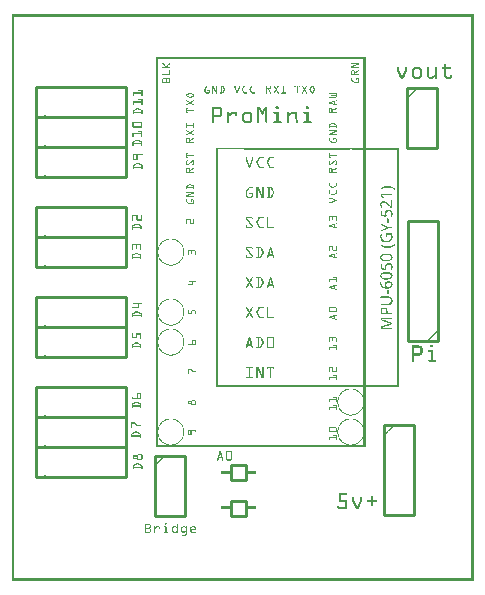
<source format=gto>
G04 MADE WITH FRITZING*
G04 WWW.FRITZING.ORG*
G04 DOUBLE SIDED*
G04 HOLES PLATED*
G04 CONTOUR ON CENTER OF CONTOUR VECTOR*
%ASAXBY*%
%FSLAX23Y23*%
%MOIN*%
%OFA0B0*%
%SFA1.0B1.0*%
%ADD10C,0.010000*%
%ADD11R,0.001000X0.001000*%
%LNSILK1*%
G90*
G70*
G54D10*
X81Y346D02*
X381Y346D01*
D02*
X381Y346D02*
X381Y446D01*
D02*
X381Y446D02*
X81Y446D01*
D02*
X81Y446D02*
X81Y346D01*
D02*
X81Y446D02*
X381Y446D01*
D02*
X381Y446D02*
X381Y546D01*
D02*
X381Y546D02*
X81Y546D01*
D02*
X81Y546D02*
X81Y446D01*
D02*
X81Y746D02*
X381Y746D01*
D02*
X381Y746D02*
X381Y846D01*
D02*
X381Y846D02*
X81Y846D01*
D02*
X81Y846D02*
X81Y746D01*
D02*
X81Y846D02*
X381Y846D01*
D02*
X381Y846D02*
X381Y946D01*
D02*
X381Y946D02*
X81Y946D01*
D02*
X81Y946D02*
X81Y846D01*
D02*
X81Y1046D02*
X381Y1046D01*
D02*
X381Y1046D02*
X381Y1146D01*
D02*
X381Y1146D02*
X81Y1146D01*
D02*
X81Y1146D02*
X81Y1046D01*
D02*
X81Y1446D02*
X381Y1446D01*
D02*
X381Y1446D02*
X381Y1546D01*
D02*
X381Y1546D02*
X81Y1546D01*
D02*
X81Y1546D02*
X81Y1446D01*
D02*
X81Y1346D02*
X381Y1346D01*
D02*
X381Y1346D02*
X381Y1446D01*
D02*
X381Y1446D02*
X81Y1446D01*
D02*
X81Y1446D02*
X81Y1346D01*
D02*
X81Y1546D02*
X381Y1546D01*
D02*
X381Y1546D02*
X381Y1646D01*
D02*
X381Y1646D02*
X81Y1646D01*
D02*
X81Y1646D02*
X81Y1546D01*
D02*
X81Y546D02*
X381Y546D01*
D02*
X381Y546D02*
X381Y646D01*
D02*
X381Y646D02*
X81Y646D01*
D02*
X81Y646D02*
X81Y546D01*
D02*
X81Y1146D02*
X381Y1146D01*
D02*
X381Y1146D02*
X381Y1246D01*
D02*
X381Y1246D02*
X81Y1246D01*
D02*
X81Y1246D02*
X81Y1146D01*
D02*
X782Y336D02*
X732Y336D01*
D02*
X732Y336D02*
X732Y386D01*
D02*
X732Y386D02*
X782Y386D01*
D02*
X782Y386D02*
X782Y336D01*
D02*
X782Y218D02*
X732Y218D01*
D02*
X732Y218D02*
X732Y268D01*
D02*
X732Y268D02*
X782Y268D01*
D02*
X782Y268D02*
X782Y218D01*
D02*
X1241Y520D02*
X1241Y220D01*
D02*
X1241Y220D02*
X1341Y220D01*
D02*
X1341Y220D02*
X1341Y520D01*
D02*
X1341Y520D02*
X1241Y520D01*
D02*
X477Y418D02*
X477Y218D01*
D02*
X477Y218D02*
X577Y218D01*
D02*
X577Y218D02*
X577Y418D01*
D02*
X577Y418D02*
X477Y418D01*
D02*
X1421Y799D02*
X1421Y1199D01*
D02*
X1421Y1199D02*
X1321Y1199D01*
D02*
X1321Y1199D02*
X1321Y799D01*
D02*
X1321Y799D02*
X1421Y799D01*
D02*
X1318Y1642D02*
X1318Y1442D01*
D02*
X1318Y1442D02*
X1418Y1442D01*
D02*
X1418Y1442D02*
X1418Y1642D01*
D02*
X1418Y1642D02*
X1318Y1642D01*
G54D11*
X1Y1888D02*
X1540Y1888D01*
X1Y1887D02*
X1540Y1887D01*
X1Y1886D02*
X1540Y1886D01*
X1Y1885D02*
X1540Y1885D01*
X1Y1884D02*
X1540Y1884D01*
X1Y1883D02*
X1540Y1883D01*
X1Y1882D02*
X1540Y1882D01*
X1Y1881D02*
X1540Y1881D01*
X1Y1880D02*
X8Y1880D01*
X1533Y1880D02*
X1540Y1880D01*
X1Y1879D02*
X8Y1879D01*
X1533Y1879D02*
X1540Y1879D01*
X1Y1878D02*
X8Y1878D01*
X1533Y1878D02*
X1540Y1878D01*
X1Y1877D02*
X8Y1877D01*
X1533Y1877D02*
X1540Y1877D01*
X1Y1876D02*
X8Y1876D01*
X1533Y1876D02*
X1540Y1876D01*
X1Y1875D02*
X8Y1875D01*
X1533Y1875D02*
X1540Y1875D01*
X1Y1874D02*
X8Y1874D01*
X1533Y1874D02*
X1540Y1874D01*
X1Y1873D02*
X8Y1873D01*
X1533Y1873D02*
X1540Y1873D01*
X1Y1872D02*
X8Y1872D01*
X1533Y1872D02*
X1540Y1872D01*
X1Y1871D02*
X8Y1871D01*
X1533Y1871D02*
X1540Y1871D01*
X1Y1870D02*
X8Y1870D01*
X1533Y1870D02*
X1540Y1870D01*
X1Y1869D02*
X8Y1869D01*
X1533Y1869D02*
X1540Y1869D01*
X1Y1868D02*
X8Y1868D01*
X1533Y1868D02*
X1540Y1868D01*
X1Y1867D02*
X8Y1867D01*
X1533Y1867D02*
X1540Y1867D01*
X1Y1866D02*
X8Y1866D01*
X1533Y1866D02*
X1540Y1866D01*
X1Y1865D02*
X8Y1865D01*
X1533Y1865D02*
X1540Y1865D01*
X1Y1864D02*
X8Y1864D01*
X1533Y1864D02*
X1540Y1864D01*
X1Y1863D02*
X8Y1863D01*
X1533Y1863D02*
X1540Y1863D01*
X1Y1862D02*
X8Y1862D01*
X1533Y1862D02*
X1540Y1862D01*
X1Y1861D02*
X8Y1861D01*
X1533Y1861D02*
X1540Y1861D01*
X1Y1860D02*
X8Y1860D01*
X1533Y1860D02*
X1540Y1860D01*
X1Y1859D02*
X8Y1859D01*
X1533Y1859D02*
X1540Y1859D01*
X1Y1858D02*
X8Y1858D01*
X1533Y1858D02*
X1540Y1858D01*
X1Y1857D02*
X8Y1857D01*
X1533Y1857D02*
X1540Y1857D01*
X1Y1856D02*
X8Y1856D01*
X1533Y1856D02*
X1540Y1856D01*
X1Y1855D02*
X8Y1855D01*
X1533Y1855D02*
X1540Y1855D01*
X1Y1854D02*
X8Y1854D01*
X1533Y1854D02*
X1540Y1854D01*
X1Y1853D02*
X8Y1853D01*
X1533Y1853D02*
X1540Y1853D01*
X1Y1852D02*
X8Y1852D01*
X1533Y1852D02*
X1540Y1852D01*
X1Y1851D02*
X8Y1851D01*
X1533Y1851D02*
X1540Y1851D01*
X1Y1850D02*
X8Y1850D01*
X1533Y1850D02*
X1540Y1850D01*
X1Y1849D02*
X8Y1849D01*
X1533Y1849D02*
X1540Y1849D01*
X1Y1848D02*
X8Y1848D01*
X1533Y1848D02*
X1540Y1848D01*
X1Y1847D02*
X8Y1847D01*
X1533Y1847D02*
X1540Y1847D01*
X1Y1846D02*
X8Y1846D01*
X1533Y1846D02*
X1540Y1846D01*
X1Y1845D02*
X8Y1845D01*
X1533Y1845D02*
X1540Y1845D01*
X1Y1844D02*
X8Y1844D01*
X1533Y1844D02*
X1540Y1844D01*
X1Y1843D02*
X8Y1843D01*
X1533Y1843D02*
X1540Y1843D01*
X1Y1842D02*
X8Y1842D01*
X1533Y1842D02*
X1540Y1842D01*
X1Y1841D02*
X8Y1841D01*
X1533Y1841D02*
X1540Y1841D01*
X1Y1840D02*
X8Y1840D01*
X1533Y1840D02*
X1540Y1840D01*
X1Y1839D02*
X8Y1839D01*
X1533Y1839D02*
X1540Y1839D01*
X1Y1838D02*
X8Y1838D01*
X1533Y1838D02*
X1540Y1838D01*
X1Y1837D02*
X8Y1837D01*
X1533Y1837D02*
X1540Y1837D01*
X1Y1836D02*
X8Y1836D01*
X1533Y1836D02*
X1540Y1836D01*
X1Y1835D02*
X8Y1835D01*
X1533Y1835D02*
X1540Y1835D01*
X1Y1834D02*
X8Y1834D01*
X1533Y1834D02*
X1540Y1834D01*
X1Y1833D02*
X8Y1833D01*
X1533Y1833D02*
X1540Y1833D01*
X1Y1832D02*
X8Y1832D01*
X1533Y1832D02*
X1540Y1832D01*
X1Y1831D02*
X8Y1831D01*
X1533Y1831D02*
X1540Y1831D01*
X1Y1830D02*
X8Y1830D01*
X1533Y1830D02*
X1540Y1830D01*
X1Y1829D02*
X8Y1829D01*
X1533Y1829D02*
X1540Y1829D01*
X1Y1828D02*
X8Y1828D01*
X1533Y1828D02*
X1540Y1828D01*
X1Y1827D02*
X8Y1827D01*
X1533Y1827D02*
X1540Y1827D01*
X1Y1826D02*
X8Y1826D01*
X1533Y1826D02*
X1540Y1826D01*
X1Y1825D02*
X8Y1825D01*
X1533Y1825D02*
X1540Y1825D01*
X1Y1824D02*
X8Y1824D01*
X1533Y1824D02*
X1540Y1824D01*
X1Y1823D02*
X8Y1823D01*
X1533Y1823D02*
X1540Y1823D01*
X1Y1822D02*
X8Y1822D01*
X1533Y1822D02*
X1540Y1822D01*
X1Y1821D02*
X8Y1821D01*
X1533Y1821D02*
X1540Y1821D01*
X1Y1820D02*
X8Y1820D01*
X1533Y1820D02*
X1540Y1820D01*
X1Y1819D02*
X8Y1819D01*
X1533Y1819D02*
X1540Y1819D01*
X1Y1818D02*
X8Y1818D01*
X1533Y1818D02*
X1540Y1818D01*
X1Y1817D02*
X8Y1817D01*
X1533Y1817D02*
X1540Y1817D01*
X1Y1816D02*
X8Y1816D01*
X1533Y1816D02*
X1540Y1816D01*
X1Y1815D02*
X8Y1815D01*
X1533Y1815D02*
X1540Y1815D01*
X1Y1814D02*
X8Y1814D01*
X1533Y1814D02*
X1540Y1814D01*
X1Y1813D02*
X8Y1813D01*
X1533Y1813D02*
X1540Y1813D01*
X1Y1812D02*
X8Y1812D01*
X1533Y1812D02*
X1540Y1812D01*
X1Y1811D02*
X8Y1811D01*
X1533Y1811D02*
X1540Y1811D01*
X1Y1810D02*
X8Y1810D01*
X1533Y1810D02*
X1540Y1810D01*
X1Y1809D02*
X8Y1809D01*
X1533Y1809D02*
X1540Y1809D01*
X1Y1808D02*
X8Y1808D01*
X1533Y1808D02*
X1540Y1808D01*
X1Y1807D02*
X8Y1807D01*
X1533Y1807D02*
X1540Y1807D01*
X1Y1806D02*
X8Y1806D01*
X1533Y1806D02*
X1540Y1806D01*
X1Y1805D02*
X8Y1805D01*
X1533Y1805D02*
X1540Y1805D01*
X1Y1804D02*
X8Y1804D01*
X1533Y1804D02*
X1540Y1804D01*
X1Y1803D02*
X8Y1803D01*
X1533Y1803D02*
X1540Y1803D01*
X1Y1802D02*
X8Y1802D01*
X1533Y1802D02*
X1540Y1802D01*
X1Y1801D02*
X8Y1801D01*
X1533Y1801D02*
X1540Y1801D01*
X1Y1800D02*
X8Y1800D01*
X1533Y1800D02*
X1540Y1800D01*
X1Y1799D02*
X8Y1799D01*
X1533Y1799D02*
X1540Y1799D01*
X1Y1798D02*
X8Y1798D01*
X1533Y1798D02*
X1540Y1798D01*
X1Y1797D02*
X8Y1797D01*
X1533Y1797D02*
X1540Y1797D01*
X1Y1796D02*
X8Y1796D01*
X1533Y1796D02*
X1540Y1796D01*
X1Y1795D02*
X8Y1795D01*
X1533Y1795D02*
X1540Y1795D01*
X1Y1794D02*
X8Y1794D01*
X1533Y1794D02*
X1540Y1794D01*
X1Y1793D02*
X8Y1793D01*
X1533Y1793D02*
X1540Y1793D01*
X1Y1792D02*
X8Y1792D01*
X1533Y1792D02*
X1540Y1792D01*
X1Y1791D02*
X8Y1791D01*
X1533Y1791D02*
X1540Y1791D01*
X1Y1790D02*
X8Y1790D01*
X1533Y1790D02*
X1540Y1790D01*
X1Y1789D02*
X8Y1789D01*
X1533Y1789D02*
X1540Y1789D01*
X1Y1788D02*
X8Y1788D01*
X1533Y1788D02*
X1540Y1788D01*
X1Y1787D02*
X8Y1787D01*
X1533Y1787D02*
X1540Y1787D01*
X1Y1786D02*
X8Y1786D01*
X1533Y1786D02*
X1540Y1786D01*
X1Y1785D02*
X8Y1785D01*
X1533Y1785D02*
X1540Y1785D01*
X1Y1784D02*
X8Y1784D01*
X1533Y1784D02*
X1540Y1784D01*
X1Y1783D02*
X8Y1783D01*
X1533Y1783D02*
X1540Y1783D01*
X1Y1782D02*
X8Y1782D01*
X1533Y1782D02*
X1540Y1782D01*
X1Y1781D02*
X8Y1781D01*
X1533Y1781D02*
X1540Y1781D01*
X1Y1780D02*
X8Y1780D01*
X1533Y1780D02*
X1540Y1780D01*
X1Y1779D02*
X8Y1779D01*
X1533Y1779D02*
X1540Y1779D01*
X1Y1778D02*
X8Y1778D01*
X1533Y1778D02*
X1540Y1778D01*
X1Y1777D02*
X8Y1777D01*
X1533Y1777D02*
X1540Y1777D01*
X1Y1776D02*
X8Y1776D01*
X1533Y1776D02*
X1540Y1776D01*
X1Y1775D02*
X8Y1775D01*
X1533Y1775D02*
X1540Y1775D01*
X1Y1774D02*
X8Y1774D01*
X1533Y1774D02*
X1540Y1774D01*
X1Y1773D02*
X8Y1773D01*
X1533Y1773D02*
X1540Y1773D01*
X1Y1772D02*
X8Y1772D01*
X1533Y1772D02*
X1540Y1772D01*
X1Y1771D02*
X8Y1771D01*
X1533Y1771D02*
X1540Y1771D01*
X1Y1770D02*
X8Y1770D01*
X1533Y1770D02*
X1540Y1770D01*
X1Y1769D02*
X8Y1769D01*
X1533Y1769D02*
X1540Y1769D01*
X1Y1768D02*
X8Y1768D01*
X1533Y1768D02*
X1540Y1768D01*
X1Y1767D02*
X8Y1767D01*
X1533Y1767D02*
X1540Y1767D01*
X1Y1766D02*
X8Y1766D01*
X1533Y1766D02*
X1540Y1766D01*
X1Y1765D02*
X8Y1765D01*
X1533Y1765D02*
X1540Y1765D01*
X1Y1764D02*
X8Y1764D01*
X1533Y1764D02*
X1540Y1764D01*
X1Y1763D02*
X8Y1763D01*
X1533Y1763D02*
X1540Y1763D01*
X1Y1762D02*
X8Y1762D01*
X1533Y1762D02*
X1540Y1762D01*
X1Y1761D02*
X8Y1761D01*
X1533Y1761D02*
X1540Y1761D01*
X1Y1760D02*
X8Y1760D01*
X1533Y1760D02*
X1540Y1760D01*
X1Y1759D02*
X8Y1759D01*
X1533Y1759D02*
X1540Y1759D01*
X1Y1758D02*
X8Y1758D01*
X1533Y1758D02*
X1540Y1758D01*
X1Y1757D02*
X8Y1757D01*
X1533Y1757D02*
X1540Y1757D01*
X1Y1756D02*
X8Y1756D01*
X1533Y1756D02*
X1540Y1756D01*
X1Y1755D02*
X8Y1755D01*
X1533Y1755D02*
X1540Y1755D01*
X1Y1754D02*
X8Y1754D01*
X1533Y1754D02*
X1540Y1754D01*
X1Y1753D02*
X8Y1753D01*
X1533Y1753D02*
X1540Y1753D01*
X1Y1752D02*
X8Y1752D01*
X1533Y1752D02*
X1540Y1752D01*
X1Y1751D02*
X8Y1751D01*
X1533Y1751D02*
X1540Y1751D01*
X1Y1750D02*
X8Y1750D01*
X1533Y1750D02*
X1540Y1750D01*
X1Y1749D02*
X8Y1749D01*
X1533Y1749D02*
X1540Y1749D01*
X1Y1748D02*
X8Y1748D01*
X1533Y1748D02*
X1540Y1748D01*
X1Y1747D02*
X8Y1747D01*
X1533Y1747D02*
X1540Y1747D01*
X1Y1746D02*
X8Y1746D01*
X482Y1746D02*
X1180Y1746D01*
X1533Y1746D02*
X1540Y1746D01*
X1Y1745D02*
X8Y1745D01*
X482Y1745D02*
X1181Y1745D01*
X1533Y1745D02*
X1540Y1745D01*
X1Y1744D02*
X8Y1744D01*
X482Y1744D02*
X1181Y1744D01*
X1533Y1744D02*
X1540Y1744D01*
X1Y1743D02*
X8Y1743D01*
X482Y1743D02*
X1181Y1743D01*
X1533Y1743D02*
X1540Y1743D01*
X1Y1742D02*
X8Y1742D01*
X482Y1742D02*
X1181Y1742D01*
X1533Y1742D02*
X1540Y1742D01*
X1Y1741D02*
X8Y1741D01*
X482Y1741D02*
X1181Y1741D01*
X1533Y1741D02*
X1540Y1741D01*
X1Y1740D02*
X8Y1740D01*
X482Y1740D02*
X1181Y1740D01*
X1533Y1740D02*
X1540Y1740D01*
X1Y1739D02*
X8Y1739D01*
X482Y1739D02*
X1181Y1739D01*
X1533Y1739D02*
X1540Y1739D01*
X1Y1738D02*
X8Y1738D01*
X482Y1738D02*
X489Y1738D01*
X1173Y1738D02*
X1181Y1738D01*
X1533Y1738D02*
X1540Y1738D01*
X1Y1737D02*
X8Y1737D01*
X482Y1737D02*
X489Y1737D01*
X1174Y1737D02*
X1181Y1737D01*
X1533Y1737D02*
X1540Y1737D01*
X1Y1736D02*
X8Y1736D01*
X482Y1736D02*
X489Y1736D01*
X1174Y1736D02*
X1181Y1736D01*
X1533Y1736D02*
X1540Y1736D01*
X1Y1735D02*
X8Y1735D01*
X482Y1735D02*
X489Y1735D01*
X1174Y1735D02*
X1181Y1735D01*
X1533Y1735D02*
X1540Y1735D01*
X1Y1734D02*
X8Y1734D01*
X482Y1734D02*
X489Y1734D01*
X1174Y1734D02*
X1181Y1734D01*
X1533Y1734D02*
X1540Y1734D01*
X1Y1733D02*
X8Y1733D01*
X482Y1733D02*
X489Y1733D01*
X1174Y1733D02*
X1181Y1733D01*
X1533Y1733D02*
X1540Y1733D01*
X1Y1732D02*
X8Y1732D01*
X482Y1732D02*
X489Y1732D01*
X1174Y1732D02*
X1181Y1732D01*
X1533Y1732D02*
X1540Y1732D01*
X1Y1731D02*
X8Y1731D01*
X482Y1731D02*
X489Y1731D01*
X1174Y1731D02*
X1181Y1731D01*
X1533Y1731D02*
X1540Y1731D01*
X1Y1730D02*
X8Y1730D01*
X482Y1730D02*
X489Y1730D01*
X1174Y1730D02*
X1181Y1730D01*
X1533Y1730D02*
X1540Y1730D01*
X1Y1729D02*
X8Y1729D01*
X482Y1729D02*
X489Y1729D01*
X1174Y1729D02*
X1181Y1729D01*
X1533Y1729D02*
X1540Y1729D01*
X1Y1728D02*
X8Y1728D01*
X482Y1728D02*
X489Y1728D01*
X1174Y1728D02*
X1181Y1728D01*
X1533Y1728D02*
X1540Y1728D01*
X1Y1727D02*
X8Y1727D01*
X482Y1727D02*
X489Y1727D01*
X504Y1727D02*
X505Y1727D01*
X527Y1727D02*
X529Y1727D01*
X1134Y1727D02*
X1159Y1727D01*
X1174Y1727D02*
X1181Y1727D01*
X1533Y1727D02*
X1540Y1727D01*
X1Y1726D02*
X8Y1726D01*
X482Y1726D02*
X489Y1726D01*
X503Y1726D02*
X506Y1726D01*
X526Y1726D02*
X529Y1726D01*
X1133Y1726D02*
X1159Y1726D01*
X1174Y1726D02*
X1181Y1726D01*
X1533Y1726D02*
X1540Y1726D01*
X1Y1725D02*
X8Y1725D01*
X482Y1725D02*
X489Y1725D01*
X504Y1725D02*
X507Y1725D01*
X526Y1725D02*
X529Y1725D01*
X1133Y1725D02*
X1159Y1725D01*
X1174Y1725D02*
X1181Y1725D01*
X1533Y1725D02*
X1540Y1725D01*
X1Y1724D02*
X8Y1724D01*
X482Y1724D02*
X489Y1724D01*
X504Y1724D02*
X508Y1724D01*
X525Y1724D02*
X528Y1724D01*
X1153Y1724D02*
X1159Y1724D01*
X1174Y1724D02*
X1181Y1724D01*
X1444Y1724D02*
X1448Y1724D01*
X1533Y1724D02*
X1540Y1724D01*
X1Y1723D02*
X8Y1723D01*
X482Y1723D02*
X489Y1723D01*
X505Y1723D02*
X509Y1723D01*
X524Y1723D02*
X528Y1723D01*
X1152Y1723D02*
X1159Y1723D01*
X1174Y1723D02*
X1181Y1723D01*
X1443Y1723D02*
X1448Y1723D01*
X1533Y1723D02*
X1540Y1723D01*
X1Y1722D02*
X8Y1722D01*
X482Y1722D02*
X489Y1722D01*
X506Y1722D02*
X510Y1722D01*
X523Y1722D02*
X527Y1722D01*
X1149Y1722D02*
X1157Y1722D01*
X1174Y1722D02*
X1181Y1722D01*
X1443Y1722D02*
X1449Y1722D01*
X1533Y1722D02*
X1540Y1722D01*
X1Y1721D02*
X8Y1721D01*
X482Y1721D02*
X489Y1721D01*
X507Y1721D02*
X510Y1721D01*
X522Y1721D02*
X526Y1721D01*
X1147Y1721D02*
X1155Y1721D01*
X1174Y1721D02*
X1181Y1721D01*
X1443Y1721D02*
X1449Y1721D01*
X1533Y1721D02*
X1540Y1721D01*
X1Y1720D02*
X8Y1720D01*
X482Y1720D02*
X489Y1720D01*
X508Y1720D02*
X511Y1720D01*
X521Y1720D02*
X525Y1720D01*
X1145Y1720D02*
X1153Y1720D01*
X1174Y1720D02*
X1181Y1720D01*
X1443Y1720D02*
X1449Y1720D01*
X1533Y1720D02*
X1540Y1720D01*
X1Y1719D02*
X8Y1719D01*
X482Y1719D02*
X489Y1719D01*
X509Y1719D02*
X512Y1719D01*
X520Y1719D02*
X524Y1719D01*
X1143Y1719D02*
X1150Y1719D01*
X1174Y1719D02*
X1181Y1719D01*
X1443Y1719D02*
X1449Y1719D01*
X1533Y1719D02*
X1540Y1719D01*
X1Y1718D02*
X8Y1718D01*
X482Y1718D02*
X489Y1718D01*
X509Y1718D02*
X513Y1718D01*
X520Y1718D02*
X523Y1718D01*
X1140Y1718D02*
X1148Y1718D01*
X1174Y1718D02*
X1181Y1718D01*
X1443Y1718D02*
X1449Y1718D01*
X1533Y1718D02*
X1540Y1718D01*
X1Y1717D02*
X8Y1717D01*
X482Y1717D02*
X489Y1717D01*
X510Y1717D02*
X514Y1717D01*
X519Y1717D02*
X522Y1717D01*
X1138Y1717D02*
X1146Y1717D01*
X1174Y1717D02*
X1181Y1717D01*
X1443Y1717D02*
X1449Y1717D01*
X1533Y1717D02*
X1540Y1717D01*
X1Y1716D02*
X8Y1716D01*
X482Y1716D02*
X489Y1716D01*
X511Y1716D02*
X515Y1716D01*
X518Y1716D02*
X522Y1716D01*
X1136Y1716D02*
X1143Y1716D01*
X1174Y1716D02*
X1181Y1716D01*
X1443Y1716D02*
X1449Y1716D01*
X1533Y1716D02*
X1540Y1716D01*
X1Y1715D02*
X8Y1715D01*
X482Y1715D02*
X489Y1715D01*
X512Y1715D02*
X521Y1715D01*
X1134Y1715D02*
X1141Y1715D01*
X1174Y1715D02*
X1181Y1715D01*
X1443Y1715D02*
X1449Y1715D01*
X1533Y1715D02*
X1540Y1715D01*
X1Y1714D02*
X8Y1714D01*
X482Y1714D02*
X489Y1714D01*
X512Y1714D02*
X520Y1714D01*
X1133Y1714D02*
X1140Y1714D01*
X1174Y1714D02*
X1181Y1714D01*
X1443Y1714D02*
X1449Y1714D01*
X1533Y1714D02*
X1540Y1714D01*
X1Y1713D02*
X8Y1713D01*
X482Y1713D02*
X489Y1713D01*
X504Y1713D02*
X529Y1713D01*
X1133Y1713D02*
X1159Y1713D01*
X1174Y1713D02*
X1181Y1713D01*
X1288Y1713D02*
X1289Y1713D01*
X1315Y1713D02*
X1316Y1713D01*
X1346Y1713D02*
X1358Y1713D01*
X1388Y1713D02*
X1389Y1713D01*
X1416Y1713D02*
X1417Y1713D01*
X1438Y1713D02*
X1463Y1713D01*
X1533Y1713D02*
X1540Y1713D01*
X1Y1712D02*
X8Y1712D01*
X482Y1712D02*
X489Y1712D01*
X503Y1712D02*
X529Y1712D01*
X1133Y1712D02*
X1159Y1712D01*
X1174Y1712D02*
X1181Y1712D01*
X1286Y1712D02*
X1290Y1712D01*
X1314Y1712D02*
X1318Y1712D01*
X1343Y1712D02*
X1361Y1712D01*
X1387Y1712D02*
X1391Y1712D01*
X1414Y1712D02*
X1418Y1712D01*
X1437Y1712D02*
X1465Y1712D01*
X1533Y1712D02*
X1540Y1712D01*
X1Y1711D02*
X8Y1711D01*
X482Y1711D02*
X489Y1711D01*
X504Y1711D02*
X529Y1711D01*
X1133Y1711D02*
X1159Y1711D01*
X1174Y1711D02*
X1181Y1711D01*
X1285Y1711D02*
X1291Y1711D01*
X1313Y1711D02*
X1318Y1711D01*
X1342Y1711D02*
X1362Y1711D01*
X1386Y1711D02*
X1391Y1711D01*
X1413Y1711D02*
X1419Y1711D01*
X1436Y1711D02*
X1466Y1711D01*
X1533Y1711D02*
X1540Y1711D01*
X1Y1710D02*
X8Y1710D01*
X482Y1710D02*
X489Y1710D01*
X1174Y1710D02*
X1181Y1710D01*
X1285Y1710D02*
X1291Y1710D01*
X1313Y1710D02*
X1319Y1710D01*
X1341Y1710D02*
X1364Y1710D01*
X1386Y1710D02*
X1391Y1710D01*
X1413Y1710D02*
X1419Y1710D01*
X1436Y1710D02*
X1466Y1710D01*
X1533Y1710D02*
X1540Y1710D01*
X1Y1709D02*
X8Y1709D01*
X482Y1709D02*
X489Y1709D01*
X1174Y1709D02*
X1181Y1709D01*
X1285Y1709D02*
X1291Y1709D01*
X1313Y1709D02*
X1319Y1709D01*
X1340Y1709D02*
X1365Y1709D01*
X1386Y1709D02*
X1392Y1709D01*
X1413Y1709D02*
X1419Y1709D01*
X1436Y1709D02*
X1466Y1709D01*
X1533Y1709D02*
X1540Y1709D01*
X1Y1708D02*
X8Y1708D01*
X482Y1708D02*
X489Y1708D01*
X1174Y1708D02*
X1181Y1708D01*
X1285Y1708D02*
X1291Y1708D01*
X1313Y1708D02*
X1319Y1708D01*
X1338Y1708D02*
X1366Y1708D01*
X1386Y1708D02*
X1392Y1708D01*
X1413Y1708D02*
X1419Y1708D01*
X1436Y1708D02*
X1465Y1708D01*
X1533Y1708D02*
X1540Y1708D01*
X1Y1707D02*
X8Y1707D01*
X482Y1707D02*
X489Y1707D01*
X1174Y1707D02*
X1181Y1707D01*
X1285Y1707D02*
X1291Y1707D01*
X1313Y1707D02*
X1319Y1707D01*
X1338Y1707D02*
X1367Y1707D01*
X1386Y1707D02*
X1392Y1707D01*
X1413Y1707D02*
X1419Y1707D01*
X1437Y1707D02*
X1465Y1707D01*
X1533Y1707D02*
X1540Y1707D01*
X1Y1706D02*
X8Y1706D01*
X482Y1706D02*
X489Y1706D01*
X1174Y1706D02*
X1181Y1706D01*
X1285Y1706D02*
X1291Y1706D01*
X1313Y1706D02*
X1319Y1706D01*
X1337Y1706D02*
X1346Y1706D01*
X1358Y1706D02*
X1367Y1706D01*
X1386Y1706D02*
X1392Y1706D01*
X1413Y1706D02*
X1419Y1706D01*
X1442Y1706D02*
X1449Y1706D01*
X1533Y1706D02*
X1540Y1706D01*
X1Y1705D02*
X8Y1705D01*
X482Y1705D02*
X489Y1705D01*
X1174Y1705D02*
X1181Y1705D01*
X1285Y1705D02*
X1291Y1705D01*
X1313Y1705D02*
X1319Y1705D01*
X1336Y1705D02*
X1345Y1705D01*
X1360Y1705D02*
X1368Y1705D01*
X1386Y1705D02*
X1392Y1705D01*
X1413Y1705D02*
X1419Y1705D01*
X1443Y1705D02*
X1449Y1705D01*
X1533Y1705D02*
X1540Y1705D01*
X1Y1704D02*
X8Y1704D01*
X482Y1704D02*
X489Y1704D01*
X1174Y1704D02*
X1181Y1704D01*
X1285Y1704D02*
X1291Y1704D01*
X1313Y1704D02*
X1319Y1704D01*
X1336Y1704D02*
X1343Y1704D01*
X1361Y1704D02*
X1368Y1704D01*
X1386Y1704D02*
X1392Y1704D01*
X1413Y1704D02*
X1419Y1704D01*
X1443Y1704D02*
X1449Y1704D01*
X1533Y1704D02*
X1540Y1704D01*
X1Y1703D02*
X8Y1703D01*
X482Y1703D02*
X489Y1703D01*
X1174Y1703D02*
X1181Y1703D01*
X1285Y1703D02*
X1292Y1703D01*
X1312Y1703D02*
X1319Y1703D01*
X1336Y1703D02*
X1342Y1703D01*
X1362Y1703D02*
X1369Y1703D01*
X1386Y1703D02*
X1392Y1703D01*
X1413Y1703D02*
X1419Y1703D01*
X1443Y1703D02*
X1449Y1703D01*
X1533Y1703D02*
X1540Y1703D01*
X1Y1702D02*
X8Y1702D01*
X482Y1702D02*
X489Y1702D01*
X527Y1702D02*
X529Y1702D01*
X1136Y1702D02*
X1141Y1702D01*
X1157Y1702D02*
X1159Y1702D01*
X1174Y1702D02*
X1181Y1702D01*
X1286Y1702D02*
X1292Y1702D01*
X1312Y1702D02*
X1318Y1702D01*
X1336Y1702D02*
X1342Y1702D01*
X1363Y1702D02*
X1369Y1702D01*
X1386Y1702D02*
X1392Y1702D01*
X1413Y1702D02*
X1419Y1702D01*
X1443Y1702D02*
X1449Y1702D01*
X1533Y1702D02*
X1540Y1702D01*
X1Y1701D02*
X8Y1701D01*
X482Y1701D02*
X489Y1701D01*
X527Y1701D02*
X529Y1701D01*
X1135Y1701D02*
X1143Y1701D01*
X1156Y1701D02*
X1159Y1701D01*
X1174Y1701D02*
X1181Y1701D01*
X1286Y1701D02*
X1293Y1701D01*
X1311Y1701D02*
X1318Y1701D01*
X1335Y1701D02*
X1341Y1701D01*
X1363Y1701D02*
X1369Y1701D01*
X1386Y1701D02*
X1392Y1701D01*
X1413Y1701D02*
X1419Y1701D01*
X1443Y1701D02*
X1449Y1701D01*
X1533Y1701D02*
X1540Y1701D01*
X1Y1700D02*
X8Y1700D01*
X482Y1700D02*
X489Y1700D01*
X527Y1700D02*
X529Y1700D01*
X1134Y1700D02*
X1144Y1700D01*
X1154Y1700D02*
X1159Y1700D01*
X1174Y1700D02*
X1181Y1700D01*
X1287Y1700D02*
X1293Y1700D01*
X1311Y1700D02*
X1317Y1700D01*
X1335Y1700D02*
X1341Y1700D01*
X1363Y1700D02*
X1369Y1700D01*
X1386Y1700D02*
X1392Y1700D01*
X1413Y1700D02*
X1419Y1700D01*
X1443Y1700D02*
X1449Y1700D01*
X1533Y1700D02*
X1540Y1700D01*
X1Y1699D02*
X8Y1699D01*
X482Y1699D02*
X489Y1699D01*
X527Y1699D02*
X529Y1699D01*
X1134Y1699D02*
X1144Y1699D01*
X1152Y1699D02*
X1158Y1699D01*
X1174Y1699D02*
X1181Y1699D01*
X1287Y1699D02*
X1294Y1699D01*
X1310Y1699D02*
X1317Y1699D01*
X1335Y1699D02*
X1341Y1699D01*
X1363Y1699D02*
X1369Y1699D01*
X1386Y1699D02*
X1392Y1699D01*
X1413Y1699D02*
X1419Y1699D01*
X1443Y1699D02*
X1449Y1699D01*
X1533Y1699D02*
X1540Y1699D01*
X1Y1698D02*
X8Y1698D01*
X482Y1698D02*
X489Y1698D01*
X527Y1698D02*
X529Y1698D01*
X1133Y1698D02*
X1136Y1698D01*
X1142Y1698D02*
X1144Y1698D01*
X1150Y1698D02*
X1156Y1698D01*
X1174Y1698D02*
X1181Y1698D01*
X1287Y1698D02*
X1294Y1698D01*
X1310Y1698D02*
X1317Y1698D01*
X1335Y1698D02*
X1341Y1698D01*
X1363Y1698D02*
X1369Y1698D01*
X1386Y1698D02*
X1392Y1698D01*
X1413Y1698D02*
X1419Y1698D01*
X1443Y1698D02*
X1449Y1698D01*
X1533Y1698D02*
X1540Y1698D01*
X1Y1697D02*
X8Y1697D01*
X482Y1697D02*
X489Y1697D01*
X527Y1697D02*
X529Y1697D01*
X1133Y1697D02*
X1136Y1697D01*
X1142Y1697D02*
X1145Y1697D01*
X1149Y1697D02*
X1155Y1697D01*
X1174Y1697D02*
X1181Y1697D01*
X1288Y1697D02*
X1294Y1697D01*
X1309Y1697D02*
X1316Y1697D01*
X1335Y1697D02*
X1341Y1697D01*
X1363Y1697D02*
X1369Y1697D01*
X1386Y1697D02*
X1392Y1697D01*
X1413Y1697D02*
X1419Y1697D01*
X1443Y1697D02*
X1449Y1697D01*
X1533Y1697D02*
X1540Y1697D01*
X1Y1696D02*
X8Y1696D01*
X482Y1696D02*
X489Y1696D01*
X527Y1696D02*
X529Y1696D01*
X1133Y1696D02*
X1136Y1696D01*
X1142Y1696D02*
X1145Y1696D01*
X1147Y1696D02*
X1153Y1696D01*
X1174Y1696D02*
X1181Y1696D01*
X1288Y1696D02*
X1295Y1696D01*
X1309Y1696D02*
X1316Y1696D01*
X1335Y1696D02*
X1341Y1696D01*
X1363Y1696D02*
X1369Y1696D01*
X1386Y1696D02*
X1392Y1696D01*
X1413Y1696D02*
X1419Y1696D01*
X1443Y1696D02*
X1449Y1696D01*
X1533Y1696D02*
X1540Y1696D01*
X1Y1695D02*
X8Y1695D01*
X482Y1695D02*
X489Y1695D01*
X527Y1695D02*
X529Y1695D01*
X1133Y1695D02*
X1136Y1695D01*
X1142Y1695D02*
X1151Y1695D01*
X1174Y1695D02*
X1181Y1695D01*
X1289Y1695D02*
X1295Y1695D01*
X1309Y1695D02*
X1315Y1695D01*
X1335Y1695D02*
X1341Y1695D01*
X1363Y1695D02*
X1369Y1695D01*
X1386Y1695D02*
X1392Y1695D01*
X1413Y1695D02*
X1419Y1695D01*
X1443Y1695D02*
X1449Y1695D01*
X1533Y1695D02*
X1540Y1695D01*
X1Y1694D02*
X8Y1694D01*
X482Y1694D02*
X489Y1694D01*
X527Y1694D02*
X529Y1694D01*
X1133Y1694D02*
X1136Y1694D01*
X1142Y1694D02*
X1150Y1694D01*
X1174Y1694D02*
X1181Y1694D01*
X1289Y1694D02*
X1296Y1694D01*
X1308Y1694D02*
X1315Y1694D01*
X1335Y1694D02*
X1341Y1694D01*
X1363Y1694D02*
X1369Y1694D01*
X1386Y1694D02*
X1392Y1694D01*
X1413Y1694D02*
X1419Y1694D01*
X1443Y1694D02*
X1449Y1694D01*
X1533Y1694D02*
X1540Y1694D01*
X1Y1693D02*
X8Y1693D01*
X482Y1693D02*
X489Y1693D01*
X527Y1693D02*
X529Y1693D01*
X1133Y1693D02*
X1136Y1693D01*
X1142Y1693D02*
X1148Y1693D01*
X1174Y1693D02*
X1181Y1693D01*
X1290Y1693D02*
X1296Y1693D01*
X1308Y1693D02*
X1314Y1693D01*
X1335Y1693D02*
X1341Y1693D01*
X1363Y1693D02*
X1369Y1693D01*
X1386Y1693D02*
X1392Y1693D01*
X1413Y1693D02*
X1419Y1693D01*
X1443Y1693D02*
X1449Y1693D01*
X1533Y1693D02*
X1540Y1693D01*
X1Y1692D02*
X8Y1692D01*
X482Y1692D02*
X489Y1692D01*
X527Y1692D02*
X529Y1692D01*
X1133Y1692D02*
X1136Y1692D01*
X1142Y1692D02*
X1146Y1692D01*
X1174Y1692D02*
X1181Y1692D01*
X1290Y1692D02*
X1297Y1692D01*
X1307Y1692D02*
X1314Y1692D01*
X1335Y1692D02*
X1341Y1692D01*
X1363Y1692D02*
X1369Y1692D01*
X1386Y1692D02*
X1392Y1692D01*
X1413Y1692D02*
X1419Y1692D01*
X1443Y1692D02*
X1449Y1692D01*
X1533Y1692D02*
X1540Y1692D01*
X1Y1691D02*
X8Y1691D01*
X482Y1691D02*
X489Y1691D01*
X527Y1691D02*
X529Y1691D01*
X1133Y1691D02*
X1136Y1691D01*
X1142Y1691D02*
X1145Y1691D01*
X1174Y1691D02*
X1181Y1691D01*
X1290Y1691D02*
X1297Y1691D01*
X1307Y1691D02*
X1313Y1691D01*
X1335Y1691D02*
X1341Y1691D01*
X1363Y1691D02*
X1369Y1691D01*
X1386Y1691D02*
X1392Y1691D01*
X1413Y1691D02*
X1419Y1691D01*
X1443Y1691D02*
X1449Y1691D01*
X1533Y1691D02*
X1540Y1691D01*
X1Y1690D02*
X8Y1690D01*
X482Y1690D02*
X489Y1690D01*
X527Y1690D02*
X529Y1690D01*
X1133Y1690D02*
X1136Y1690D01*
X1142Y1690D02*
X1145Y1690D01*
X1174Y1690D02*
X1181Y1690D01*
X1291Y1690D02*
X1298Y1690D01*
X1306Y1690D02*
X1313Y1690D01*
X1335Y1690D02*
X1341Y1690D01*
X1363Y1690D02*
X1369Y1690D01*
X1386Y1690D02*
X1392Y1690D01*
X1413Y1690D02*
X1419Y1690D01*
X1443Y1690D02*
X1449Y1690D01*
X1533Y1690D02*
X1540Y1690D01*
X1Y1689D02*
X8Y1689D01*
X482Y1689D02*
X489Y1689D01*
X527Y1689D02*
X529Y1689D01*
X1133Y1689D02*
X1136Y1689D01*
X1142Y1689D02*
X1145Y1689D01*
X1174Y1689D02*
X1181Y1689D01*
X1291Y1689D02*
X1298Y1689D01*
X1306Y1689D02*
X1313Y1689D01*
X1335Y1689D02*
X1341Y1689D01*
X1363Y1689D02*
X1369Y1689D01*
X1386Y1689D02*
X1392Y1689D01*
X1413Y1689D02*
X1419Y1689D01*
X1443Y1689D02*
X1449Y1689D01*
X1533Y1689D02*
X1540Y1689D01*
X1Y1688D02*
X8Y1688D01*
X482Y1688D02*
X489Y1688D01*
X504Y1688D02*
X529Y1688D01*
X1133Y1688D02*
X1159Y1688D01*
X1174Y1688D02*
X1181Y1688D01*
X1292Y1688D02*
X1298Y1688D01*
X1305Y1688D02*
X1312Y1688D01*
X1335Y1688D02*
X1341Y1688D01*
X1363Y1688D02*
X1369Y1688D01*
X1386Y1688D02*
X1392Y1688D01*
X1413Y1688D02*
X1419Y1688D01*
X1443Y1688D02*
X1449Y1688D01*
X1533Y1688D02*
X1540Y1688D01*
X1Y1687D02*
X8Y1687D01*
X482Y1687D02*
X489Y1687D01*
X503Y1687D02*
X529Y1687D01*
X1133Y1687D02*
X1159Y1687D01*
X1174Y1687D02*
X1181Y1687D01*
X1292Y1687D02*
X1299Y1687D01*
X1305Y1687D02*
X1312Y1687D01*
X1335Y1687D02*
X1341Y1687D01*
X1363Y1687D02*
X1369Y1687D01*
X1386Y1687D02*
X1392Y1687D01*
X1412Y1687D02*
X1419Y1687D01*
X1443Y1687D02*
X1449Y1687D01*
X1533Y1687D02*
X1540Y1687D01*
X1Y1686D02*
X8Y1686D01*
X482Y1686D02*
X489Y1686D01*
X504Y1686D02*
X529Y1686D01*
X1133Y1686D02*
X1159Y1686D01*
X1174Y1686D02*
X1181Y1686D01*
X1293Y1686D02*
X1299Y1686D01*
X1305Y1686D02*
X1311Y1686D01*
X1335Y1686D02*
X1342Y1686D01*
X1363Y1686D02*
X1369Y1686D01*
X1386Y1686D02*
X1392Y1686D01*
X1410Y1686D02*
X1419Y1686D01*
X1443Y1686D02*
X1449Y1686D01*
X1465Y1686D02*
X1468Y1686D01*
X1533Y1686D02*
X1540Y1686D01*
X1Y1685D02*
X8Y1685D01*
X482Y1685D02*
X489Y1685D01*
X1174Y1685D02*
X1181Y1685D01*
X1293Y1685D02*
X1300Y1685D01*
X1304Y1685D02*
X1311Y1685D01*
X1336Y1685D02*
X1342Y1685D01*
X1363Y1685D02*
X1369Y1685D01*
X1386Y1685D02*
X1392Y1685D01*
X1408Y1685D02*
X1419Y1685D01*
X1443Y1685D02*
X1449Y1685D01*
X1464Y1685D02*
X1469Y1685D01*
X1533Y1685D02*
X1540Y1685D01*
X1Y1684D02*
X8Y1684D01*
X482Y1684D02*
X489Y1684D01*
X1174Y1684D02*
X1181Y1684D01*
X1294Y1684D02*
X1300Y1684D01*
X1304Y1684D02*
X1310Y1684D01*
X1336Y1684D02*
X1342Y1684D01*
X1362Y1684D02*
X1369Y1684D01*
X1386Y1684D02*
X1392Y1684D01*
X1407Y1684D02*
X1419Y1684D01*
X1443Y1684D02*
X1449Y1684D01*
X1464Y1684D02*
X1469Y1684D01*
X1533Y1684D02*
X1540Y1684D01*
X1Y1683D02*
X8Y1683D01*
X482Y1683D02*
X489Y1683D01*
X1174Y1683D02*
X1181Y1683D01*
X1294Y1683D02*
X1301Y1683D01*
X1303Y1683D02*
X1310Y1683D01*
X1336Y1683D02*
X1343Y1683D01*
X1361Y1683D02*
X1368Y1683D01*
X1387Y1683D02*
X1393Y1683D01*
X1405Y1683D02*
X1419Y1683D01*
X1443Y1683D02*
X1449Y1683D01*
X1463Y1683D02*
X1469Y1683D01*
X1533Y1683D02*
X1540Y1683D01*
X1Y1682D02*
X8Y1682D01*
X482Y1682D02*
X489Y1682D01*
X1174Y1682D02*
X1181Y1682D01*
X1294Y1682D02*
X1301Y1682D01*
X1303Y1682D02*
X1310Y1682D01*
X1336Y1682D02*
X1345Y1682D01*
X1360Y1682D02*
X1368Y1682D01*
X1387Y1682D02*
X1393Y1682D01*
X1404Y1682D02*
X1419Y1682D01*
X1443Y1682D02*
X1450Y1682D01*
X1462Y1682D02*
X1469Y1682D01*
X1533Y1682D02*
X1540Y1682D01*
X1Y1681D02*
X8Y1681D01*
X482Y1681D02*
X489Y1681D01*
X1174Y1681D02*
X1181Y1681D01*
X1295Y1681D02*
X1309Y1681D01*
X1337Y1681D02*
X1346Y1681D01*
X1358Y1681D02*
X1367Y1681D01*
X1387Y1681D02*
X1395Y1681D01*
X1402Y1681D02*
X1419Y1681D01*
X1443Y1681D02*
X1451Y1681D01*
X1461Y1681D02*
X1469Y1681D01*
X1533Y1681D02*
X1540Y1681D01*
X1Y1680D02*
X8Y1680D01*
X482Y1680D02*
X489Y1680D01*
X1174Y1680D02*
X1181Y1680D01*
X1295Y1680D02*
X1309Y1680D01*
X1337Y1680D02*
X1367Y1680D01*
X1387Y1680D02*
X1419Y1680D01*
X1444Y1680D02*
X1468Y1680D01*
X1533Y1680D02*
X1540Y1680D01*
X1Y1679D02*
X8Y1679D01*
X482Y1679D02*
X489Y1679D01*
X1174Y1679D02*
X1181Y1679D01*
X1296Y1679D02*
X1308Y1679D01*
X1338Y1679D02*
X1366Y1679D01*
X1388Y1679D02*
X1411Y1679D01*
X1413Y1679D02*
X1419Y1679D01*
X1444Y1679D02*
X1468Y1679D01*
X1533Y1679D02*
X1540Y1679D01*
X1Y1678D02*
X8Y1678D01*
X482Y1678D02*
X489Y1678D01*
X1174Y1678D02*
X1181Y1678D01*
X1296Y1678D02*
X1308Y1678D01*
X1339Y1678D02*
X1365Y1678D01*
X1389Y1678D02*
X1409Y1678D01*
X1413Y1678D02*
X1419Y1678D01*
X1445Y1678D02*
X1467Y1678D01*
X1533Y1678D02*
X1540Y1678D01*
X1Y1677D02*
X8Y1677D01*
X482Y1677D02*
X489Y1677D01*
X508Y1677D02*
X513Y1677D01*
X520Y1677D02*
X525Y1677D01*
X1134Y1677D02*
X1135Y1677D01*
X1148Y1677D02*
X1156Y1677D01*
X1174Y1677D02*
X1181Y1677D01*
X1297Y1677D02*
X1307Y1677D01*
X1341Y1677D02*
X1364Y1677D01*
X1389Y1677D02*
X1408Y1677D01*
X1413Y1677D02*
X1419Y1677D01*
X1446Y1677D02*
X1466Y1677D01*
X1533Y1677D02*
X1540Y1677D01*
X1Y1676D02*
X8Y1676D01*
X482Y1676D02*
X489Y1676D01*
X506Y1676D02*
X515Y1676D01*
X518Y1676D02*
X526Y1676D01*
X1133Y1676D02*
X1136Y1676D01*
X1148Y1676D02*
X1157Y1676D01*
X1174Y1676D02*
X1181Y1676D01*
X1297Y1676D02*
X1307Y1676D01*
X1342Y1676D02*
X1362Y1676D01*
X1391Y1676D02*
X1406Y1676D01*
X1413Y1676D02*
X1419Y1676D01*
X1447Y1676D02*
X1465Y1676D01*
X1533Y1676D02*
X1540Y1676D01*
X1Y1675D02*
X8Y1675D01*
X482Y1675D02*
X489Y1675D01*
X505Y1675D02*
X528Y1675D01*
X1133Y1675D02*
X1136Y1675D01*
X1148Y1675D02*
X1158Y1675D01*
X1174Y1675D02*
X1181Y1675D01*
X1298Y1675D02*
X1306Y1675D01*
X1344Y1675D02*
X1361Y1675D01*
X1392Y1675D02*
X1404Y1675D01*
X1414Y1675D02*
X1418Y1675D01*
X1448Y1675D02*
X1464Y1675D01*
X1533Y1675D02*
X1540Y1675D01*
X1Y1674D02*
X8Y1674D01*
X482Y1674D02*
X489Y1674D01*
X504Y1674D02*
X528Y1674D01*
X1133Y1674D02*
X1136Y1674D01*
X1148Y1674D02*
X1159Y1674D01*
X1174Y1674D02*
X1181Y1674D01*
X1299Y1674D02*
X1305Y1674D01*
X1346Y1674D02*
X1358Y1674D01*
X1395Y1674D02*
X1402Y1674D01*
X1416Y1674D02*
X1417Y1674D01*
X1451Y1674D02*
X1461Y1674D01*
X1533Y1674D02*
X1540Y1674D01*
X1Y1673D02*
X8Y1673D01*
X482Y1673D02*
X489Y1673D01*
X504Y1673D02*
X507Y1673D01*
X514Y1673D02*
X519Y1673D01*
X526Y1673D02*
X529Y1673D01*
X1133Y1673D02*
X1136Y1673D01*
X1148Y1673D02*
X1150Y1673D01*
X1156Y1673D02*
X1159Y1673D01*
X1174Y1673D02*
X1181Y1673D01*
X1533Y1673D02*
X1540Y1673D01*
X1Y1672D02*
X8Y1672D01*
X482Y1672D02*
X489Y1672D01*
X503Y1672D02*
X506Y1672D01*
X515Y1672D02*
X518Y1672D01*
X526Y1672D02*
X529Y1672D01*
X1133Y1672D02*
X1136Y1672D01*
X1148Y1672D02*
X1150Y1672D01*
X1157Y1672D02*
X1159Y1672D01*
X1174Y1672D02*
X1181Y1672D01*
X1533Y1672D02*
X1540Y1672D01*
X1Y1671D02*
X8Y1671D01*
X482Y1671D02*
X489Y1671D01*
X503Y1671D02*
X506Y1671D01*
X515Y1671D02*
X518Y1671D01*
X527Y1671D02*
X529Y1671D01*
X1133Y1671D02*
X1136Y1671D01*
X1148Y1671D02*
X1150Y1671D01*
X1157Y1671D02*
X1159Y1671D01*
X1174Y1671D02*
X1181Y1671D01*
X1533Y1671D02*
X1540Y1671D01*
X1Y1670D02*
X8Y1670D01*
X482Y1670D02*
X489Y1670D01*
X503Y1670D02*
X506Y1670D01*
X515Y1670D02*
X518Y1670D01*
X527Y1670D02*
X529Y1670D01*
X1133Y1670D02*
X1136Y1670D01*
X1148Y1670D02*
X1150Y1670D01*
X1157Y1670D02*
X1159Y1670D01*
X1174Y1670D02*
X1181Y1670D01*
X1533Y1670D02*
X1540Y1670D01*
X1Y1669D02*
X8Y1669D01*
X482Y1669D02*
X489Y1669D01*
X503Y1669D02*
X506Y1669D01*
X515Y1669D02*
X518Y1669D01*
X527Y1669D02*
X529Y1669D01*
X1133Y1669D02*
X1137Y1669D01*
X1149Y1669D02*
X1150Y1669D01*
X1157Y1669D02*
X1159Y1669D01*
X1174Y1669D02*
X1181Y1669D01*
X1533Y1669D02*
X1540Y1669D01*
X1Y1668D02*
X8Y1668D01*
X482Y1668D02*
X489Y1668D01*
X503Y1668D02*
X506Y1668D01*
X515Y1668D02*
X518Y1668D01*
X527Y1668D02*
X529Y1668D01*
X1134Y1668D02*
X1138Y1668D01*
X1157Y1668D02*
X1159Y1668D01*
X1174Y1668D02*
X1181Y1668D01*
X1533Y1668D02*
X1540Y1668D01*
X1Y1667D02*
X8Y1667D01*
X482Y1667D02*
X489Y1667D01*
X503Y1667D02*
X506Y1667D01*
X515Y1667D02*
X518Y1667D01*
X527Y1667D02*
X529Y1667D01*
X1134Y1667D02*
X1139Y1667D01*
X1157Y1667D02*
X1159Y1667D01*
X1174Y1667D02*
X1181Y1667D01*
X1533Y1667D02*
X1540Y1667D01*
X1Y1666D02*
X8Y1666D01*
X482Y1666D02*
X489Y1666D01*
X503Y1666D02*
X506Y1666D01*
X515Y1666D02*
X518Y1666D01*
X527Y1666D02*
X529Y1666D01*
X1136Y1666D02*
X1140Y1666D01*
X1157Y1666D02*
X1159Y1666D01*
X1174Y1666D02*
X1181Y1666D01*
X1533Y1666D02*
X1540Y1666D01*
X1Y1665D02*
X8Y1665D01*
X482Y1665D02*
X489Y1665D01*
X503Y1665D02*
X506Y1665D01*
X515Y1665D02*
X518Y1665D01*
X527Y1665D02*
X529Y1665D01*
X1137Y1665D02*
X1142Y1665D01*
X1157Y1665D02*
X1159Y1665D01*
X1174Y1665D02*
X1181Y1665D01*
X1533Y1665D02*
X1540Y1665D01*
X1Y1664D02*
X8Y1664D01*
X482Y1664D02*
X489Y1664D01*
X503Y1664D02*
X506Y1664D01*
X515Y1664D02*
X518Y1664D01*
X527Y1664D02*
X529Y1664D01*
X1138Y1664D02*
X1143Y1664D01*
X1156Y1664D02*
X1159Y1664D01*
X1174Y1664D02*
X1181Y1664D01*
X1533Y1664D02*
X1540Y1664D01*
X1Y1663D02*
X8Y1663D01*
X482Y1663D02*
X489Y1663D01*
X503Y1663D02*
X529Y1663D01*
X1139Y1663D02*
X1159Y1663D01*
X1174Y1663D02*
X1181Y1663D01*
X1533Y1663D02*
X1540Y1663D01*
X1Y1662D02*
X8Y1662D01*
X482Y1662D02*
X489Y1662D01*
X503Y1662D02*
X529Y1662D01*
X1141Y1662D02*
X1158Y1662D01*
X1174Y1662D02*
X1181Y1662D01*
X1533Y1662D02*
X1540Y1662D01*
X1Y1661D02*
X8Y1661D01*
X482Y1661D02*
X489Y1661D01*
X503Y1661D02*
X529Y1661D01*
X1142Y1661D02*
X1157Y1661D01*
X1174Y1661D02*
X1181Y1661D01*
X1533Y1661D02*
X1540Y1661D01*
X1Y1660D02*
X8Y1660D01*
X482Y1660D02*
X489Y1660D01*
X1174Y1660D02*
X1181Y1660D01*
X1533Y1660D02*
X1540Y1660D01*
X1Y1659D02*
X8Y1659D01*
X482Y1659D02*
X489Y1659D01*
X1174Y1659D02*
X1181Y1659D01*
X1533Y1659D02*
X1540Y1659D01*
X1Y1658D02*
X8Y1658D01*
X482Y1658D02*
X489Y1658D01*
X1174Y1658D02*
X1181Y1658D01*
X1533Y1658D02*
X1540Y1658D01*
X1Y1657D02*
X8Y1657D01*
X482Y1657D02*
X489Y1657D01*
X1174Y1657D02*
X1181Y1657D01*
X1533Y1657D02*
X1540Y1657D01*
X1Y1656D02*
X8Y1656D01*
X482Y1656D02*
X489Y1656D01*
X1174Y1656D02*
X1181Y1656D01*
X1533Y1656D02*
X1540Y1656D01*
X1Y1655D02*
X8Y1655D01*
X482Y1655D02*
X489Y1655D01*
X1174Y1655D02*
X1181Y1655D01*
X1533Y1655D02*
X1540Y1655D01*
X1Y1654D02*
X8Y1654D01*
X482Y1654D02*
X489Y1654D01*
X1174Y1654D02*
X1181Y1654D01*
X1533Y1654D02*
X1540Y1654D01*
X1Y1653D02*
X8Y1653D01*
X482Y1653D02*
X489Y1653D01*
X1174Y1653D02*
X1181Y1653D01*
X1533Y1653D02*
X1540Y1653D01*
X1Y1652D02*
X8Y1652D01*
X482Y1652D02*
X489Y1652D01*
X1174Y1652D02*
X1181Y1652D01*
X1533Y1652D02*
X1540Y1652D01*
X1Y1651D02*
X8Y1651D01*
X482Y1651D02*
X489Y1651D01*
X652Y1651D02*
X660Y1651D01*
X669Y1651D02*
X673Y1651D01*
X684Y1651D02*
X685Y1651D01*
X695Y1651D02*
X704Y1651D01*
X745Y1651D02*
X746Y1651D01*
X758Y1651D02*
X760Y1651D01*
X776Y1651D02*
X785Y1651D01*
X801Y1651D02*
X810Y1651D01*
X849Y1651D02*
X863Y1651D01*
X875Y1651D02*
X876Y1651D01*
X888Y1651D02*
X890Y1651D01*
X900Y1651D02*
X915Y1651D01*
X944Y1651D02*
X961Y1651D01*
X970Y1651D02*
X971Y1651D01*
X983Y1651D02*
X985Y1651D01*
X1001Y1651D02*
X1004Y1651D01*
X1174Y1651D02*
X1181Y1651D01*
X1533Y1651D02*
X1540Y1651D01*
X1Y1650D02*
X8Y1650D01*
X482Y1650D02*
X489Y1650D01*
X651Y1650D02*
X661Y1650D01*
X669Y1650D02*
X674Y1650D01*
X683Y1650D02*
X686Y1650D01*
X695Y1650D02*
X705Y1650D01*
X744Y1650D02*
X747Y1650D01*
X758Y1650D02*
X761Y1650D01*
X774Y1650D02*
X786Y1650D01*
X800Y1650D02*
X811Y1650D01*
X849Y1650D02*
X864Y1650D01*
X874Y1650D02*
X877Y1650D01*
X888Y1650D02*
X891Y1650D01*
X899Y1650D02*
X916Y1650D01*
X944Y1650D02*
X961Y1650D01*
X969Y1650D02*
X972Y1650D01*
X983Y1650D02*
X986Y1650D01*
X1000Y1650D02*
X1006Y1650D01*
X1174Y1650D02*
X1181Y1650D01*
X1533Y1650D02*
X1540Y1650D01*
X1Y1649D02*
X8Y1649D01*
X482Y1649D02*
X489Y1649D01*
X650Y1649D02*
X660Y1649D01*
X669Y1649D02*
X674Y1649D01*
X683Y1649D02*
X686Y1649D01*
X695Y1649D02*
X706Y1649D01*
X744Y1649D02*
X747Y1649D01*
X758Y1649D02*
X761Y1649D01*
X774Y1649D02*
X785Y1649D01*
X799Y1649D02*
X810Y1649D01*
X849Y1649D02*
X865Y1649D01*
X875Y1649D02*
X878Y1649D01*
X887Y1649D02*
X890Y1649D01*
X900Y1649D02*
X915Y1649D01*
X944Y1649D02*
X961Y1649D01*
X970Y1649D02*
X973Y1649D01*
X982Y1649D02*
X985Y1649D01*
X999Y1649D02*
X1006Y1649D01*
X1174Y1649D02*
X1181Y1649D01*
X1533Y1649D02*
X1540Y1649D01*
X1Y1648D02*
X8Y1648D01*
X482Y1648D02*
X489Y1648D01*
X649Y1648D02*
X653Y1648D01*
X669Y1648D02*
X675Y1648D01*
X683Y1648D02*
X686Y1648D01*
X698Y1648D02*
X701Y1648D01*
X703Y1648D02*
X707Y1648D01*
X744Y1648D02*
X747Y1648D01*
X758Y1648D02*
X761Y1648D01*
X773Y1648D02*
X777Y1648D01*
X798Y1648D02*
X802Y1648D01*
X849Y1648D02*
X852Y1648D01*
X862Y1648D02*
X865Y1648D01*
X875Y1648D02*
X878Y1648D01*
X887Y1648D02*
X890Y1648D01*
X906Y1648D02*
X909Y1648D01*
X944Y1648D02*
X947Y1648D01*
X951Y1648D02*
X954Y1648D01*
X958Y1648D02*
X961Y1648D01*
X970Y1648D02*
X973Y1648D01*
X982Y1648D02*
X985Y1648D01*
X998Y1648D02*
X1002Y1648D01*
X1004Y1648D02*
X1007Y1648D01*
X1174Y1648D02*
X1181Y1648D01*
X1533Y1648D02*
X1540Y1648D01*
X1Y1647D02*
X8Y1647D01*
X482Y1647D02*
X489Y1647D01*
X648Y1647D02*
X652Y1647D01*
X669Y1647D02*
X675Y1647D01*
X683Y1647D02*
X686Y1647D01*
X698Y1647D02*
X700Y1647D01*
X704Y1647D02*
X707Y1647D01*
X744Y1647D02*
X747Y1647D01*
X758Y1647D02*
X761Y1647D01*
X773Y1647D02*
X776Y1647D01*
X798Y1647D02*
X801Y1647D01*
X849Y1647D02*
X852Y1647D01*
X863Y1647D02*
X865Y1647D01*
X876Y1647D02*
X879Y1647D01*
X886Y1647D02*
X889Y1647D01*
X906Y1647D02*
X909Y1647D01*
X944Y1647D02*
X947Y1647D01*
X951Y1647D02*
X954Y1647D01*
X958Y1647D02*
X960Y1647D01*
X971Y1647D02*
X974Y1647D01*
X981Y1647D02*
X984Y1647D01*
X998Y1647D02*
X1001Y1647D01*
X1004Y1647D02*
X1007Y1647D01*
X1174Y1647D02*
X1181Y1647D01*
X1533Y1647D02*
X1540Y1647D01*
X1Y1646D02*
X8Y1646D01*
X482Y1646D02*
X489Y1646D01*
X648Y1646D02*
X651Y1646D01*
X669Y1646D02*
X675Y1646D01*
X683Y1646D02*
X686Y1646D01*
X698Y1646D02*
X700Y1646D01*
X705Y1646D02*
X708Y1646D01*
X744Y1646D02*
X747Y1646D01*
X758Y1646D02*
X761Y1646D01*
X772Y1646D02*
X775Y1646D01*
X797Y1646D02*
X800Y1646D01*
X849Y1646D02*
X852Y1646D01*
X863Y1646D02*
X866Y1646D01*
X876Y1646D02*
X879Y1646D01*
X885Y1646D02*
X889Y1646D01*
X906Y1646D02*
X909Y1646D01*
X945Y1646D02*
X946Y1646D01*
X951Y1646D02*
X954Y1646D01*
X958Y1646D02*
X960Y1646D01*
X971Y1646D02*
X974Y1646D01*
X980Y1646D02*
X984Y1646D01*
X997Y1646D02*
X1000Y1646D01*
X1005Y1646D02*
X1008Y1646D01*
X1174Y1646D02*
X1181Y1646D01*
X1533Y1646D02*
X1540Y1646D01*
X1Y1645D02*
X8Y1645D01*
X482Y1645D02*
X489Y1645D01*
X647Y1645D02*
X650Y1645D01*
X669Y1645D02*
X676Y1645D01*
X683Y1645D02*
X686Y1645D01*
X698Y1645D02*
X700Y1645D01*
X705Y1645D02*
X708Y1645D01*
X744Y1645D02*
X747Y1645D01*
X758Y1645D02*
X761Y1645D01*
X772Y1645D02*
X775Y1645D01*
X797Y1645D02*
X800Y1645D01*
X849Y1645D02*
X852Y1645D01*
X863Y1645D02*
X866Y1645D01*
X877Y1645D02*
X880Y1645D01*
X885Y1645D02*
X888Y1645D01*
X906Y1645D02*
X909Y1645D01*
X951Y1645D02*
X954Y1645D01*
X972Y1645D02*
X975Y1645D01*
X980Y1645D02*
X983Y1645D01*
X997Y1645D02*
X1000Y1645D01*
X1005Y1645D02*
X1008Y1645D01*
X1174Y1645D02*
X1181Y1645D01*
X1533Y1645D02*
X1540Y1645D01*
X1Y1644D02*
X8Y1644D01*
X482Y1644D02*
X489Y1644D01*
X646Y1644D02*
X649Y1644D01*
X669Y1644D02*
X672Y1644D01*
X674Y1644D02*
X676Y1644D01*
X683Y1644D02*
X686Y1644D01*
X698Y1644D02*
X700Y1644D01*
X706Y1644D02*
X709Y1644D01*
X744Y1644D02*
X747Y1644D01*
X758Y1644D02*
X761Y1644D01*
X771Y1644D02*
X774Y1644D01*
X796Y1644D02*
X799Y1644D01*
X849Y1644D02*
X852Y1644D01*
X863Y1644D02*
X865Y1644D01*
X878Y1644D02*
X881Y1644D01*
X884Y1644D02*
X887Y1644D01*
X906Y1644D02*
X909Y1644D01*
X951Y1644D02*
X954Y1644D01*
X973Y1644D02*
X976Y1644D01*
X979Y1644D02*
X982Y1644D01*
X996Y1644D02*
X999Y1644D01*
X1006Y1644D02*
X1009Y1644D01*
X1174Y1644D02*
X1181Y1644D01*
X1533Y1644D02*
X1540Y1644D01*
X1Y1643D02*
X8Y1643D01*
X482Y1643D02*
X489Y1643D01*
X645Y1643D02*
X649Y1643D01*
X669Y1643D02*
X672Y1643D01*
X674Y1643D02*
X677Y1643D01*
X683Y1643D02*
X686Y1643D01*
X698Y1643D02*
X700Y1643D01*
X706Y1643D02*
X709Y1643D01*
X745Y1643D02*
X747Y1643D01*
X757Y1643D02*
X760Y1643D01*
X771Y1643D02*
X774Y1643D01*
X796Y1643D02*
X799Y1643D01*
X849Y1643D02*
X852Y1643D01*
X862Y1643D02*
X865Y1643D01*
X878Y1643D02*
X881Y1643D01*
X884Y1643D02*
X887Y1643D01*
X906Y1643D02*
X909Y1643D01*
X951Y1643D02*
X954Y1643D01*
X973Y1643D02*
X976Y1643D01*
X979Y1643D02*
X982Y1643D01*
X996Y1643D02*
X999Y1643D01*
X1006Y1643D02*
X1009Y1643D01*
X1174Y1643D02*
X1181Y1643D01*
X1351Y1643D02*
X1352Y1643D01*
X1533Y1643D02*
X1540Y1643D01*
X1Y1642D02*
X8Y1642D01*
X482Y1642D02*
X489Y1642D01*
X645Y1642D02*
X648Y1642D01*
X669Y1642D02*
X672Y1642D01*
X674Y1642D02*
X677Y1642D01*
X683Y1642D02*
X686Y1642D01*
X698Y1642D02*
X700Y1642D01*
X707Y1642D02*
X710Y1642D01*
X745Y1642D02*
X748Y1642D01*
X757Y1642D02*
X760Y1642D01*
X770Y1642D02*
X773Y1642D01*
X795Y1642D02*
X798Y1642D01*
X849Y1642D02*
X865Y1642D01*
X879Y1642D02*
X886Y1642D01*
X906Y1642D02*
X909Y1642D01*
X951Y1642D02*
X954Y1642D01*
X974Y1642D02*
X981Y1642D01*
X995Y1642D02*
X998Y1642D01*
X1007Y1642D02*
X1010Y1642D01*
X1174Y1642D02*
X1181Y1642D01*
X1350Y1642D02*
X1353Y1642D01*
X1533Y1642D02*
X1540Y1642D01*
X1Y1641D02*
X8Y1641D01*
X482Y1641D02*
X489Y1641D01*
X645Y1641D02*
X647Y1641D01*
X669Y1641D02*
X672Y1641D01*
X675Y1641D02*
X678Y1641D01*
X683Y1641D02*
X686Y1641D01*
X698Y1641D02*
X700Y1641D01*
X707Y1641D02*
X710Y1641D01*
X745Y1641D02*
X748Y1641D01*
X757Y1641D02*
X759Y1641D01*
X770Y1641D02*
X773Y1641D01*
X795Y1641D02*
X798Y1641D01*
X849Y1641D02*
X864Y1641D01*
X879Y1641D02*
X886Y1641D01*
X906Y1641D02*
X909Y1641D01*
X951Y1641D02*
X954Y1641D01*
X974Y1641D02*
X981Y1641D01*
X995Y1641D02*
X998Y1641D01*
X1007Y1641D02*
X1010Y1641D01*
X1174Y1641D02*
X1181Y1641D01*
X1349Y1641D02*
X1354Y1641D01*
X1533Y1641D02*
X1540Y1641D01*
X1Y1640D02*
X8Y1640D01*
X482Y1640D02*
X489Y1640D01*
X644Y1640D02*
X647Y1640D01*
X669Y1640D02*
X672Y1640D01*
X675Y1640D02*
X678Y1640D01*
X683Y1640D02*
X686Y1640D01*
X698Y1640D02*
X700Y1640D01*
X708Y1640D02*
X711Y1640D01*
X746Y1640D02*
X748Y1640D01*
X756Y1640D02*
X759Y1640D01*
X770Y1640D02*
X772Y1640D01*
X795Y1640D02*
X797Y1640D01*
X849Y1640D02*
X863Y1640D01*
X880Y1640D02*
X885Y1640D01*
X906Y1640D02*
X909Y1640D01*
X951Y1640D02*
X954Y1640D01*
X975Y1640D02*
X980Y1640D01*
X995Y1640D02*
X997Y1640D01*
X1008Y1640D02*
X1010Y1640D01*
X1174Y1640D02*
X1181Y1640D01*
X1348Y1640D02*
X1354Y1640D01*
X1533Y1640D02*
X1540Y1640D01*
X1Y1639D02*
X8Y1639D01*
X482Y1639D02*
X489Y1639D01*
X644Y1639D02*
X647Y1639D01*
X669Y1639D02*
X672Y1639D01*
X676Y1639D02*
X679Y1639D01*
X683Y1639D02*
X686Y1639D01*
X698Y1639D02*
X700Y1639D01*
X708Y1639D02*
X711Y1639D01*
X746Y1639D02*
X749Y1639D01*
X756Y1639D02*
X759Y1639D01*
X769Y1639D02*
X772Y1639D01*
X795Y1639D02*
X797Y1639D01*
X849Y1639D02*
X852Y1639D01*
X855Y1639D02*
X859Y1639D01*
X880Y1639D02*
X884Y1639D01*
X906Y1639D02*
X909Y1639D01*
X951Y1639D02*
X954Y1639D01*
X975Y1639D02*
X979Y1639D01*
X995Y1639D02*
X997Y1639D01*
X1008Y1639D02*
X1011Y1639D01*
X1174Y1639D02*
X1181Y1639D01*
X1347Y1639D02*
X1353Y1639D01*
X1533Y1639D02*
X1540Y1639D01*
X1Y1638D02*
X8Y1638D01*
X482Y1638D02*
X489Y1638D01*
X644Y1638D02*
X647Y1638D01*
X669Y1638D02*
X672Y1638D01*
X676Y1638D02*
X679Y1638D01*
X683Y1638D02*
X686Y1638D01*
X698Y1638D02*
X700Y1638D01*
X708Y1638D02*
X711Y1638D01*
X746Y1638D02*
X749Y1638D01*
X756Y1638D02*
X758Y1638D01*
X769Y1638D02*
X772Y1638D01*
X794Y1638D02*
X797Y1638D01*
X849Y1638D02*
X852Y1638D01*
X856Y1638D02*
X859Y1638D01*
X881Y1638D02*
X884Y1638D01*
X906Y1638D02*
X909Y1638D01*
X951Y1638D02*
X954Y1638D01*
X976Y1638D02*
X979Y1638D01*
X994Y1638D02*
X997Y1638D01*
X1008Y1638D02*
X1011Y1638D01*
X1174Y1638D02*
X1181Y1638D01*
X1346Y1638D02*
X1352Y1638D01*
X1533Y1638D02*
X1540Y1638D01*
X1Y1637D02*
X8Y1637D01*
X482Y1637D02*
X489Y1637D01*
X644Y1637D02*
X647Y1637D01*
X654Y1637D02*
X660Y1637D01*
X669Y1637D02*
X672Y1637D01*
X677Y1637D02*
X679Y1637D01*
X683Y1637D02*
X686Y1637D01*
X698Y1637D02*
X700Y1637D01*
X708Y1637D02*
X711Y1637D01*
X747Y1637D02*
X750Y1637D01*
X755Y1637D02*
X758Y1637D01*
X769Y1637D02*
X772Y1637D01*
X795Y1637D02*
X797Y1637D01*
X849Y1637D02*
X852Y1637D01*
X857Y1637D02*
X860Y1637D01*
X880Y1637D02*
X885Y1637D01*
X906Y1637D02*
X909Y1637D01*
X951Y1637D02*
X954Y1637D01*
X975Y1637D02*
X980Y1637D01*
X995Y1637D02*
X997Y1637D01*
X1008Y1637D02*
X1011Y1637D01*
X1174Y1637D02*
X1181Y1637D01*
X1345Y1637D02*
X1351Y1637D01*
X1533Y1637D02*
X1540Y1637D01*
X1Y1636D02*
X8Y1636D01*
X424Y1636D02*
X436Y1636D01*
X482Y1636D02*
X489Y1636D01*
X644Y1636D02*
X647Y1636D01*
X653Y1636D02*
X661Y1636D01*
X669Y1636D02*
X672Y1636D01*
X677Y1636D02*
X680Y1636D01*
X683Y1636D02*
X686Y1636D01*
X698Y1636D02*
X700Y1636D01*
X708Y1636D02*
X710Y1636D01*
X747Y1636D02*
X750Y1636D01*
X755Y1636D02*
X758Y1636D01*
X770Y1636D02*
X772Y1636D01*
X795Y1636D02*
X798Y1636D01*
X849Y1636D02*
X852Y1636D01*
X857Y1636D02*
X860Y1636D01*
X880Y1636D02*
X885Y1636D01*
X906Y1636D02*
X909Y1636D01*
X951Y1636D02*
X954Y1636D01*
X975Y1636D02*
X980Y1636D01*
X995Y1636D02*
X998Y1636D01*
X1008Y1636D02*
X1010Y1636D01*
X1174Y1636D02*
X1181Y1636D01*
X1344Y1636D02*
X1350Y1636D01*
X1533Y1636D02*
X1540Y1636D01*
X1Y1635D02*
X8Y1635D01*
X423Y1635D02*
X437Y1635D01*
X482Y1635D02*
X489Y1635D01*
X644Y1635D02*
X647Y1635D01*
X653Y1635D02*
X661Y1635D01*
X669Y1635D02*
X672Y1635D01*
X677Y1635D02*
X680Y1635D01*
X683Y1635D02*
X686Y1635D01*
X698Y1635D02*
X700Y1635D01*
X707Y1635D02*
X710Y1635D01*
X748Y1635D02*
X750Y1635D01*
X754Y1635D02*
X757Y1635D01*
X770Y1635D02*
X773Y1635D01*
X795Y1635D02*
X798Y1635D01*
X849Y1635D02*
X852Y1635D01*
X858Y1635D02*
X861Y1635D01*
X879Y1635D02*
X886Y1635D01*
X906Y1635D02*
X909Y1635D01*
X951Y1635D02*
X954Y1635D01*
X974Y1635D02*
X981Y1635D01*
X995Y1635D02*
X998Y1635D01*
X1007Y1635D02*
X1010Y1635D01*
X1174Y1635D02*
X1181Y1635D01*
X1343Y1635D02*
X1349Y1635D01*
X1533Y1635D02*
X1540Y1635D01*
X1Y1634D02*
X8Y1634D01*
X423Y1634D02*
X437Y1634D01*
X482Y1634D02*
X489Y1634D01*
X644Y1634D02*
X647Y1634D01*
X654Y1634D02*
X661Y1634D01*
X669Y1634D02*
X672Y1634D01*
X678Y1634D02*
X681Y1634D01*
X683Y1634D02*
X686Y1634D01*
X698Y1634D02*
X700Y1634D01*
X707Y1634D02*
X710Y1634D01*
X748Y1634D02*
X751Y1634D01*
X754Y1634D02*
X757Y1634D01*
X770Y1634D02*
X773Y1634D01*
X796Y1634D02*
X799Y1634D01*
X849Y1634D02*
X852Y1634D01*
X858Y1634D02*
X861Y1634D01*
X878Y1634D02*
X886Y1634D01*
X906Y1634D02*
X909Y1634D01*
X951Y1634D02*
X954Y1634D01*
X973Y1634D02*
X981Y1634D01*
X996Y1634D02*
X999Y1634D01*
X1007Y1634D02*
X1010Y1634D01*
X1174Y1634D02*
X1181Y1634D01*
X1342Y1634D02*
X1348Y1634D01*
X1533Y1634D02*
X1540Y1634D01*
X1Y1633D02*
X8Y1633D01*
X424Y1633D02*
X437Y1633D01*
X482Y1633D02*
X489Y1633D01*
X644Y1633D02*
X647Y1633D01*
X658Y1633D02*
X661Y1633D01*
X669Y1633D02*
X672Y1633D01*
X678Y1633D02*
X681Y1633D01*
X683Y1633D02*
X686Y1633D01*
X698Y1633D02*
X700Y1633D01*
X706Y1633D02*
X709Y1633D01*
X748Y1633D02*
X751Y1633D01*
X754Y1633D02*
X756Y1633D01*
X771Y1633D02*
X774Y1633D01*
X796Y1633D02*
X799Y1633D01*
X849Y1633D02*
X852Y1633D01*
X859Y1633D02*
X862Y1633D01*
X878Y1633D02*
X881Y1633D01*
X884Y1633D02*
X887Y1633D01*
X906Y1633D02*
X909Y1633D01*
X951Y1633D02*
X954Y1633D01*
X973Y1633D02*
X976Y1633D01*
X979Y1633D02*
X982Y1633D01*
X996Y1633D02*
X999Y1633D01*
X1006Y1633D02*
X1009Y1633D01*
X1174Y1633D02*
X1181Y1633D01*
X1341Y1633D02*
X1347Y1633D01*
X1533Y1633D02*
X1540Y1633D01*
X1Y1632D02*
X8Y1632D01*
X434Y1632D02*
X437Y1632D01*
X482Y1632D02*
X489Y1632D01*
X644Y1632D02*
X647Y1632D01*
X658Y1632D02*
X661Y1632D01*
X669Y1632D02*
X672Y1632D01*
X679Y1632D02*
X686Y1632D01*
X698Y1632D02*
X700Y1632D01*
X706Y1632D02*
X709Y1632D01*
X749Y1632D02*
X756Y1632D01*
X771Y1632D02*
X774Y1632D01*
X797Y1632D02*
X800Y1632D01*
X849Y1632D02*
X852Y1632D01*
X859Y1632D02*
X863Y1632D01*
X877Y1632D02*
X880Y1632D01*
X885Y1632D02*
X888Y1632D01*
X906Y1632D02*
X909Y1632D01*
X951Y1632D02*
X954Y1632D01*
X972Y1632D02*
X975Y1632D01*
X980Y1632D02*
X983Y1632D01*
X997Y1632D02*
X1000Y1632D01*
X1006Y1632D02*
X1009Y1632D01*
X1174Y1632D02*
X1181Y1632D01*
X1340Y1632D02*
X1346Y1632D01*
X1533Y1632D02*
X1540Y1632D01*
X1Y1631D02*
X8Y1631D01*
X434Y1631D02*
X437Y1631D01*
X482Y1631D02*
X489Y1631D01*
X644Y1631D02*
X647Y1631D01*
X658Y1631D02*
X661Y1631D01*
X669Y1631D02*
X672Y1631D01*
X679Y1631D02*
X686Y1631D01*
X698Y1631D02*
X700Y1631D01*
X705Y1631D02*
X708Y1631D01*
X749Y1631D02*
X756Y1631D01*
X772Y1631D02*
X775Y1631D01*
X797Y1631D02*
X800Y1631D01*
X849Y1631D02*
X852Y1631D01*
X860Y1631D02*
X863Y1631D01*
X877Y1631D02*
X880Y1631D01*
X885Y1631D02*
X888Y1631D01*
X906Y1631D02*
X909Y1631D01*
X951Y1631D02*
X954Y1631D01*
X972Y1631D02*
X975Y1631D01*
X980Y1631D02*
X983Y1631D01*
X997Y1631D02*
X1000Y1631D01*
X1005Y1631D02*
X1008Y1631D01*
X1174Y1631D02*
X1181Y1631D01*
X1339Y1631D02*
X1345Y1631D01*
X1533Y1631D02*
X1540Y1631D01*
X1Y1630D02*
X8Y1630D01*
X434Y1630D02*
X437Y1630D01*
X482Y1630D02*
X489Y1630D01*
X644Y1630D02*
X647Y1630D01*
X658Y1630D02*
X661Y1630D01*
X669Y1630D02*
X672Y1630D01*
X680Y1630D02*
X686Y1630D01*
X698Y1630D02*
X700Y1630D01*
X705Y1630D02*
X708Y1630D01*
X750Y1630D02*
X755Y1630D01*
X773Y1630D02*
X775Y1630D01*
X798Y1630D02*
X801Y1630D01*
X849Y1630D02*
X852Y1630D01*
X861Y1630D02*
X864Y1630D01*
X876Y1630D02*
X879Y1630D01*
X886Y1630D02*
X889Y1630D01*
X906Y1630D02*
X909Y1630D01*
X951Y1630D02*
X954Y1630D01*
X971Y1630D02*
X974Y1630D01*
X981Y1630D02*
X984Y1630D01*
X998Y1630D02*
X1001Y1630D01*
X1005Y1630D02*
X1008Y1630D01*
X1174Y1630D02*
X1181Y1630D01*
X1338Y1630D02*
X1344Y1630D01*
X1533Y1630D02*
X1540Y1630D01*
X1Y1629D02*
X8Y1629D01*
X434Y1629D02*
X437Y1629D01*
X482Y1629D02*
X489Y1629D01*
X644Y1629D02*
X647Y1629D01*
X658Y1629D02*
X660Y1629D01*
X669Y1629D02*
X672Y1629D01*
X680Y1629D02*
X686Y1629D01*
X698Y1629D02*
X700Y1629D01*
X704Y1629D02*
X707Y1629D01*
X750Y1629D02*
X755Y1629D01*
X773Y1629D02*
X776Y1629D01*
X798Y1629D02*
X801Y1629D01*
X849Y1629D02*
X852Y1629D01*
X861Y1629D02*
X864Y1629D01*
X876Y1629D02*
X879Y1629D01*
X886Y1629D02*
X889Y1629D01*
X906Y1629D02*
X909Y1629D01*
X951Y1629D02*
X954Y1629D01*
X971Y1629D02*
X974Y1629D01*
X981Y1629D02*
X984Y1629D01*
X998Y1629D02*
X1001Y1629D01*
X1004Y1629D02*
X1007Y1629D01*
X1174Y1629D02*
X1181Y1629D01*
X1337Y1629D02*
X1343Y1629D01*
X1533Y1629D02*
X1540Y1629D01*
X1Y1628D02*
X8Y1628D01*
X406Y1628D02*
X437Y1628D01*
X482Y1628D02*
X489Y1628D01*
X645Y1628D02*
X660Y1628D01*
X669Y1628D02*
X672Y1628D01*
X681Y1628D02*
X686Y1628D01*
X696Y1628D02*
X707Y1628D01*
X750Y1628D02*
X754Y1628D01*
X774Y1628D02*
X785Y1628D01*
X799Y1628D02*
X810Y1628D01*
X849Y1628D02*
X852Y1628D01*
X862Y1628D02*
X865Y1628D01*
X875Y1628D02*
X878Y1628D01*
X887Y1628D02*
X890Y1628D01*
X901Y1628D02*
X915Y1628D01*
X951Y1628D02*
X954Y1628D01*
X970Y1628D02*
X973Y1628D01*
X982Y1628D02*
X985Y1628D01*
X999Y1628D02*
X1007Y1628D01*
X1174Y1628D02*
X1181Y1628D01*
X1336Y1628D02*
X1342Y1628D01*
X1533Y1628D02*
X1540Y1628D01*
X1Y1627D02*
X8Y1627D01*
X406Y1627D02*
X437Y1627D01*
X482Y1627D02*
X489Y1627D01*
X594Y1627D02*
X599Y1627D01*
X645Y1627D02*
X660Y1627D01*
X669Y1627D02*
X672Y1627D01*
X681Y1627D02*
X686Y1627D01*
X695Y1627D02*
X706Y1627D01*
X751Y1627D02*
X754Y1627D01*
X774Y1627D02*
X785Y1627D01*
X799Y1627D02*
X811Y1627D01*
X849Y1627D02*
X852Y1627D01*
X862Y1627D02*
X865Y1627D01*
X874Y1627D02*
X877Y1627D01*
X887Y1627D02*
X890Y1627D01*
X900Y1627D02*
X916Y1627D01*
X951Y1627D02*
X954Y1627D01*
X969Y1627D02*
X972Y1627D01*
X982Y1627D02*
X985Y1627D01*
X999Y1627D02*
X1006Y1627D01*
X1059Y1627D02*
X1081Y1627D01*
X1174Y1627D02*
X1181Y1627D01*
X1335Y1627D02*
X1341Y1627D01*
X1533Y1627D02*
X1540Y1627D01*
X1Y1626D02*
X8Y1626D01*
X406Y1626D02*
X437Y1626D01*
X482Y1626D02*
X489Y1626D01*
X592Y1626D02*
X601Y1626D01*
X646Y1626D02*
X659Y1626D01*
X669Y1626D02*
X672Y1626D01*
X681Y1626D02*
X686Y1626D01*
X695Y1626D02*
X705Y1626D01*
X751Y1626D02*
X754Y1626D01*
X775Y1626D02*
X786Y1626D01*
X800Y1626D02*
X811Y1626D01*
X849Y1626D02*
X852Y1626D01*
X863Y1626D02*
X865Y1626D01*
X874Y1626D02*
X877Y1626D01*
X888Y1626D02*
X891Y1626D01*
X900Y1626D02*
X916Y1626D01*
X951Y1626D02*
X954Y1626D01*
X969Y1626D02*
X972Y1626D01*
X983Y1626D02*
X986Y1626D01*
X1000Y1626D02*
X1005Y1626D01*
X1058Y1626D02*
X1083Y1626D01*
X1174Y1626D02*
X1181Y1626D01*
X1334Y1626D02*
X1340Y1626D01*
X1533Y1626D02*
X1540Y1626D01*
X1Y1625D02*
X8Y1625D01*
X406Y1625D02*
X437Y1625D01*
X482Y1625D02*
X489Y1625D01*
X590Y1625D02*
X603Y1625D01*
X648Y1625D02*
X657Y1625D01*
X670Y1625D02*
X671Y1625D01*
X682Y1625D02*
X686Y1625D01*
X695Y1625D02*
X703Y1625D01*
X752Y1625D02*
X753Y1625D01*
X777Y1625D02*
X785Y1625D01*
X802Y1625D02*
X810Y1625D01*
X850Y1625D02*
X851Y1625D01*
X864Y1625D02*
X865Y1625D01*
X875Y1625D02*
X876Y1625D01*
X889Y1625D02*
X890Y1625D01*
X900Y1625D02*
X915Y1625D01*
X952Y1625D02*
X953Y1625D01*
X970Y1625D02*
X971Y1625D01*
X984Y1625D02*
X985Y1625D01*
X1001Y1625D02*
X1004Y1625D01*
X1058Y1625D02*
X1084Y1625D01*
X1174Y1625D02*
X1181Y1625D01*
X1333Y1625D02*
X1338Y1625D01*
X1533Y1625D02*
X1540Y1625D01*
X1Y1624D02*
X8Y1624D01*
X406Y1624D02*
X409Y1624D01*
X434Y1624D02*
X437Y1624D01*
X482Y1624D02*
X489Y1624D01*
X588Y1624D02*
X595Y1624D01*
X597Y1624D02*
X605Y1624D01*
X1080Y1624D02*
X1084Y1624D01*
X1174Y1624D02*
X1181Y1624D01*
X1332Y1624D02*
X1337Y1624D01*
X1533Y1624D02*
X1540Y1624D01*
X1Y1623D02*
X8Y1623D01*
X406Y1623D02*
X409Y1623D01*
X434Y1623D02*
X437Y1623D01*
X482Y1623D02*
X489Y1623D01*
X586Y1623D02*
X593Y1623D01*
X600Y1623D02*
X607Y1623D01*
X1082Y1623D02*
X1084Y1623D01*
X1174Y1623D02*
X1181Y1623D01*
X1331Y1623D02*
X1336Y1623D01*
X1533Y1623D02*
X1540Y1623D01*
X1Y1622D02*
X8Y1622D01*
X406Y1622D02*
X409Y1622D01*
X434Y1622D02*
X437Y1622D01*
X482Y1622D02*
X489Y1622D01*
X584Y1622D02*
X591Y1622D01*
X602Y1622D02*
X608Y1622D01*
X1082Y1622D02*
X1084Y1622D01*
X1174Y1622D02*
X1181Y1622D01*
X1330Y1622D02*
X1335Y1622D01*
X1533Y1622D02*
X1540Y1622D01*
X1Y1621D02*
X8Y1621D01*
X406Y1621D02*
X409Y1621D01*
X434Y1621D02*
X437Y1621D01*
X482Y1621D02*
X489Y1621D01*
X584Y1621D02*
X589Y1621D01*
X604Y1621D02*
X609Y1621D01*
X1081Y1621D02*
X1084Y1621D01*
X1174Y1621D02*
X1181Y1621D01*
X1329Y1621D02*
X1335Y1621D01*
X1533Y1621D02*
X1540Y1621D01*
X1Y1620D02*
X8Y1620D01*
X406Y1620D02*
X409Y1620D01*
X434Y1620D02*
X437Y1620D01*
X482Y1620D02*
X489Y1620D01*
X583Y1620D02*
X587Y1620D01*
X606Y1620D02*
X609Y1620D01*
X1067Y1620D02*
X1084Y1620D01*
X1174Y1620D02*
X1181Y1620D01*
X1328Y1620D02*
X1334Y1620D01*
X1533Y1620D02*
X1540Y1620D01*
X1Y1619D02*
X8Y1619D01*
X406Y1619D02*
X409Y1619D01*
X434Y1619D02*
X437Y1619D01*
X482Y1619D02*
X489Y1619D01*
X583Y1619D02*
X586Y1619D01*
X607Y1619D02*
X609Y1619D01*
X1067Y1619D02*
X1083Y1619D01*
X1174Y1619D02*
X1181Y1619D01*
X1327Y1619D02*
X1333Y1619D01*
X1533Y1619D02*
X1540Y1619D01*
X1Y1618D02*
X8Y1618D01*
X406Y1618D02*
X409Y1618D01*
X434Y1618D02*
X437Y1618D01*
X482Y1618D02*
X489Y1618D01*
X583Y1618D02*
X586Y1618D01*
X606Y1618D02*
X609Y1618D01*
X1067Y1618D02*
X1084Y1618D01*
X1174Y1618D02*
X1181Y1618D01*
X1326Y1618D02*
X1332Y1618D01*
X1533Y1618D02*
X1540Y1618D01*
X1Y1617D02*
X8Y1617D01*
X406Y1617D02*
X408Y1617D01*
X434Y1617D02*
X437Y1617D01*
X482Y1617D02*
X489Y1617D01*
X584Y1617D02*
X588Y1617D01*
X604Y1617D02*
X609Y1617D01*
X1080Y1617D02*
X1084Y1617D01*
X1174Y1617D02*
X1181Y1617D01*
X1325Y1617D02*
X1331Y1617D01*
X1533Y1617D02*
X1540Y1617D01*
X1Y1616D02*
X8Y1616D01*
X482Y1616D02*
X489Y1616D01*
X584Y1616D02*
X590Y1616D01*
X602Y1616D02*
X608Y1616D01*
X1082Y1616D02*
X1084Y1616D01*
X1174Y1616D02*
X1181Y1616D01*
X1324Y1616D02*
X1330Y1616D01*
X1533Y1616D02*
X1540Y1616D01*
X1Y1615D02*
X8Y1615D01*
X482Y1615D02*
X489Y1615D01*
X586Y1615D02*
X592Y1615D01*
X600Y1615D02*
X607Y1615D01*
X1082Y1615D02*
X1084Y1615D01*
X1174Y1615D02*
X1181Y1615D01*
X1323Y1615D02*
X1329Y1615D01*
X1533Y1615D02*
X1540Y1615D01*
X1Y1614D02*
X8Y1614D01*
X482Y1614D02*
X489Y1614D01*
X587Y1614D02*
X595Y1614D01*
X598Y1614D02*
X605Y1614D01*
X1080Y1614D02*
X1084Y1614D01*
X1174Y1614D02*
X1181Y1614D01*
X1322Y1614D02*
X1328Y1614D01*
X1533Y1614D02*
X1540Y1614D01*
X1Y1613D02*
X8Y1613D01*
X482Y1613D02*
X489Y1613D01*
X589Y1613D02*
X603Y1613D01*
X1059Y1613D02*
X1084Y1613D01*
X1174Y1613D02*
X1181Y1613D01*
X1321Y1613D02*
X1327Y1613D01*
X1533Y1613D02*
X1540Y1613D01*
X1Y1612D02*
X8Y1612D01*
X482Y1612D02*
X489Y1612D01*
X592Y1612D02*
X601Y1612D01*
X1058Y1612D02*
X1083Y1612D01*
X1174Y1612D02*
X1181Y1612D01*
X1320Y1612D02*
X1326Y1612D01*
X1533Y1612D02*
X1540Y1612D01*
X1Y1611D02*
X8Y1611D01*
X482Y1611D02*
X489Y1611D01*
X594Y1611D02*
X599Y1611D01*
X1059Y1611D02*
X1081Y1611D01*
X1174Y1611D02*
X1181Y1611D01*
X1319Y1611D02*
X1325Y1611D01*
X1533Y1611D02*
X1540Y1611D01*
X1Y1610D02*
X8Y1610D01*
X482Y1610D02*
X489Y1610D01*
X1174Y1610D02*
X1181Y1610D01*
X1318Y1610D02*
X1324Y1610D01*
X1533Y1610D02*
X1540Y1610D01*
X1Y1609D02*
X8Y1609D01*
X482Y1609D02*
X489Y1609D01*
X1174Y1609D02*
X1181Y1609D01*
X1317Y1609D02*
X1323Y1609D01*
X1533Y1609D02*
X1540Y1609D01*
X1Y1608D02*
X8Y1608D01*
X482Y1608D02*
X489Y1608D01*
X1174Y1608D02*
X1181Y1608D01*
X1318Y1608D02*
X1322Y1608D01*
X1533Y1608D02*
X1540Y1608D01*
X1Y1607D02*
X8Y1607D01*
X482Y1607D02*
X489Y1607D01*
X1174Y1607D02*
X1181Y1607D01*
X1319Y1607D02*
X1321Y1607D01*
X1533Y1607D02*
X1540Y1607D01*
X1Y1606D02*
X8Y1606D01*
X424Y1606D02*
X436Y1606D01*
X482Y1606D02*
X489Y1606D01*
X1174Y1606D02*
X1181Y1606D01*
X1320Y1606D02*
X1320Y1606D01*
X1533Y1606D02*
X1540Y1606D01*
X1Y1605D02*
X8Y1605D01*
X423Y1605D02*
X437Y1605D01*
X482Y1605D02*
X489Y1605D01*
X1174Y1605D02*
X1181Y1605D01*
X1533Y1605D02*
X1540Y1605D01*
X1Y1604D02*
X8Y1604D01*
X423Y1604D02*
X437Y1604D01*
X482Y1604D02*
X489Y1604D01*
X1174Y1604D02*
X1181Y1604D01*
X1533Y1604D02*
X1540Y1604D01*
X1Y1603D02*
X8Y1603D01*
X424Y1603D02*
X437Y1603D01*
X482Y1603D02*
X489Y1603D01*
X1174Y1603D02*
X1181Y1603D01*
X1533Y1603D02*
X1540Y1603D01*
X1Y1602D02*
X8Y1602D01*
X434Y1602D02*
X437Y1602D01*
X482Y1602D02*
X489Y1602D01*
X584Y1602D02*
X585Y1602D01*
X607Y1602D02*
X609Y1602D01*
X1082Y1602D02*
X1084Y1602D01*
X1174Y1602D02*
X1181Y1602D01*
X1533Y1602D02*
X1540Y1602D01*
X1Y1601D02*
X8Y1601D01*
X434Y1601D02*
X437Y1601D01*
X482Y1601D02*
X489Y1601D01*
X583Y1601D02*
X587Y1601D01*
X606Y1601D02*
X609Y1601D01*
X1078Y1601D02*
X1084Y1601D01*
X1174Y1601D02*
X1181Y1601D01*
X1533Y1601D02*
X1540Y1601D01*
X1Y1600D02*
X8Y1600D01*
X434Y1600D02*
X437Y1600D01*
X482Y1600D02*
X489Y1600D01*
X583Y1600D02*
X589Y1600D01*
X604Y1600D02*
X609Y1600D01*
X1075Y1600D02*
X1084Y1600D01*
X1174Y1600D02*
X1181Y1600D01*
X1533Y1600D02*
X1540Y1600D01*
X1Y1599D02*
X8Y1599D01*
X434Y1599D02*
X437Y1599D01*
X482Y1599D02*
X489Y1599D01*
X585Y1599D02*
X590Y1599D01*
X602Y1599D02*
X608Y1599D01*
X1071Y1599D02*
X1083Y1599D01*
X1174Y1599D02*
X1181Y1599D01*
X1533Y1599D02*
X1540Y1599D01*
X1Y1598D02*
X8Y1598D01*
X406Y1598D02*
X437Y1598D01*
X482Y1598D02*
X489Y1598D01*
X586Y1598D02*
X592Y1598D01*
X600Y1598D02*
X606Y1598D01*
X1068Y1598D02*
X1079Y1598D01*
X1174Y1598D02*
X1181Y1598D01*
X1533Y1598D02*
X1540Y1598D01*
X1Y1597D02*
X8Y1597D01*
X406Y1597D02*
X437Y1597D01*
X482Y1597D02*
X489Y1597D01*
X588Y1597D02*
X594Y1597D01*
X599Y1597D02*
X605Y1597D01*
X1064Y1597D02*
X1078Y1597D01*
X1174Y1597D02*
X1181Y1597D01*
X1533Y1597D02*
X1540Y1597D01*
X1Y1596D02*
X8Y1596D01*
X406Y1596D02*
X437Y1596D01*
X482Y1596D02*
X489Y1596D01*
X590Y1596D02*
X603Y1596D01*
X1061Y1596D02*
X1073Y1596D01*
X1076Y1596D02*
X1078Y1596D01*
X1174Y1596D02*
X1181Y1596D01*
X1533Y1596D02*
X1540Y1596D01*
X1Y1595D02*
X8Y1595D01*
X406Y1595D02*
X437Y1595D01*
X482Y1595D02*
X489Y1595D01*
X591Y1595D02*
X601Y1595D01*
X1059Y1595D02*
X1069Y1595D01*
X1076Y1595D02*
X1078Y1595D01*
X1174Y1595D02*
X1181Y1595D01*
X1533Y1595D02*
X1540Y1595D01*
X1Y1594D02*
X8Y1594D01*
X406Y1594D02*
X409Y1594D01*
X434Y1594D02*
X437Y1594D01*
X482Y1594D02*
X489Y1594D01*
X593Y1594D02*
X600Y1594D01*
X1058Y1594D02*
X1066Y1594D01*
X1076Y1594D02*
X1078Y1594D01*
X1174Y1594D02*
X1181Y1594D01*
X1533Y1594D02*
X1540Y1594D01*
X1Y1593D02*
X8Y1593D01*
X406Y1593D02*
X409Y1593D01*
X434Y1593D02*
X437Y1593D01*
X482Y1593D02*
X489Y1593D01*
X592Y1593D02*
X601Y1593D01*
X1059Y1593D02*
X1068Y1593D01*
X1076Y1593D02*
X1078Y1593D01*
X1174Y1593D02*
X1181Y1593D01*
X1533Y1593D02*
X1540Y1593D01*
X1Y1592D02*
X8Y1592D01*
X406Y1592D02*
X409Y1592D01*
X434Y1592D02*
X437Y1592D01*
X482Y1592D02*
X489Y1592D01*
X590Y1592D02*
X602Y1592D01*
X1060Y1592D02*
X1072Y1592D01*
X1076Y1592D02*
X1078Y1592D01*
X1174Y1592D02*
X1181Y1592D01*
X1533Y1592D02*
X1540Y1592D01*
X1Y1591D02*
X8Y1591D01*
X406Y1591D02*
X409Y1591D01*
X434Y1591D02*
X437Y1591D01*
X482Y1591D02*
X489Y1591D01*
X588Y1591D02*
X594Y1591D01*
X598Y1591D02*
X604Y1591D01*
X1063Y1591D02*
X1078Y1591D01*
X1174Y1591D02*
X1181Y1591D01*
X1533Y1591D02*
X1540Y1591D01*
X1Y1590D02*
X8Y1590D01*
X406Y1590D02*
X409Y1590D01*
X434Y1590D02*
X437Y1590D01*
X482Y1590D02*
X489Y1590D01*
X587Y1590D02*
X593Y1590D01*
X600Y1590D02*
X606Y1590D01*
X1067Y1590D02*
X1079Y1590D01*
X1174Y1590D02*
X1181Y1590D01*
X1533Y1590D02*
X1540Y1590D01*
X1Y1589D02*
X8Y1589D01*
X406Y1589D02*
X409Y1589D01*
X434Y1589D02*
X437Y1589D01*
X482Y1589D02*
X489Y1589D01*
X585Y1589D02*
X591Y1589D01*
X602Y1589D02*
X608Y1589D01*
X1070Y1589D02*
X1082Y1589D01*
X1174Y1589D02*
X1181Y1589D01*
X1533Y1589D02*
X1540Y1589D01*
X1Y1588D02*
X8Y1588D01*
X406Y1588D02*
X409Y1588D01*
X434Y1588D02*
X437Y1588D01*
X482Y1588D02*
X489Y1588D01*
X584Y1588D02*
X589Y1588D01*
X603Y1588D02*
X609Y1588D01*
X1074Y1588D02*
X1084Y1588D01*
X1174Y1588D02*
X1181Y1588D01*
X1533Y1588D02*
X1540Y1588D01*
X1Y1587D02*
X8Y1587D01*
X406Y1587D02*
X409Y1587D01*
X434Y1587D02*
X437Y1587D01*
X482Y1587D02*
X489Y1587D01*
X583Y1587D02*
X588Y1587D01*
X605Y1587D02*
X609Y1587D01*
X1077Y1587D02*
X1084Y1587D01*
X1174Y1587D02*
X1181Y1587D01*
X1533Y1587D02*
X1540Y1587D01*
X1Y1586D02*
X8Y1586D01*
X407Y1586D02*
X407Y1586D01*
X435Y1586D02*
X436Y1586D01*
X482Y1586D02*
X489Y1586D01*
X584Y1586D02*
X586Y1586D01*
X607Y1586D02*
X609Y1586D01*
X1081Y1586D02*
X1084Y1586D01*
X1174Y1586D02*
X1181Y1586D01*
X1533Y1586D02*
X1540Y1586D01*
X1Y1585D02*
X8Y1585D01*
X482Y1585D02*
X489Y1585D01*
X1174Y1585D02*
X1181Y1585D01*
X1533Y1585D02*
X1540Y1585D01*
X1Y1584D02*
X8Y1584D01*
X482Y1584D02*
X489Y1584D01*
X1174Y1584D02*
X1181Y1584D01*
X1533Y1584D02*
X1540Y1584D01*
X1Y1583D02*
X8Y1583D01*
X482Y1583D02*
X489Y1583D01*
X1174Y1583D02*
X1181Y1583D01*
X1533Y1583D02*
X1540Y1583D01*
X1Y1582D02*
X8Y1582D01*
X83Y1582D02*
X84Y1582D01*
X482Y1582D02*
X489Y1582D01*
X882Y1582D02*
X888Y1582D01*
X983Y1582D02*
X988Y1582D01*
X1174Y1582D02*
X1181Y1582D01*
X1533Y1582D02*
X1540Y1582D01*
X1Y1581D02*
X8Y1581D01*
X82Y1581D02*
X85Y1581D01*
X482Y1581D02*
X489Y1581D01*
X881Y1581D02*
X889Y1581D01*
X981Y1581D02*
X990Y1581D01*
X1174Y1581D02*
X1181Y1581D01*
X1533Y1581D02*
X1540Y1581D01*
X1Y1580D02*
X8Y1580D01*
X81Y1580D02*
X86Y1580D01*
X482Y1580D02*
X489Y1580D01*
X881Y1580D02*
X890Y1580D01*
X981Y1580D02*
X990Y1580D01*
X1174Y1580D02*
X1181Y1580D01*
X1533Y1580D02*
X1540Y1580D01*
X1Y1579D02*
X8Y1579D01*
X81Y1579D02*
X87Y1579D01*
X482Y1579D02*
X489Y1579D01*
X669Y1579D02*
X696Y1579D01*
X820Y1579D02*
X828Y1579D01*
X845Y1579D02*
X853Y1579D01*
X880Y1579D02*
X890Y1579D01*
X981Y1579D02*
X990Y1579D01*
X1174Y1579D02*
X1181Y1579D01*
X1533Y1579D02*
X1540Y1579D01*
X1Y1578D02*
X8Y1578D01*
X82Y1578D02*
X87Y1578D01*
X482Y1578D02*
X489Y1578D01*
X669Y1578D02*
X698Y1578D01*
X820Y1578D02*
X829Y1578D01*
X845Y1578D02*
X853Y1578D01*
X880Y1578D02*
X890Y1578D01*
X981Y1578D02*
X990Y1578D01*
X1174Y1578D02*
X1181Y1578D01*
X1533Y1578D02*
X1540Y1578D01*
X1Y1577D02*
X8Y1577D01*
X83Y1577D02*
X87Y1577D01*
X482Y1577D02*
X489Y1577D01*
X583Y1577D02*
X588Y1577D01*
X669Y1577D02*
X699Y1577D01*
X820Y1577D02*
X829Y1577D01*
X844Y1577D02*
X853Y1577D01*
X880Y1577D02*
X890Y1577D01*
X981Y1577D02*
X990Y1577D01*
X1062Y1577D02*
X1066Y1577D01*
X1082Y1577D02*
X1084Y1577D01*
X1174Y1577D02*
X1181Y1577D01*
X1533Y1577D02*
X1540Y1577D01*
X1Y1576D02*
X8Y1576D01*
X84Y1576D02*
X87Y1576D01*
X419Y1576D02*
X424Y1576D01*
X482Y1576D02*
X489Y1576D01*
X583Y1576D02*
X589Y1576D01*
X669Y1576D02*
X700Y1576D01*
X820Y1576D02*
X830Y1576D01*
X843Y1576D02*
X853Y1576D01*
X880Y1576D02*
X890Y1576D01*
X981Y1576D02*
X990Y1576D01*
X1060Y1576D02*
X1068Y1576D01*
X1081Y1576D02*
X1084Y1576D01*
X1174Y1576D02*
X1181Y1576D01*
X1533Y1576D02*
X1540Y1576D01*
X1Y1575D02*
X8Y1575D01*
X85Y1575D02*
X87Y1575D01*
X417Y1575D02*
X426Y1575D01*
X482Y1575D02*
X489Y1575D01*
X583Y1575D02*
X589Y1575D01*
X669Y1575D02*
X701Y1575D01*
X820Y1575D02*
X831Y1575D01*
X842Y1575D02*
X853Y1575D01*
X881Y1575D02*
X890Y1575D01*
X981Y1575D02*
X990Y1575D01*
X1059Y1575D02*
X1069Y1575D01*
X1079Y1575D02*
X1084Y1575D01*
X1174Y1575D02*
X1181Y1575D01*
X1533Y1575D02*
X1540Y1575D01*
X1Y1574D02*
X8Y1574D01*
X86Y1574D02*
X87Y1574D01*
X415Y1574D02*
X428Y1574D01*
X482Y1574D02*
X489Y1574D01*
X583Y1574D02*
X587Y1574D01*
X669Y1574D02*
X702Y1574D01*
X820Y1574D02*
X832Y1574D01*
X842Y1574D02*
X853Y1574D01*
X881Y1574D02*
X889Y1574D01*
X982Y1574D02*
X989Y1574D01*
X1059Y1574D02*
X1069Y1574D01*
X1077Y1574D02*
X1083Y1574D01*
X1174Y1574D02*
X1181Y1574D01*
X1533Y1574D02*
X1540Y1574D01*
X1Y1573D02*
X8Y1573D01*
X87Y1573D02*
X87Y1573D01*
X413Y1573D02*
X430Y1573D01*
X482Y1573D02*
X489Y1573D01*
X583Y1573D02*
X586Y1573D01*
X669Y1573D02*
X702Y1573D01*
X820Y1573D02*
X832Y1573D01*
X841Y1573D02*
X853Y1573D01*
X882Y1573D02*
X888Y1573D01*
X983Y1573D02*
X988Y1573D01*
X1058Y1573D02*
X1061Y1573D01*
X1067Y1573D02*
X1069Y1573D01*
X1075Y1573D02*
X1081Y1573D01*
X1174Y1573D02*
X1181Y1573D01*
X1533Y1573D02*
X1540Y1573D01*
X1Y1572D02*
X8Y1572D01*
X411Y1572D02*
X419Y1572D01*
X423Y1572D02*
X432Y1572D01*
X482Y1572D02*
X489Y1572D01*
X583Y1572D02*
X586Y1572D01*
X669Y1572D02*
X675Y1572D01*
X695Y1572D02*
X702Y1572D01*
X820Y1572D02*
X833Y1572D01*
X840Y1572D02*
X853Y1572D01*
X1058Y1572D02*
X1061Y1572D01*
X1067Y1572D02*
X1070Y1572D01*
X1074Y1572D02*
X1080Y1572D01*
X1174Y1572D02*
X1181Y1572D01*
X1533Y1572D02*
X1540Y1572D01*
X1Y1571D02*
X8Y1571D01*
X409Y1571D02*
X417Y1571D01*
X426Y1571D02*
X434Y1571D01*
X482Y1571D02*
X489Y1571D01*
X583Y1571D02*
X586Y1571D01*
X669Y1571D02*
X675Y1571D01*
X696Y1571D02*
X703Y1571D01*
X820Y1571D02*
X834Y1571D01*
X840Y1571D02*
X853Y1571D01*
X1058Y1571D02*
X1061Y1571D01*
X1067Y1571D02*
X1070Y1571D01*
X1072Y1571D02*
X1078Y1571D01*
X1174Y1571D02*
X1181Y1571D01*
X1533Y1571D02*
X1540Y1571D01*
X1Y1570D02*
X8Y1570D01*
X408Y1570D02*
X415Y1570D01*
X428Y1570D02*
X435Y1570D01*
X482Y1570D02*
X489Y1570D01*
X583Y1570D02*
X609Y1570D01*
X669Y1570D02*
X675Y1570D01*
X697Y1570D02*
X703Y1570D01*
X820Y1570D02*
X834Y1570D01*
X839Y1570D02*
X853Y1570D01*
X1058Y1570D02*
X1061Y1570D01*
X1067Y1570D02*
X1076Y1570D01*
X1174Y1570D02*
X1181Y1570D01*
X1533Y1570D02*
X1540Y1570D01*
X1Y1569D02*
X8Y1569D01*
X407Y1569D02*
X413Y1569D01*
X430Y1569D02*
X436Y1569D01*
X482Y1569D02*
X489Y1569D01*
X583Y1569D02*
X609Y1569D01*
X669Y1569D02*
X675Y1569D01*
X697Y1569D02*
X703Y1569D01*
X820Y1569D02*
X835Y1569D01*
X838Y1569D02*
X853Y1569D01*
X1058Y1569D02*
X1061Y1569D01*
X1067Y1569D02*
X1075Y1569D01*
X1174Y1569D02*
X1181Y1569D01*
X1533Y1569D02*
X1540Y1569D01*
X1Y1568D02*
X8Y1568D01*
X406Y1568D02*
X411Y1568D01*
X432Y1568D02*
X437Y1568D01*
X482Y1568D02*
X489Y1568D01*
X583Y1568D02*
X609Y1568D01*
X669Y1568D02*
X675Y1568D01*
X697Y1568D02*
X703Y1568D01*
X820Y1568D02*
X826Y1568D01*
X828Y1568D02*
X836Y1568D01*
X838Y1568D02*
X845Y1568D01*
X847Y1568D02*
X853Y1568D01*
X1058Y1568D02*
X1061Y1568D01*
X1067Y1568D02*
X1073Y1568D01*
X1174Y1568D02*
X1181Y1568D01*
X1533Y1568D02*
X1540Y1568D01*
X1Y1567D02*
X8Y1567D01*
X406Y1567D02*
X410Y1567D01*
X433Y1567D02*
X437Y1567D01*
X482Y1567D02*
X489Y1567D01*
X583Y1567D02*
X586Y1567D01*
X669Y1567D02*
X675Y1567D01*
X697Y1567D02*
X703Y1567D01*
X820Y1567D02*
X826Y1567D01*
X829Y1567D02*
X844Y1567D01*
X847Y1567D02*
X853Y1567D01*
X1058Y1567D02*
X1061Y1567D01*
X1067Y1567D02*
X1071Y1567D01*
X1174Y1567D02*
X1181Y1567D01*
X1533Y1567D02*
X1540Y1567D01*
X1Y1566D02*
X8Y1566D01*
X406Y1566D02*
X409Y1566D01*
X434Y1566D02*
X437Y1566D01*
X482Y1566D02*
X489Y1566D01*
X583Y1566D02*
X586Y1566D01*
X669Y1566D02*
X675Y1566D01*
X697Y1566D02*
X703Y1566D01*
X820Y1566D02*
X826Y1566D01*
X830Y1566D02*
X844Y1566D01*
X847Y1566D02*
X853Y1566D01*
X1058Y1566D02*
X1061Y1566D01*
X1067Y1566D02*
X1070Y1566D01*
X1174Y1566D02*
X1181Y1566D01*
X1533Y1566D02*
X1540Y1566D01*
X1Y1565D02*
X8Y1565D01*
X406Y1565D02*
X409Y1565D01*
X434Y1565D02*
X437Y1565D01*
X482Y1565D02*
X489Y1565D01*
X583Y1565D02*
X586Y1565D01*
X669Y1565D02*
X675Y1565D01*
X697Y1565D02*
X703Y1565D01*
X820Y1565D02*
X826Y1565D01*
X830Y1565D02*
X843Y1565D01*
X847Y1565D02*
X853Y1565D01*
X1058Y1565D02*
X1061Y1565D01*
X1067Y1565D02*
X1070Y1565D01*
X1174Y1565D02*
X1181Y1565D01*
X1533Y1565D02*
X1540Y1565D01*
X1Y1564D02*
X8Y1564D01*
X406Y1564D02*
X437Y1564D01*
X482Y1564D02*
X489Y1564D01*
X583Y1564D02*
X586Y1564D01*
X669Y1564D02*
X675Y1564D01*
X697Y1564D02*
X703Y1564D01*
X721Y1564D02*
X724Y1564D01*
X734Y1564D02*
X747Y1564D01*
X779Y1564D02*
X794Y1564D01*
X820Y1564D02*
X826Y1564D01*
X831Y1564D02*
X842Y1564D01*
X847Y1564D02*
X853Y1564D01*
X875Y1564D02*
X888Y1564D01*
X922Y1564D02*
X925Y1564D01*
X936Y1564D02*
X947Y1564D01*
X975Y1564D02*
X989Y1564D01*
X1058Y1564D02*
X1061Y1564D01*
X1067Y1564D02*
X1070Y1564D01*
X1174Y1564D02*
X1181Y1564D01*
X1533Y1564D02*
X1540Y1564D01*
X1Y1563D02*
X8Y1563D01*
X406Y1563D02*
X437Y1563D01*
X482Y1563D02*
X489Y1563D01*
X583Y1563D02*
X588Y1563D01*
X669Y1563D02*
X675Y1563D01*
X697Y1563D02*
X703Y1563D01*
X720Y1563D02*
X725Y1563D01*
X733Y1563D02*
X748Y1563D01*
X777Y1563D02*
X796Y1563D01*
X820Y1563D02*
X826Y1563D01*
X832Y1563D02*
X842Y1563D01*
X847Y1563D02*
X853Y1563D01*
X874Y1563D02*
X889Y1563D01*
X921Y1563D02*
X926Y1563D01*
X934Y1563D02*
X948Y1563D01*
X974Y1563D02*
X990Y1563D01*
X1058Y1563D02*
X1084Y1563D01*
X1174Y1563D02*
X1181Y1563D01*
X1533Y1563D02*
X1540Y1563D01*
X1Y1562D02*
X8Y1562D01*
X406Y1562D02*
X437Y1562D01*
X482Y1562D02*
X489Y1562D01*
X583Y1562D02*
X589Y1562D01*
X669Y1562D02*
X675Y1562D01*
X697Y1562D02*
X703Y1562D01*
X720Y1562D02*
X725Y1562D01*
X732Y1562D02*
X750Y1562D01*
X775Y1562D02*
X797Y1562D01*
X820Y1562D02*
X826Y1562D01*
X832Y1562D02*
X841Y1562D01*
X847Y1562D02*
X853Y1562D01*
X874Y1562D02*
X890Y1562D01*
X920Y1562D02*
X926Y1562D01*
X932Y1562D02*
X950Y1562D01*
X974Y1562D02*
X990Y1562D01*
X1058Y1562D02*
X1084Y1562D01*
X1174Y1562D02*
X1181Y1562D01*
X1533Y1562D02*
X1540Y1562D01*
X1Y1561D02*
X8Y1561D01*
X406Y1561D02*
X437Y1561D01*
X482Y1561D02*
X489Y1561D01*
X583Y1561D02*
X588Y1561D01*
X669Y1561D02*
X675Y1561D01*
X697Y1561D02*
X703Y1561D01*
X719Y1561D02*
X725Y1561D01*
X731Y1561D02*
X751Y1561D01*
X774Y1561D02*
X799Y1561D01*
X820Y1561D02*
X826Y1561D01*
X833Y1561D02*
X840Y1561D01*
X847Y1561D02*
X853Y1561D01*
X874Y1561D02*
X890Y1561D01*
X920Y1561D02*
X926Y1561D01*
X931Y1561D02*
X951Y1561D01*
X974Y1561D02*
X990Y1561D01*
X1058Y1561D02*
X1084Y1561D01*
X1174Y1561D02*
X1181Y1561D01*
X1533Y1561D02*
X1540Y1561D01*
X1Y1560D02*
X8Y1560D01*
X406Y1560D02*
X437Y1560D01*
X482Y1560D02*
X489Y1560D01*
X669Y1560D02*
X675Y1560D01*
X697Y1560D02*
X703Y1560D01*
X719Y1560D02*
X725Y1560D01*
X730Y1560D02*
X751Y1560D01*
X773Y1560D02*
X800Y1560D01*
X820Y1560D02*
X826Y1560D01*
X834Y1560D02*
X840Y1560D01*
X847Y1560D02*
X853Y1560D01*
X874Y1560D02*
X890Y1560D01*
X920Y1560D02*
X926Y1560D01*
X929Y1560D02*
X951Y1560D01*
X974Y1560D02*
X990Y1560D01*
X1174Y1560D02*
X1181Y1560D01*
X1533Y1560D02*
X1540Y1560D01*
X1Y1559D02*
X8Y1559D01*
X406Y1559D02*
X409Y1559D01*
X434Y1559D02*
X437Y1559D01*
X482Y1559D02*
X489Y1559D01*
X669Y1559D02*
X675Y1559D01*
X697Y1559D02*
X703Y1559D01*
X719Y1559D02*
X725Y1559D01*
X729Y1559D02*
X752Y1559D01*
X772Y1559D02*
X801Y1559D01*
X820Y1559D02*
X826Y1559D01*
X834Y1559D02*
X840Y1559D01*
X847Y1559D02*
X853Y1559D01*
X874Y1559D02*
X890Y1559D01*
X920Y1559D02*
X952Y1559D01*
X975Y1559D02*
X990Y1559D01*
X1174Y1559D02*
X1181Y1559D01*
X1533Y1559D02*
X1540Y1559D01*
X1Y1558D02*
X8Y1558D01*
X406Y1558D02*
X409Y1558D01*
X434Y1558D02*
X437Y1558D01*
X482Y1558D02*
X489Y1558D01*
X669Y1558D02*
X675Y1558D01*
X697Y1558D02*
X703Y1558D01*
X719Y1558D02*
X752Y1558D01*
X771Y1558D02*
X801Y1558D01*
X820Y1558D02*
X826Y1558D01*
X834Y1558D02*
X840Y1558D01*
X847Y1558D02*
X853Y1558D01*
X876Y1558D02*
X890Y1558D01*
X920Y1558D02*
X952Y1558D01*
X976Y1558D02*
X990Y1558D01*
X1174Y1558D02*
X1181Y1558D01*
X1533Y1558D02*
X1540Y1558D01*
X1Y1557D02*
X8Y1557D01*
X406Y1557D02*
X409Y1557D01*
X434Y1557D02*
X437Y1557D01*
X482Y1557D02*
X489Y1557D01*
X669Y1557D02*
X675Y1557D01*
X697Y1557D02*
X703Y1557D01*
X719Y1557D02*
X736Y1557D01*
X746Y1557D02*
X753Y1557D01*
X771Y1557D02*
X779Y1557D01*
X794Y1557D02*
X802Y1557D01*
X820Y1557D02*
X826Y1557D01*
X834Y1557D02*
X839Y1557D01*
X847Y1557D02*
X853Y1557D01*
X884Y1557D02*
X890Y1557D01*
X920Y1557D02*
X936Y1557D01*
X946Y1557D02*
X953Y1557D01*
X984Y1557D02*
X990Y1557D01*
X1174Y1557D02*
X1181Y1557D01*
X1533Y1557D02*
X1540Y1557D01*
X1Y1556D02*
X8Y1556D01*
X407Y1556D02*
X408Y1556D01*
X435Y1556D02*
X436Y1556D01*
X482Y1556D02*
X489Y1556D01*
X669Y1556D02*
X675Y1556D01*
X697Y1556D02*
X703Y1556D01*
X719Y1556D02*
X735Y1556D01*
X747Y1556D02*
X753Y1556D01*
X770Y1556D02*
X778Y1556D01*
X795Y1556D02*
X803Y1556D01*
X820Y1556D02*
X826Y1556D01*
X835Y1556D02*
X839Y1556D01*
X847Y1556D02*
X853Y1556D01*
X884Y1556D02*
X890Y1556D01*
X920Y1556D02*
X935Y1556D01*
X946Y1556D02*
X953Y1556D01*
X984Y1556D02*
X990Y1556D01*
X1174Y1556D02*
X1181Y1556D01*
X1533Y1556D02*
X1540Y1556D01*
X1Y1555D02*
X8Y1555D01*
X482Y1555D02*
X489Y1555D01*
X669Y1555D02*
X675Y1555D01*
X696Y1555D02*
X703Y1555D01*
X719Y1555D02*
X734Y1555D01*
X747Y1555D02*
X753Y1555D01*
X770Y1555D02*
X777Y1555D01*
X796Y1555D02*
X803Y1555D01*
X820Y1555D02*
X826Y1555D01*
X836Y1555D02*
X837Y1555D01*
X847Y1555D02*
X853Y1555D01*
X884Y1555D02*
X890Y1555D01*
X920Y1555D02*
X933Y1555D01*
X947Y1555D02*
X953Y1555D01*
X984Y1555D02*
X990Y1555D01*
X1174Y1555D02*
X1181Y1555D01*
X1533Y1555D02*
X1540Y1555D01*
X1Y1554D02*
X8Y1554D01*
X482Y1554D02*
X489Y1554D01*
X669Y1554D02*
X675Y1554D01*
X696Y1554D02*
X703Y1554D01*
X719Y1554D02*
X733Y1554D01*
X747Y1554D02*
X753Y1554D01*
X770Y1554D02*
X776Y1554D01*
X797Y1554D02*
X803Y1554D01*
X820Y1554D02*
X826Y1554D01*
X847Y1554D02*
X853Y1554D01*
X884Y1554D02*
X890Y1554D01*
X920Y1554D02*
X932Y1554D01*
X947Y1554D02*
X953Y1554D01*
X984Y1554D02*
X990Y1554D01*
X1174Y1554D02*
X1181Y1554D01*
X1533Y1554D02*
X1540Y1554D01*
X1Y1553D02*
X8Y1553D01*
X482Y1553D02*
X489Y1553D01*
X669Y1553D02*
X702Y1553D01*
X719Y1553D02*
X731Y1553D01*
X747Y1553D02*
X753Y1553D01*
X770Y1553D02*
X776Y1553D01*
X797Y1553D02*
X803Y1553D01*
X820Y1553D02*
X826Y1553D01*
X847Y1553D02*
X853Y1553D01*
X884Y1553D02*
X890Y1553D01*
X920Y1553D02*
X930Y1553D01*
X947Y1553D02*
X953Y1553D01*
X984Y1553D02*
X990Y1553D01*
X1174Y1553D02*
X1181Y1553D01*
X1533Y1553D02*
X1540Y1553D01*
X1Y1552D02*
X8Y1552D01*
X108Y1552D02*
X114Y1552D01*
X482Y1552D02*
X489Y1552D01*
X669Y1552D02*
X702Y1552D01*
X719Y1552D02*
X730Y1552D01*
X747Y1552D02*
X753Y1552D01*
X770Y1552D02*
X776Y1552D01*
X797Y1552D02*
X803Y1552D01*
X820Y1552D02*
X826Y1552D01*
X847Y1552D02*
X853Y1552D01*
X884Y1552D02*
X890Y1552D01*
X920Y1552D02*
X929Y1552D01*
X947Y1552D02*
X953Y1552D01*
X984Y1552D02*
X990Y1552D01*
X1174Y1552D02*
X1181Y1552D01*
X1533Y1552D02*
X1540Y1552D01*
X1Y1551D02*
X8Y1551D01*
X109Y1551D02*
X115Y1551D01*
X482Y1551D02*
X489Y1551D01*
X669Y1551D02*
X701Y1551D01*
X719Y1551D02*
X729Y1551D01*
X747Y1551D02*
X753Y1551D01*
X770Y1551D02*
X776Y1551D01*
X797Y1551D02*
X803Y1551D01*
X820Y1551D02*
X826Y1551D01*
X847Y1551D02*
X853Y1551D01*
X884Y1551D02*
X890Y1551D01*
X920Y1551D02*
X927Y1551D01*
X947Y1551D02*
X953Y1551D01*
X984Y1551D02*
X990Y1551D01*
X1174Y1551D02*
X1181Y1551D01*
X1533Y1551D02*
X1540Y1551D01*
X1Y1550D02*
X8Y1550D01*
X110Y1550D02*
X116Y1550D01*
X482Y1550D02*
X489Y1550D01*
X669Y1550D02*
X700Y1550D01*
X719Y1550D02*
X728Y1550D01*
X748Y1550D02*
X752Y1550D01*
X770Y1550D02*
X776Y1550D01*
X797Y1550D02*
X803Y1550D01*
X820Y1550D02*
X826Y1550D01*
X847Y1550D02*
X853Y1550D01*
X884Y1550D02*
X890Y1550D01*
X920Y1550D02*
X926Y1550D01*
X947Y1550D02*
X953Y1550D01*
X984Y1550D02*
X990Y1550D01*
X1174Y1550D02*
X1181Y1550D01*
X1533Y1550D02*
X1540Y1550D01*
X1Y1549D02*
X8Y1549D01*
X111Y1549D02*
X117Y1549D01*
X482Y1549D02*
X489Y1549D01*
X669Y1549D02*
X700Y1549D01*
X719Y1549D02*
X727Y1549D01*
X770Y1549D02*
X776Y1549D01*
X797Y1549D02*
X803Y1549D01*
X820Y1549D02*
X826Y1549D01*
X847Y1549D02*
X853Y1549D01*
X884Y1549D02*
X890Y1549D01*
X920Y1549D02*
X926Y1549D01*
X947Y1549D02*
X953Y1549D01*
X984Y1549D02*
X990Y1549D01*
X1174Y1549D02*
X1181Y1549D01*
X1533Y1549D02*
X1540Y1549D01*
X1Y1548D02*
X8Y1548D01*
X112Y1548D02*
X117Y1548D01*
X482Y1548D02*
X489Y1548D01*
X669Y1548D02*
X698Y1548D01*
X719Y1548D02*
X726Y1548D01*
X770Y1548D02*
X776Y1548D01*
X797Y1548D02*
X803Y1548D01*
X820Y1548D02*
X826Y1548D01*
X847Y1548D02*
X853Y1548D01*
X884Y1548D02*
X890Y1548D01*
X920Y1548D02*
X926Y1548D01*
X947Y1548D02*
X953Y1548D01*
X984Y1548D02*
X990Y1548D01*
X1174Y1548D02*
X1181Y1548D01*
X1533Y1548D02*
X1540Y1548D01*
X1Y1547D02*
X8Y1547D01*
X113Y1547D02*
X117Y1547D01*
X482Y1547D02*
X489Y1547D01*
X669Y1547D02*
X697Y1547D01*
X719Y1547D02*
X725Y1547D01*
X770Y1547D02*
X776Y1547D01*
X797Y1547D02*
X803Y1547D01*
X820Y1547D02*
X826Y1547D01*
X847Y1547D02*
X853Y1547D01*
X884Y1547D02*
X890Y1547D01*
X920Y1547D02*
X926Y1547D01*
X947Y1547D02*
X953Y1547D01*
X984Y1547D02*
X990Y1547D01*
X1174Y1547D02*
X1181Y1547D01*
X1533Y1547D02*
X1540Y1547D01*
X1Y1546D02*
X8Y1546D01*
X114Y1546D02*
X116Y1546D01*
X482Y1546D02*
X489Y1546D01*
X669Y1546D02*
X676Y1546D01*
X719Y1546D02*
X725Y1546D01*
X770Y1546D02*
X776Y1546D01*
X797Y1546D02*
X803Y1546D01*
X820Y1546D02*
X826Y1546D01*
X847Y1546D02*
X853Y1546D01*
X884Y1546D02*
X890Y1546D01*
X920Y1546D02*
X926Y1546D01*
X947Y1546D02*
X953Y1546D01*
X984Y1546D02*
X990Y1546D01*
X1174Y1546D02*
X1181Y1546D01*
X1533Y1546D02*
X1540Y1546D01*
X1Y1545D02*
X8Y1545D01*
X115Y1545D02*
X115Y1545D01*
X482Y1545D02*
X489Y1545D01*
X669Y1545D02*
X675Y1545D01*
X719Y1545D02*
X725Y1545D01*
X770Y1545D02*
X776Y1545D01*
X797Y1545D02*
X803Y1545D01*
X820Y1545D02*
X826Y1545D01*
X847Y1545D02*
X853Y1545D01*
X884Y1545D02*
X890Y1545D01*
X920Y1545D02*
X926Y1545D01*
X947Y1545D02*
X953Y1545D01*
X984Y1545D02*
X990Y1545D01*
X1174Y1545D02*
X1181Y1545D01*
X1533Y1545D02*
X1540Y1545D01*
X1Y1544D02*
X8Y1544D01*
X482Y1544D02*
X489Y1544D01*
X669Y1544D02*
X675Y1544D01*
X719Y1544D02*
X725Y1544D01*
X770Y1544D02*
X776Y1544D01*
X797Y1544D02*
X803Y1544D01*
X820Y1544D02*
X826Y1544D01*
X847Y1544D02*
X853Y1544D01*
X884Y1544D02*
X890Y1544D01*
X920Y1544D02*
X926Y1544D01*
X947Y1544D02*
X953Y1544D01*
X984Y1544D02*
X990Y1544D01*
X1174Y1544D02*
X1181Y1544D01*
X1533Y1544D02*
X1540Y1544D01*
X1Y1543D02*
X8Y1543D01*
X482Y1543D02*
X489Y1543D01*
X669Y1543D02*
X675Y1543D01*
X719Y1543D02*
X725Y1543D01*
X770Y1543D02*
X776Y1543D01*
X797Y1543D02*
X803Y1543D01*
X820Y1543D02*
X826Y1543D01*
X847Y1543D02*
X853Y1543D01*
X884Y1543D02*
X890Y1543D01*
X920Y1543D02*
X926Y1543D01*
X947Y1543D02*
X953Y1543D01*
X984Y1543D02*
X990Y1543D01*
X1174Y1543D02*
X1181Y1543D01*
X1533Y1543D02*
X1540Y1543D01*
X1Y1542D02*
X8Y1542D01*
X482Y1542D02*
X489Y1542D01*
X669Y1542D02*
X675Y1542D01*
X719Y1542D02*
X725Y1542D01*
X770Y1542D02*
X776Y1542D01*
X797Y1542D02*
X803Y1542D01*
X820Y1542D02*
X826Y1542D01*
X847Y1542D02*
X853Y1542D01*
X884Y1542D02*
X890Y1542D01*
X920Y1542D02*
X926Y1542D01*
X947Y1542D02*
X953Y1542D01*
X984Y1542D02*
X990Y1542D01*
X1174Y1542D02*
X1181Y1542D01*
X1533Y1542D02*
X1540Y1542D01*
X1Y1541D02*
X8Y1541D01*
X482Y1541D02*
X489Y1541D01*
X669Y1541D02*
X675Y1541D01*
X719Y1541D02*
X725Y1541D01*
X770Y1541D02*
X776Y1541D01*
X797Y1541D02*
X803Y1541D01*
X820Y1541D02*
X826Y1541D01*
X847Y1541D02*
X853Y1541D01*
X884Y1541D02*
X890Y1541D01*
X920Y1541D02*
X926Y1541D01*
X947Y1541D02*
X953Y1541D01*
X984Y1541D02*
X990Y1541D01*
X1174Y1541D02*
X1181Y1541D01*
X1533Y1541D02*
X1540Y1541D01*
X1Y1540D02*
X8Y1540D01*
X482Y1540D02*
X489Y1540D01*
X669Y1540D02*
X675Y1540D01*
X719Y1540D02*
X725Y1540D01*
X770Y1540D02*
X776Y1540D01*
X797Y1540D02*
X803Y1540D01*
X820Y1540D02*
X826Y1540D01*
X847Y1540D02*
X853Y1540D01*
X884Y1540D02*
X890Y1540D01*
X920Y1540D02*
X926Y1540D01*
X947Y1540D02*
X953Y1540D01*
X984Y1540D02*
X990Y1540D01*
X1174Y1540D02*
X1181Y1540D01*
X1533Y1540D02*
X1540Y1540D01*
X1Y1539D02*
X8Y1539D01*
X482Y1539D02*
X489Y1539D01*
X669Y1539D02*
X675Y1539D01*
X719Y1539D02*
X725Y1539D01*
X770Y1539D02*
X776Y1539D01*
X797Y1539D02*
X803Y1539D01*
X820Y1539D02*
X826Y1539D01*
X847Y1539D02*
X853Y1539D01*
X884Y1539D02*
X890Y1539D01*
X920Y1539D02*
X926Y1539D01*
X947Y1539D02*
X953Y1539D01*
X984Y1539D02*
X990Y1539D01*
X1174Y1539D02*
X1181Y1539D01*
X1533Y1539D02*
X1540Y1539D01*
X1Y1538D02*
X8Y1538D01*
X482Y1538D02*
X489Y1538D01*
X669Y1538D02*
X675Y1538D01*
X719Y1538D02*
X725Y1538D01*
X770Y1538D02*
X776Y1538D01*
X797Y1538D02*
X803Y1538D01*
X820Y1538D02*
X826Y1538D01*
X847Y1538D02*
X853Y1538D01*
X884Y1538D02*
X890Y1538D01*
X920Y1538D02*
X926Y1538D01*
X948Y1538D02*
X953Y1538D01*
X984Y1538D02*
X990Y1538D01*
X1174Y1538D02*
X1181Y1538D01*
X1533Y1538D02*
X1540Y1538D01*
X1Y1537D02*
X8Y1537D01*
X482Y1537D02*
X489Y1537D01*
X669Y1537D02*
X675Y1537D01*
X719Y1537D02*
X725Y1537D01*
X770Y1537D02*
X776Y1537D01*
X797Y1537D02*
X803Y1537D01*
X820Y1537D02*
X826Y1537D01*
X847Y1537D02*
X853Y1537D01*
X884Y1537D02*
X890Y1537D01*
X920Y1537D02*
X926Y1537D01*
X948Y1537D02*
X954Y1537D01*
X984Y1537D02*
X990Y1537D01*
X1174Y1537D02*
X1181Y1537D01*
X1533Y1537D02*
X1540Y1537D01*
X1Y1536D02*
X8Y1536D01*
X482Y1536D02*
X489Y1536D01*
X669Y1536D02*
X675Y1536D01*
X719Y1536D02*
X725Y1536D01*
X770Y1536D02*
X776Y1536D01*
X796Y1536D02*
X803Y1536D01*
X820Y1536D02*
X826Y1536D01*
X847Y1536D02*
X853Y1536D01*
X884Y1536D02*
X890Y1536D01*
X920Y1536D02*
X926Y1536D01*
X948Y1536D02*
X954Y1536D01*
X984Y1536D02*
X990Y1536D01*
X1174Y1536D02*
X1181Y1536D01*
X1533Y1536D02*
X1540Y1536D01*
X1Y1535D02*
X8Y1535D01*
X482Y1535D02*
X489Y1535D01*
X669Y1535D02*
X675Y1535D01*
X719Y1535D02*
X725Y1535D01*
X770Y1535D02*
X777Y1535D01*
X796Y1535D02*
X803Y1535D01*
X820Y1535D02*
X826Y1535D01*
X847Y1535D02*
X853Y1535D01*
X884Y1535D02*
X890Y1535D01*
X920Y1535D02*
X926Y1535D01*
X948Y1535D02*
X954Y1535D01*
X984Y1535D02*
X990Y1535D01*
X1174Y1535D02*
X1181Y1535D01*
X1533Y1535D02*
X1540Y1535D01*
X1Y1534D02*
X8Y1534D01*
X482Y1534D02*
X489Y1534D01*
X669Y1534D02*
X675Y1534D01*
X719Y1534D02*
X725Y1534D01*
X770Y1534D02*
X778Y1534D01*
X794Y1534D02*
X802Y1534D01*
X820Y1534D02*
X826Y1534D01*
X847Y1534D02*
X853Y1534D01*
X884Y1534D02*
X890Y1534D01*
X920Y1534D02*
X926Y1534D01*
X948Y1534D02*
X954Y1534D01*
X984Y1534D02*
X990Y1534D01*
X1174Y1534D02*
X1181Y1534D01*
X1533Y1534D02*
X1540Y1534D01*
X1Y1533D02*
X8Y1533D01*
X482Y1533D02*
X489Y1533D01*
X669Y1533D02*
X675Y1533D01*
X719Y1533D02*
X725Y1533D01*
X771Y1533D02*
X780Y1533D01*
X793Y1533D02*
X802Y1533D01*
X820Y1533D02*
X826Y1533D01*
X847Y1533D02*
X853Y1533D01*
X884Y1533D02*
X890Y1533D01*
X920Y1533D02*
X926Y1533D01*
X948Y1533D02*
X954Y1533D01*
X984Y1533D02*
X990Y1533D01*
X1174Y1533D02*
X1181Y1533D01*
X1533Y1533D02*
X1540Y1533D01*
X1Y1532D02*
X8Y1532D01*
X482Y1532D02*
X489Y1532D01*
X669Y1532D02*
X675Y1532D01*
X719Y1532D02*
X725Y1532D01*
X771Y1532D02*
X801Y1532D01*
X820Y1532D02*
X826Y1532D01*
X847Y1532D02*
X853Y1532D01*
X875Y1532D02*
X898Y1532D01*
X920Y1532D02*
X926Y1532D01*
X948Y1532D02*
X954Y1532D01*
X976Y1532D02*
X999Y1532D01*
X1174Y1532D02*
X1181Y1532D01*
X1533Y1532D02*
X1540Y1532D01*
X1Y1531D02*
X8Y1531D01*
X406Y1531D02*
X434Y1531D01*
X482Y1531D02*
X489Y1531D01*
X669Y1531D02*
X675Y1531D01*
X719Y1531D02*
X725Y1531D01*
X772Y1531D02*
X800Y1531D01*
X820Y1531D02*
X826Y1531D01*
X847Y1531D02*
X853Y1531D01*
X874Y1531D02*
X899Y1531D01*
X920Y1531D02*
X926Y1531D01*
X948Y1531D02*
X954Y1531D01*
X975Y1531D02*
X1000Y1531D01*
X1174Y1531D02*
X1181Y1531D01*
X1533Y1531D02*
X1540Y1531D01*
X1Y1530D02*
X8Y1530D01*
X405Y1530D02*
X435Y1530D01*
X482Y1530D02*
X489Y1530D01*
X669Y1530D02*
X675Y1530D01*
X719Y1530D02*
X725Y1530D01*
X773Y1530D02*
X799Y1530D01*
X820Y1530D02*
X826Y1530D01*
X847Y1530D02*
X853Y1530D01*
X874Y1530D02*
X900Y1530D01*
X920Y1530D02*
X926Y1530D01*
X948Y1530D02*
X954Y1530D01*
X974Y1530D02*
X1000Y1530D01*
X1174Y1530D02*
X1181Y1530D01*
X1533Y1530D02*
X1540Y1530D01*
X1Y1529D02*
X8Y1529D01*
X404Y1529D02*
X435Y1529D01*
X482Y1529D02*
X489Y1529D01*
X669Y1529D02*
X675Y1529D01*
X719Y1529D02*
X725Y1529D01*
X775Y1529D02*
X798Y1529D01*
X820Y1529D02*
X826Y1529D01*
X847Y1529D02*
X853Y1529D01*
X874Y1529D02*
X900Y1529D01*
X920Y1529D02*
X926Y1529D01*
X948Y1529D02*
X954Y1529D01*
X974Y1529D02*
X1001Y1529D01*
X1174Y1529D02*
X1181Y1529D01*
X1533Y1529D02*
X1540Y1529D01*
X1Y1528D02*
X8Y1528D01*
X404Y1528D02*
X435Y1528D01*
X482Y1528D02*
X489Y1528D01*
X669Y1528D02*
X675Y1528D01*
X720Y1528D02*
X725Y1528D01*
X776Y1528D02*
X797Y1528D01*
X820Y1528D02*
X826Y1528D01*
X848Y1528D02*
X853Y1528D01*
X874Y1528D02*
X900Y1528D01*
X920Y1528D02*
X926Y1528D01*
X948Y1528D02*
X954Y1528D01*
X974Y1528D02*
X1000Y1528D01*
X1174Y1528D02*
X1181Y1528D01*
X1533Y1528D02*
X1540Y1528D01*
X1Y1527D02*
X8Y1527D01*
X404Y1527D02*
X407Y1527D01*
X432Y1527D02*
X435Y1527D01*
X482Y1527D02*
X489Y1527D01*
X584Y1527D02*
X585Y1527D01*
X607Y1527D02*
X609Y1527D01*
X670Y1527D02*
X675Y1527D01*
X720Y1527D02*
X725Y1527D01*
X777Y1527D02*
X796Y1527D01*
X821Y1527D02*
X825Y1527D01*
X848Y1527D02*
X853Y1527D01*
X874Y1527D02*
X900Y1527D01*
X921Y1527D02*
X926Y1527D01*
X948Y1527D02*
X953Y1527D01*
X975Y1527D02*
X1000Y1527D01*
X1069Y1527D02*
X1074Y1527D01*
X1174Y1527D02*
X1181Y1527D01*
X1533Y1527D02*
X1540Y1527D01*
X1Y1526D02*
X8Y1526D01*
X404Y1526D02*
X407Y1526D01*
X432Y1526D02*
X435Y1526D01*
X482Y1526D02*
X489Y1526D01*
X583Y1526D02*
X586Y1526D01*
X607Y1526D02*
X609Y1526D01*
X671Y1526D02*
X674Y1526D01*
X721Y1526D02*
X724Y1526D01*
X779Y1526D02*
X794Y1526D01*
X822Y1526D02*
X824Y1526D01*
X849Y1526D02*
X852Y1526D01*
X875Y1526D02*
X898Y1526D01*
X922Y1526D02*
X925Y1526D01*
X949Y1526D02*
X952Y1526D01*
X976Y1526D02*
X999Y1526D01*
X1067Y1526D02*
X1076Y1526D01*
X1174Y1526D02*
X1181Y1526D01*
X1533Y1526D02*
X1540Y1526D01*
X1Y1525D02*
X8Y1525D01*
X404Y1525D02*
X407Y1525D01*
X432Y1525D02*
X435Y1525D01*
X482Y1525D02*
X489Y1525D01*
X583Y1525D02*
X586Y1525D01*
X607Y1525D02*
X609Y1525D01*
X1065Y1525D02*
X1078Y1525D01*
X1174Y1525D02*
X1181Y1525D01*
X1533Y1525D02*
X1540Y1525D01*
X1Y1524D02*
X8Y1524D01*
X404Y1524D02*
X407Y1524D01*
X432Y1524D02*
X435Y1524D01*
X482Y1524D02*
X489Y1524D01*
X583Y1524D02*
X586Y1524D01*
X607Y1524D02*
X609Y1524D01*
X1063Y1524D02*
X1070Y1524D01*
X1072Y1524D02*
X1080Y1524D01*
X1174Y1524D02*
X1181Y1524D01*
X1533Y1524D02*
X1540Y1524D01*
X1Y1523D02*
X8Y1523D01*
X404Y1523D02*
X407Y1523D01*
X432Y1523D02*
X435Y1523D01*
X482Y1523D02*
X489Y1523D01*
X583Y1523D02*
X586Y1523D01*
X607Y1523D02*
X609Y1523D01*
X1061Y1523D02*
X1067Y1523D01*
X1075Y1523D02*
X1082Y1523D01*
X1174Y1523D02*
X1181Y1523D01*
X1533Y1523D02*
X1540Y1523D01*
X1Y1522D02*
X8Y1522D01*
X404Y1522D02*
X407Y1522D01*
X432Y1522D02*
X435Y1522D01*
X482Y1522D02*
X489Y1522D01*
X583Y1522D02*
X586Y1522D01*
X607Y1522D02*
X609Y1522D01*
X1060Y1522D02*
X1065Y1522D01*
X1077Y1522D02*
X1083Y1522D01*
X1174Y1522D02*
X1181Y1522D01*
X1533Y1522D02*
X1540Y1522D01*
X1Y1521D02*
X8Y1521D01*
X404Y1521D02*
X407Y1521D01*
X432Y1521D02*
X435Y1521D01*
X482Y1521D02*
X489Y1521D01*
X583Y1521D02*
X586Y1521D01*
X607Y1521D02*
X609Y1521D01*
X1059Y1521D02*
X1063Y1521D01*
X1079Y1521D02*
X1084Y1521D01*
X1174Y1521D02*
X1181Y1521D01*
X1533Y1521D02*
X1540Y1521D01*
X1Y1520D02*
X8Y1520D01*
X404Y1520D02*
X407Y1520D01*
X432Y1520D02*
X435Y1520D01*
X482Y1520D02*
X489Y1520D01*
X583Y1520D02*
X609Y1520D01*
X1058Y1520D02*
X1062Y1520D01*
X1081Y1520D02*
X1084Y1520D01*
X1174Y1520D02*
X1181Y1520D01*
X1533Y1520D02*
X1540Y1520D01*
X1Y1519D02*
X8Y1519D01*
X404Y1519D02*
X407Y1519D01*
X432Y1519D02*
X435Y1519D01*
X482Y1519D02*
X489Y1519D01*
X583Y1519D02*
X609Y1519D01*
X1058Y1519D02*
X1061Y1519D01*
X1082Y1519D02*
X1084Y1519D01*
X1174Y1519D02*
X1181Y1519D01*
X1533Y1519D02*
X1540Y1519D01*
X1Y1518D02*
X8Y1518D01*
X404Y1518D02*
X407Y1518D01*
X432Y1518D02*
X435Y1518D01*
X482Y1518D02*
X489Y1518D01*
X583Y1518D02*
X609Y1518D01*
X1058Y1518D02*
X1061Y1518D01*
X1082Y1518D02*
X1084Y1518D01*
X1174Y1518D02*
X1181Y1518D01*
X1533Y1518D02*
X1540Y1518D01*
X1Y1517D02*
X8Y1517D01*
X404Y1517D02*
X407Y1517D01*
X432Y1517D02*
X435Y1517D01*
X482Y1517D02*
X489Y1517D01*
X583Y1517D02*
X586Y1517D01*
X607Y1517D02*
X609Y1517D01*
X1058Y1517D02*
X1084Y1517D01*
X1174Y1517D02*
X1181Y1517D01*
X1533Y1517D02*
X1540Y1517D01*
X1Y1516D02*
X8Y1516D01*
X404Y1516D02*
X407Y1516D01*
X432Y1516D02*
X435Y1516D01*
X482Y1516D02*
X489Y1516D01*
X583Y1516D02*
X586Y1516D01*
X607Y1516D02*
X609Y1516D01*
X1058Y1516D02*
X1084Y1516D01*
X1174Y1516D02*
X1181Y1516D01*
X1533Y1516D02*
X1540Y1516D01*
X1Y1515D02*
X8Y1515D01*
X404Y1515D02*
X435Y1515D01*
X482Y1515D02*
X489Y1515D01*
X583Y1515D02*
X586Y1515D01*
X607Y1515D02*
X609Y1515D01*
X1058Y1515D02*
X1084Y1515D01*
X1174Y1515D02*
X1181Y1515D01*
X1533Y1515D02*
X1540Y1515D01*
X1Y1514D02*
X8Y1514D01*
X404Y1514D02*
X435Y1514D01*
X482Y1514D02*
X489Y1514D01*
X583Y1514D02*
X586Y1514D01*
X607Y1514D02*
X609Y1514D01*
X1058Y1514D02*
X1084Y1514D01*
X1174Y1514D02*
X1181Y1514D01*
X1533Y1514D02*
X1540Y1514D01*
X1Y1513D02*
X8Y1513D01*
X405Y1513D02*
X435Y1513D01*
X482Y1513D02*
X489Y1513D01*
X583Y1513D02*
X586Y1513D01*
X607Y1513D02*
X609Y1513D01*
X1058Y1513D02*
X1061Y1513D01*
X1082Y1513D02*
X1084Y1513D01*
X1174Y1513D02*
X1181Y1513D01*
X1533Y1513D02*
X1540Y1513D01*
X1Y1512D02*
X8Y1512D01*
X406Y1512D02*
X434Y1512D01*
X482Y1512D02*
X489Y1512D01*
X583Y1512D02*
X586Y1512D01*
X607Y1512D02*
X609Y1512D01*
X1058Y1512D02*
X1061Y1512D01*
X1082Y1512D02*
X1084Y1512D01*
X1174Y1512D02*
X1181Y1512D01*
X1533Y1512D02*
X1540Y1512D01*
X1Y1511D02*
X8Y1511D01*
X482Y1511D02*
X489Y1511D01*
X584Y1511D02*
X585Y1511D01*
X607Y1511D02*
X609Y1511D01*
X1059Y1511D02*
X1060Y1511D01*
X1082Y1511D02*
X1084Y1511D01*
X1174Y1511D02*
X1181Y1511D01*
X1533Y1511D02*
X1540Y1511D01*
X1Y1510D02*
X8Y1510D01*
X482Y1510D02*
X489Y1510D01*
X1174Y1510D02*
X1181Y1510D01*
X1533Y1510D02*
X1540Y1510D01*
X1Y1509D02*
X8Y1509D01*
X482Y1509D02*
X489Y1509D01*
X1174Y1509D02*
X1181Y1509D01*
X1533Y1509D02*
X1540Y1509D01*
X1Y1508D02*
X8Y1508D01*
X482Y1508D02*
X489Y1508D01*
X1174Y1508D02*
X1181Y1508D01*
X1533Y1508D02*
X1540Y1508D01*
X1Y1507D02*
X8Y1507D01*
X482Y1507D02*
X489Y1507D01*
X1174Y1507D02*
X1181Y1507D01*
X1533Y1507D02*
X1540Y1507D01*
X1Y1506D02*
X8Y1506D01*
X482Y1506D02*
X489Y1506D01*
X1174Y1506D02*
X1181Y1506D01*
X1533Y1506D02*
X1540Y1506D01*
X1Y1505D02*
X8Y1505D01*
X482Y1505D02*
X489Y1505D01*
X1174Y1505D02*
X1181Y1505D01*
X1533Y1505D02*
X1540Y1505D01*
X1Y1504D02*
X8Y1504D01*
X482Y1504D02*
X489Y1504D01*
X1174Y1504D02*
X1181Y1504D01*
X1533Y1504D02*
X1540Y1504D01*
X1Y1503D02*
X8Y1503D01*
X482Y1503D02*
X489Y1503D01*
X1174Y1503D02*
X1181Y1503D01*
X1533Y1503D02*
X1540Y1503D01*
X1Y1502D02*
X8Y1502D01*
X482Y1502D02*
X489Y1502D01*
X584Y1502D02*
X585Y1502D01*
X607Y1502D02*
X609Y1502D01*
X1059Y1502D02*
X1084Y1502D01*
X1174Y1502D02*
X1181Y1502D01*
X1533Y1502D02*
X1540Y1502D01*
X1Y1501D02*
X8Y1501D01*
X422Y1501D02*
X435Y1501D01*
X482Y1501D02*
X489Y1501D01*
X583Y1501D02*
X587Y1501D01*
X605Y1501D02*
X609Y1501D01*
X1058Y1501D02*
X1084Y1501D01*
X1174Y1501D02*
X1181Y1501D01*
X1533Y1501D02*
X1540Y1501D01*
X1Y1500D02*
X8Y1500D01*
X422Y1500D02*
X435Y1500D01*
X482Y1500D02*
X489Y1500D01*
X584Y1500D02*
X589Y1500D01*
X604Y1500D02*
X609Y1500D01*
X1058Y1500D02*
X1084Y1500D01*
X1174Y1500D02*
X1181Y1500D01*
X1533Y1500D02*
X1540Y1500D01*
X1Y1499D02*
X8Y1499D01*
X422Y1499D02*
X435Y1499D01*
X482Y1499D02*
X489Y1499D01*
X585Y1499D02*
X591Y1499D01*
X602Y1499D02*
X608Y1499D01*
X1078Y1499D02*
X1084Y1499D01*
X1174Y1499D02*
X1181Y1499D01*
X1533Y1499D02*
X1540Y1499D01*
X1Y1498D02*
X8Y1498D01*
X423Y1498D02*
X435Y1498D01*
X482Y1498D02*
X489Y1498D01*
X586Y1498D02*
X592Y1498D01*
X600Y1498D02*
X606Y1498D01*
X1077Y1498D02*
X1084Y1498D01*
X1174Y1498D02*
X1181Y1498D01*
X1533Y1498D02*
X1540Y1498D01*
X1Y1497D02*
X8Y1497D01*
X432Y1497D02*
X435Y1497D01*
X482Y1497D02*
X489Y1497D01*
X588Y1497D02*
X594Y1497D01*
X599Y1497D02*
X605Y1497D01*
X1074Y1497D02*
X1082Y1497D01*
X1174Y1497D02*
X1181Y1497D01*
X1533Y1497D02*
X1540Y1497D01*
X1Y1496D02*
X8Y1496D01*
X432Y1496D02*
X435Y1496D01*
X482Y1496D02*
X489Y1496D01*
X590Y1496D02*
X603Y1496D01*
X1072Y1496D02*
X1080Y1496D01*
X1174Y1496D02*
X1181Y1496D01*
X1533Y1496D02*
X1540Y1496D01*
X1Y1495D02*
X8Y1495D01*
X432Y1495D02*
X435Y1495D01*
X482Y1495D02*
X489Y1495D01*
X591Y1495D02*
X601Y1495D01*
X1070Y1495D02*
X1078Y1495D01*
X1174Y1495D02*
X1181Y1495D01*
X1533Y1495D02*
X1540Y1495D01*
X1Y1494D02*
X8Y1494D01*
X432Y1494D02*
X435Y1494D01*
X482Y1494D02*
X489Y1494D01*
X593Y1494D02*
X600Y1494D01*
X1068Y1494D02*
X1075Y1494D01*
X1174Y1494D02*
X1181Y1494D01*
X1533Y1494D02*
X1540Y1494D01*
X1Y1493D02*
X8Y1493D01*
X404Y1493D02*
X435Y1493D01*
X482Y1493D02*
X489Y1493D01*
X592Y1493D02*
X601Y1493D01*
X1065Y1493D02*
X1073Y1493D01*
X1174Y1493D02*
X1181Y1493D01*
X1533Y1493D02*
X1540Y1493D01*
X1Y1492D02*
X8Y1492D01*
X404Y1492D02*
X435Y1492D01*
X482Y1492D02*
X489Y1492D01*
X590Y1492D02*
X603Y1492D01*
X1063Y1492D02*
X1071Y1492D01*
X1174Y1492D02*
X1181Y1492D01*
X1533Y1492D02*
X1540Y1492D01*
X1Y1491D02*
X8Y1491D01*
X404Y1491D02*
X435Y1491D01*
X482Y1491D02*
X489Y1491D01*
X588Y1491D02*
X594Y1491D01*
X598Y1491D02*
X604Y1491D01*
X1061Y1491D02*
X1069Y1491D01*
X1174Y1491D02*
X1181Y1491D01*
X1533Y1491D02*
X1540Y1491D01*
X1Y1490D02*
X8Y1490D01*
X404Y1490D02*
X435Y1490D01*
X482Y1490D02*
X489Y1490D01*
X587Y1490D02*
X593Y1490D01*
X600Y1490D02*
X606Y1490D01*
X1059Y1490D02*
X1066Y1490D01*
X1174Y1490D02*
X1181Y1490D01*
X1533Y1490D02*
X1540Y1490D01*
X1Y1489D02*
X8Y1489D01*
X404Y1489D02*
X407Y1489D01*
X432Y1489D02*
X435Y1489D01*
X482Y1489D02*
X489Y1489D01*
X585Y1489D02*
X591Y1489D01*
X602Y1489D02*
X608Y1489D01*
X1058Y1489D02*
X1065Y1489D01*
X1174Y1489D02*
X1181Y1489D01*
X1533Y1489D02*
X1540Y1489D01*
X1Y1488D02*
X8Y1488D01*
X404Y1488D02*
X407Y1488D01*
X432Y1488D02*
X435Y1488D01*
X482Y1488D02*
X489Y1488D01*
X584Y1488D02*
X589Y1488D01*
X603Y1488D02*
X609Y1488D01*
X1058Y1488D02*
X1084Y1488D01*
X1174Y1488D02*
X1181Y1488D01*
X1533Y1488D02*
X1540Y1488D01*
X1Y1487D02*
X8Y1487D01*
X404Y1487D02*
X407Y1487D01*
X432Y1487D02*
X435Y1487D01*
X482Y1487D02*
X489Y1487D01*
X583Y1487D02*
X587Y1487D01*
X605Y1487D02*
X609Y1487D01*
X1058Y1487D02*
X1084Y1487D01*
X1174Y1487D02*
X1181Y1487D01*
X1533Y1487D02*
X1540Y1487D01*
X1Y1486D02*
X8Y1486D01*
X404Y1486D02*
X407Y1486D01*
X432Y1486D02*
X435Y1486D01*
X482Y1486D02*
X489Y1486D01*
X584Y1486D02*
X586Y1486D01*
X607Y1486D02*
X609Y1486D01*
X1058Y1486D02*
X1084Y1486D01*
X1174Y1486D02*
X1181Y1486D01*
X1533Y1486D02*
X1540Y1486D01*
X1Y1485D02*
X8Y1485D01*
X404Y1485D02*
X407Y1485D01*
X432Y1485D02*
X435Y1485D01*
X482Y1485D02*
X489Y1485D01*
X1174Y1485D02*
X1181Y1485D01*
X1533Y1485D02*
X1540Y1485D01*
X1Y1484D02*
X8Y1484D01*
X404Y1484D02*
X407Y1484D01*
X432Y1484D02*
X435Y1484D01*
X482Y1484D02*
X489Y1484D01*
X1174Y1484D02*
X1181Y1484D01*
X1533Y1484D02*
X1540Y1484D01*
X1Y1483D02*
X8Y1483D01*
X404Y1483D02*
X407Y1483D01*
X432Y1483D02*
X435Y1483D01*
X482Y1483D02*
X489Y1483D01*
X1174Y1483D02*
X1181Y1483D01*
X1533Y1483D02*
X1540Y1483D01*
X1Y1482D02*
X8Y1482D01*
X83Y1482D02*
X84Y1482D01*
X404Y1482D02*
X407Y1482D01*
X433Y1482D02*
X435Y1482D01*
X482Y1482D02*
X489Y1482D01*
X1174Y1482D02*
X1181Y1482D01*
X1533Y1482D02*
X1540Y1482D01*
X1Y1481D02*
X8Y1481D01*
X82Y1481D02*
X85Y1481D01*
X482Y1481D02*
X489Y1481D01*
X1174Y1481D02*
X1181Y1481D01*
X1533Y1481D02*
X1540Y1481D01*
X1Y1480D02*
X8Y1480D01*
X81Y1480D02*
X86Y1480D01*
X482Y1480D02*
X489Y1480D01*
X1174Y1480D02*
X1181Y1480D01*
X1533Y1480D02*
X1540Y1480D01*
X1Y1479D02*
X8Y1479D01*
X81Y1479D02*
X87Y1479D01*
X482Y1479D02*
X489Y1479D01*
X1174Y1479D02*
X1181Y1479D01*
X1533Y1479D02*
X1540Y1479D01*
X1Y1478D02*
X8Y1478D01*
X82Y1478D02*
X87Y1478D01*
X482Y1478D02*
X489Y1478D01*
X1174Y1478D02*
X1181Y1478D01*
X1533Y1478D02*
X1540Y1478D01*
X1Y1477D02*
X8Y1477D01*
X83Y1477D02*
X87Y1477D01*
X482Y1477D02*
X489Y1477D01*
X586Y1477D02*
X591Y1477D01*
X607Y1477D02*
X609Y1477D01*
X1059Y1477D02*
X1060Y1477D01*
X1073Y1477D02*
X1081Y1477D01*
X1174Y1477D02*
X1181Y1477D01*
X1533Y1477D02*
X1540Y1477D01*
X1Y1476D02*
X8Y1476D01*
X84Y1476D02*
X87Y1476D01*
X482Y1476D02*
X489Y1476D01*
X585Y1476D02*
X593Y1476D01*
X606Y1476D02*
X609Y1476D01*
X1058Y1476D02*
X1061Y1476D01*
X1073Y1476D02*
X1083Y1476D01*
X1174Y1476D02*
X1181Y1476D01*
X1533Y1476D02*
X1540Y1476D01*
X1Y1475D02*
X8Y1475D01*
X85Y1475D02*
X87Y1475D01*
X482Y1475D02*
X489Y1475D01*
X584Y1475D02*
X594Y1475D01*
X604Y1475D02*
X609Y1475D01*
X1058Y1475D02*
X1061Y1475D01*
X1073Y1475D02*
X1083Y1475D01*
X1174Y1475D02*
X1181Y1475D01*
X1533Y1475D02*
X1540Y1475D01*
X1Y1474D02*
X8Y1474D01*
X86Y1474D02*
X87Y1474D01*
X482Y1474D02*
X489Y1474D01*
X584Y1474D02*
X594Y1474D01*
X602Y1474D02*
X608Y1474D01*
X1058Y1474D02*
X1061Y1474D01*
X1073Y1474D02*
X1084Y1474D01*
X1174Y1474D02*
X1181Y1474D01*
X1533Y1474D02*
X1540Y1474D01*
X1Y1473D02*
X8Y1473D01*
X87Y1473D02*
X87Y1473D01*
X482Y1473D02*
X489Y1473D01*
X583Y1473D02*
X586Y1473D01*
X592Y1473D02*
X594Y1473D01*
X600Y1473D02*
X606Y1473D01*
X1058Y1473D02*
X1061Y1473D01*
X1073Y1473D02*
X1075Y1473D01*
X1082Y1473D02*
X1084Y1473D01*
X1174Y1473D02*
X1181Y1473D01*
X1533Y1473D02*
X1540Y1473D01*
X1Y1472D02*
X8Y1472D01*
X482Y1472D02*
X489Y1472D01*
X583Y1472D02*
X586Y1472D01*
X592Y1472D02*
X595Y1472D01*
X599Y1472D02*
X605Y1472D01*
X1058Y1472D02*
X1061Y1472D01*
X1073Y1472D02*
X1075Y1472D01*
X1082Y1472D02*
X1084Y1472D01*
X1174Y1472D02*
X1181Y1472D01*
X1533Y1472D02*
X1540Y1472D01*
X1Y1471D02*
X8Y1471D01*
X417Y1471D02*
X423Y1471D01*
X482Y1471D02*
X489Y1471D01*
X583Y1471D02*
X586Y1471D01*
X592Y1471D02*
X595Y1471D01*
X597Y1471D02*
X603Y1471D01*
X1058Y1471D02*
X1061Y1471D01*
X1073Y1471D02*
X1075Y1471D01*
X1082Y1471D02*
X1084Y1471D01*
X1174Y1471D02*
X1181Y1471D01*
X1533Y1471D02*
X1540Y1471D01*
X1Y1470D02*
X8Y1470D01*
X415Y1470D02*
X425Y1470D01*
X482Y1470D02*
X489Y1470D01*
X583Y1470D02*
X586Y1470D01*
X592Y1470D02*
X601Y1470D01*
X1058Y1470D02*
X1061Y1470D01*
X1073Y1470D02*
X1075Y1470D01*
X1082Y1470D02*
X1084Y1470D01*
X1174Y1470D02*
X1181Y1470D01*
X1533Y1470D02*
X1540Y1470D01*
X1Y1469D02*
X8Y1469D01*
X413Y1469D02*
X427Y1469D01*
X482Y1469D02*
X489Y1469D01*
X583Y1469D02*
X586Y1469D01*
X592Y1469D02*
X600Y1469D01*
X1058Y1469D02*
X1062Y1469D01*
X1074Y1469D02*
X1074Y1469D01*
X1082Y1469D02*
X1084Y1469D01*
X1174Y1469D02*
X1181Y1469D01*
X1533Y1469D02*
X1540Y1469D01*
X1Y1468D02*
X8Y1468D01*
X411Y1468D02*
X429Y1468D01*
X482Y1468D02*
X489Y1468D01*
X583Y1468D02*
X586Y1468D01*
X592Y1468D02*
X598Y1468D01*
X1059Y1468D02*
X1063Y1468D01*
X1082Y1468D02*
X1084Y1468D01*
X1174Y1468D02*
X1181Y1468D01*
X1533Y1468D02*
X1540Y1468D01*
X1Y1467D02*
X8Y1467D01*
X409Y1467D02*
X417Y1467D01*
X422Y1467D02*
X431Y1467D01*
X482Y1467D02*
X489Y1467D01*
X583Y1467D02*
X586Y1467D01*
X592Y1467D02*
X596Y1467D01*
X1060Y1467D02*
X1064Y1467D01*
X1082Y1467D02*
X1084Y1467D01*
X1174Y1467D02*
X1181Y1467D01*
X1533Y1467D02*
X1540Y1467D01*
X1Y1466D02*
X8Y1466D01*
X407Y1466D02*
X415Y1466D01*
X424Y1466D02*
X433Y1466D01*
X482Y1466D02*
X489Y1466D01*
X583Y1466D02*
X586Y1466D01*
X592Y1466D02*
X595Y1466D01*
X1061Y1466D02*
X1065Y1466D01*
X1082Y1466D02*
X1084Y1466D01*
X1174Y1466D02*
X1181Y1466D01*
X1533Y1466D02*
X1540Y1466D01*
X1Y1465D02*
X8Y1465D01*
X406Y1465D02*
X413Y1465D01*
X426Y1465D02*
X434Y1465D01*
X482Y1465D02*
X489Y1465D01*
X583Y1465D02*
X586Y1465D01*
X592Y1465D02*
X595Y1465D01*
X1062Y1465D02*
X1067Y1465D01*
X1082Y1465D02*
X1084Y1465D01*
X1174Y1465D02*
X1181Y1465D01*
X1533Y1465D02*
X1540Y1465D01*
X1Y1464D02*
X8Y1464D01*
X405Y1464D02*
X411Y1464D01*
X428Y1464D02*
X435Y1464D01*
X482Y1464D02*
X489Y1464D01*
X583Y1464D02*
X586Y1464D01*
X592Y1464D02*
X595Y1464D01*
X1063Y1464D02*
X1068Y1464D01*
X1081Y1464D02*
X1084Y1464D01*
X1174Y1464D02*
X1181Y1464D01*
X1533Y1464D02*
X1540Y1464D01*
X1Y1463D02*
X8Y1463D01*
X404Y1463D02*
X409Y1463D01*
X430Y1463D02*
X435Y1463D01*
X482Y1463D02*
X489Y1463D01*
X583Y1463D02*
X609Y1463D01*
X1065Y1463D02*
X1084Y1463D01*
X1174Y1463D02*
X1181Y1463D01*
X1533Y1463D02*
X1540Y1463D01*
X1Y1462D02*
X8Y1462D01*
X404Y1462D02*
X408Y1462D01*
X432Y1462D02*
X435Y1462D01*
X482Y1462D02*
X489Y1462D01*
X583Y1462D02*
X609Y1462D01*
X1066Y1462D02*
X1083Y1462D01*
X1174Y1462D02*
X1181Y1462D01*
X1533Y1462D02*
X1540Y1462D01*
X1Y1461D02*
X8Y1461D01*
X404Y1461D02*
X407Y1461D01*
X432Y1461D02*
X435Y1461D01*
X482Y1461D02*
X489Y1461D01*
X583Y1461D02*
X609Y1461D01*
X1067Y1461D02*
X1082Y1461D01*
X1174Y1461D02*
X1181Y1461D01*
X1533Y1461D02*
X1540Y1461D01*
X1Y1460D02*
X8Y1460D01*
X404Y1460D02*
X407Y1460D01*
X432Y1460D02*
X435Y1460D01*
X482Y1460D02*
X489Y1460D01*
X1174Y1460D02*
X1181Y1460D01*
X1533Y1460D02*
X1540Y1460D01*
X1Y1459D02*
X8Y1459D01*
X404Y1459D02*
X435Y1459D01*
X482Y1459D02*
X489Y1459D01*
X1174Y1459D02*
X1181Y1459D01*
X1533Y1459D02*
X1540Y1459D01*
X1Y1458D02*
X8Y1458D01*
X404Y1458D02*
X435Y1458D01*
X482Y1458D02*
X489Y1458D01*
X1174Y1458D02*
X1181Y1458D01*
X1533Y1458D02*
X1540Y1458D01*
X1Y1457D02*
X8Y1457D01*
X404Y1457D02*
X435Y1457D01*
X482Y1457D02*
X489Y1457D01*
X1174Y1457D02*
X1181Y1457D01*
X1533Y1457D02*
X1540Y1457D01*
X1Y1456D02*
X8Y1456D01*
X404Y1456D02*
X435Y1456D01*
X482Y1456D02*
X489Y1456D01*
X1174Y1456D02*
X1181Y1456D01*
X1533Y1456D02*
X1540Y1456D01*
X1Y1455D02*
X8Y1455D01*
X404Y1455D02*
X407Y1455D01*
X432Y1455D02*
X435Y1455D01*
X482Y1455D02*
X489Y1455D01*
X1174Y1455D02*
X1181Y1455D01*
X1533Y1455D02*
X1540Y1455D01*
X1Y1454D02*
X8Y1454D01*
X404Y1454D02*
X407Y1454D01*
X432Y1454D02*
X435Y1454D01*
X482Y1454D02*
X489Y1454D01*
X1174Y1454D02*
X1181Y1454D01*
X1533Y1454D02*
X1540Y1454D01*
X1Y1453D02*
X8Y1453D01*
X404Y1453D02*
X407Y1453D01*
X432Y1453D02*
X435Y1453D01*
X482Y1453D02*
X489Y1453D01*
X1174Y1453D02*
X1181Y1453D01*
X1533Y1453D02*
X1540Y1453D01*
X1Y1452D02*
X8Y1452D01*
X108Y1452D02*
X114Y1452D01*
X404Y1452D02*
X407Y1452D01*
X433Y1452D02*
X435Y1452D01*
X482Y1452D02*
X489Y1452D01*
X1174Y1452D02*
X1181Y1452D01*
X1533Y1452D02*
X1540Y1452D01*
X1Y1451D02*
X8Y1451D01*
X109Y1451D02*
X115Y1451D01*
X482Y1451D02*
X489Y1451D01*
X1174Y1451D02*
X1181Y1451D01*
X1533Y1451D02*
X1540Y1451D01*
X1Y1450D02*
X8Y1450D01*
X110Y1450D02*
X116Y1450D01*
X482Y1450D02*
X489Y1450D01*
X1174Y1450D02*
X1181Y1450D01*
X1533Y1450D02*
X1540Y1450D01*
X1Y1449D02*
X8Y1449D01*
X111Y1449D02*
X117Y1449D01*
X482Y1449D02*
X489Y1449D01*
X1174Y1449D02*
X1181Y1449D01*
X1533Y1449D02*
X1540Y1449D01*
X1Y1448D02*
X8Y1448D01*
X112Y1448D02*
X117Y1448D01*
X482Y1448D02*
X489Y1448D01*
X1174Y1448D02*
X1181Y1448D01*
X1533Y1448D02*
X1540Y1448D01*
X1Y1447D02*
X8Y1447D01*
X113Y1447D02*
X117Y1447D01*
X482Y1447D02*
X489Y1447D01*
X1174Y1447D02*
X1181Y1447D01*
X1533Y1447D02*
X1540Y1447D01*
X1Y1446D02*
X8Y1446D01*
X114Y1446D02*
X116Y1446D01*
X482Y1446D02*
X489Y1446D01*
X1174Y1446D02*
X1181Y1446D01*
X1533Y1446D02*
X1540Y1446D01*
X1Y1445D02*
X8Y1445D01*
X115Y1445D02*
X115Y1445D01*
X482Y1445D02*
X489Y1445D01*
X1174Y1445D02*
X1181Y1445D01*
X1533Y1445D02*
X1540Y1445D01*
X1Y1444D02*
X8Y1444D01*
X482Y1444D02*
X489Y1444D01*
X1174Y1444D02*
X1181Y1444D01*
X1533Y1444D02*
X1540Y1444D01*
X1Y1443D02*
X8Y1443D01*
X482Y1443D02*
X489Y1443D01*
X682Y1443D02*
X1293Y1443D01*
X1533Y1443D02*
X1540Y1443D01*
X1Y1442D02*
X8Y1442D01*
X482Y1442D02*
X489Y1442D01*
X682Y1442D02*
X1293Y1442D01*
X1533Y1442D02*
X1540Y1442D01*
X1Y1441D02*
X8Y1441D01*
X482Y1441D02*
X489Y1441D01*
X682Y1441D02*
X1293Y1441D01*
X1533Y1441D02*
X1540Y1441D01*
X1Y1440D02*
X8Y1440D01*
X482Y1440D02*
X489Y1440D01*
X682Y1440D02*
X687Y1440D01*
X776Y1440D02*
X1293Y1440D01*
X1533Y1440D02*
X1540Y1440D01*
X1Y1439D02*
X8Y1439D01*
X482Y1439D02*
X489Y1439D01*
X682Y1439D02*
X687Y1439D01*
X776Y1439D02*
X1293Y1439D01*
X1533Y1439D02*
X1540Y1439D01*
X1Y1438D02*
X8Y1438D01*
X482Y1438D02*
X489Y1438D01*
X682Y1438D02*
X687Y1438D01*
X776Y1438D02*
X1127Y1438D01*
X1136Y1438D02*
X1293Y1438D01*
X1533Y1438D02*
X1540Y1438D01*
X1Y1437D02*
X8Y1437D01*
X482Y1437D02*
X489Y1437D01*
X682Y1437D02*
X687Y1437D01*
X776Y1437D02*
X1121Y1437D01*
X1142Y1437D02*
X1293Y1437D01*
X1533Y1437D02*
X1540Y1437D01*
X1Y1436D02*
X8Y1436D01*
X482Y1436D02*
X489Y1436D01*
X682Y1436D02*
X687Y1436D01*
X776Y1436D02*
X1117Y1436D01*
X1145Y1436D02*
X1293Y1436D01*
X1533Y1436D02*
X1540Y1436D01*
X1Y1435D02*
X8Y1435D01*
X482Y1435D02*
X489Y1435D01*
X682Y1435D02*
X687Y1435D01*
X1174Y1435D02*
X1181Y1435D01*
X1286Y1435D02*
X1293Y1435D01*
X1533Y1435D02*
X1540Y1435D01*
X1Y1434D02*
X8Y1434D01*
X482Y1434D02*
X489Y1434D01*
X682Y1434D02*
X687Y1434D01*
X1174Y1434D02*
X1181Y1434D01*
X1286Y1434D02*
X1293Y1434D01*
X1533Y1434D02*
X1540Y1434D01*
X1Y1433D02*
X8Y1433D01*
X482Y1433D02*
X489Y1433D01*
X682Y1433D02*
X687Y1433D01*
X1174Y1433D02*
X1181Y1433D01*
X1286Y1433D02*
X1293Y1433D01*
X1533Y1433D02*
X1540Y1433D01*
X1Y1432D02*
X8Y1432D01*
X482Y1432D02*
X489Y1432D01*
X682Y1432D02*
X687Y1432D01*
X1174Y1432D02*
X1181Y1432D01*
X1286Y1432D02*
X1293Y1432D01*
X1533Y1432D02*
X1540Y1432D01*
X1Y1431D02*
X8Y1431D01*
X482Y1431D02*
X489Y1431D01*
X682Y1431D02*
X687Y1431D01*
X1174Y1431D02*
X1181Y1431D01*
X1286Y1431D02*
X1293Y1431D01*
X1533Y1431D02*
X1540Y1431D01*
X1Y1430D02*
X8Y1430D01*
X482Y1430D02*
X489Y1430D01*
X682Y1430D02*
X687Y1430D01*
X1174Y1430D02*
X1181Y1430D01*
X1286Y1430D02*
X1293Y1430D01*
X1533Y1430D02*
X1540Y1430D01*
X1Y1429D02*
X8Y1429D01*
X482Y1429D02*
X489Y1429D01*
X682Y1429D02*
X687Y1429D01*
X1174Y1429D02*
X1181Y1429D01*
X1286Y1429D02*
X1293Y1429D01*
X1533Y1429D02*
X1540Y1429D01*
X1Y1428D02*
X8Y1428D01*
X482Y1428D02*
X489Y1428D01*
X682Y1428D02*
X687Y1428D01*
X1174Y1428D02*
X1181Y1428D01*
X1286Y1428D02*
X1293Y1428D01*
X1533Y1428D02*
X1540Y1428D01*
X1Y1427D02*
X8Y1427D01*
X482Y1427D02*
X489Y1427D01*
X583Y1427D02*
X588Y1427D01*
X682Y1427D02*
X687Y1427D01*
X1058Y1427D02*
X1063Y1427D01*
X1174Y1427D02*
X1181Y1427D01*
X1286Y1427D02*
X1293Y1427D01*
X1533Y1427D02*
X1540Y1427D01*
X1Y1426D02*
X8Y1426D01*
X482Y1426D02*
X489Y1426D01*
X583Y1426D02*
X589Y1426D01*
X682Y1426D02*
X687Y1426D01*
X1058Y1426D02*
X1064Y1426D01*
X1174Y1426D02*
X1181Y1426D01*
X1286Y1426D02*
X1293Y1426D01*
X1533Y1426D02*
X1540Y1426D01*
X1Y1425D02*
X8Y1425D01*
X482Y1425D02*
X489Y1425D01*
X583Y1425D02*
X588Y1425D01*
X682Y1425D02*
X687Y1425D01*
X1058Y1425D02*
X1063Y1425D01*
X1174Y1425D02*
X1181Y1425D01*
X1286Y1425D02*
X1293Y1425D01*
X1533Y1425D02*
X1540Y1425D01*
X1Y1424D02*
X8Y1424D01*
X407Y1424D02*
X436Y1424D01*
X482Y1424D02*
X489Y1424D01*
X583Y1424D02*
X586Y1424D01*
X682Y1424D02*
X687Y1424D01*
X1058Y1424D02*
X1061Y1424D01*
X1174Y1424D02*
X1181Y1424D01*
X1286Y1424D02*
X1293Y1424D01*
X1533Y1424D02*
X1540Y1424D01*
X1Y1423D02*
X8Y1423D01*
X406Y1423D02*
X437Y1423D01*
X482Y1423D02*
X489Y1423D01*
X583Y1423D02*
X586Y1423D01*
X682Y1423D02*
X687Y1423D01*
X1058Y1423D02*
X1061Y1423D01*
X1174Y1423D02*
X1181Y1423D01*
X1286Y1423D02*
X1293Y1423D01*
X1533Y1423D02*
X1540Y1423D01*
X1Y1422D02*
X8Y1422D01*
X406Y1422D02*
X437Y1422D01*
X482Y1422D02*
X489Y1422D01*
X583Y1422D02*
X586Y1422D01*
X682Y1422D02*
X687Y1422D01*
X1058Y1422D02*
X1061Y1422D01*
X1174Y1422D02*
X1181Y1422D01*
X1286Y1422D02*
X1293Y1422D01*
X1533Y1422D02*
X1540Y1422D01*
X1Y1421D02*
X8Y1421D01*
X406Y1421D02*
X437Y1421D01*
X482Y1421D02*
X489Y1421D01*
X583Y1421D02*
X586Y1421D01*
X682Y1421D02*
X687Y1421D01*
X1058Y1421D02*
X1061Y1421D01*
X1174Y1421D02*
X1181Y1421D01*
X1286Y1421D02*
X1293Y1421D01*
X1533Y1421D02*
X1540Y1421D01*
X1Y1420D02*
X8Y1420D01*
X406Y1420D02*
X437Y1420D01*
X482Y1420D02*
X489Y1420D01*
X583Y1420D02*
X609Y1420D01*
X682Y1420D02*
X687Y1420D01*
X1058Y1420D02*
X1084Y1420D01*
X1174Y1420D02*
X1181Y1420D01*
X1286Y1420D02*
X1293Y1420D01*
X1533Y1420D02*
X1540Y1420D01*
X1Y1419D02*
X8Y1419D01*
X406Y1419D02*
X409Y1419D01*
X416Y1419D02*
X420Y1419D01*
X434Y1419D02*
X437Y1419D01*
X482Y1419D02*
X489Y1419D01*
X583Y1419D02*
X609Y1419D01*
X682Y1419D02*
X687Y1419D01*
X1058Y1419D02*
X1084Y1419D01*
X1174Y1419D02*
X1181Y1419D01*
X1286Y1419D02*
X1293Y1419D01*
X1533Y1419D02*
X1540Y1419D01*
X1Y1418D02*
X8Y1418D01*
X406Y1418D02*
X409Y1418D01*
X416Y1418D02*
X420Y1418D01*
X435Y1418D02*
X436Y1418D01*
X482Y1418D02*
X489Y1418D01*
X583Y1418D02*
X609Y1418D01*
X682Y1418D02*
X687Y1418D01*
X1058Y1418D02*
X1084Y1418D01*
X1174Y1418D02*
X1181Y1418D01*
X1286Y1418D02*
X1293Y1418D01*
X1533Y1418D02*
X1540Y1418D01*
X1Y1417D02*
X8Y1417D01*
X406Y1417D02*
X409Y1417D01*
X416Y1417D02*
X420Y1417D01*
X482Y1417D02*
X489Y1417D01*
X583Y1417D02*
X586Y1417D01*
X682Y1417D02*
X687Y1417D01*
X1058Y1417D02*
X1061Y1417D01*
X1174Y1417D02*
X1181Y1417D01*
X1286Y1417D02*
X1293Y1417D01*
X1533Y1417D02*
X1540Y1417D01*
X1Y1416D02*
X8Y1416D01*
X406Y1416D02*
X409Y1416D01*
X416Y1416D02*
X420Y1416D01*
X482Y1416D02*
X489Y1416D01*
X583Y1416D02*
X586Y1416D01*
X682Y1416D02*
X687Y1416D01*
X1058Y1416D02*
X1061Y1416D01*
X1174Y1416D02*
X1181Y1416D01*
X1286Y1416D02*
X1293Y1416D01*
X1533Y1416D02*
X1540Y1416D01*
X1Y1415D02*
X8Y1415D01*
X406Y1415D02*
X409Y1415D01*
X416Y1415D02*
X420Y1415D01*
X482Y1415D02*
X489Y1415D01*
X583Y1415D02*
X586Y1415D01*
X682Y1415D02*
X687Y1415D01*
X1058Y1415D02*
X1061Y1415D01*
X1174Y1415D02*
X1181Y1415D01*
X1286Y1415D02*
X1293Y1415D01*
X1533Y1415D02*
X1540Y1415D01*
X1Y1414D02*
X8Y1414D01*
X406Y1414D02*
X409Y1414D01*
X416Y1414D02*
X420Y1414D01*
X482Y1414D02*
X489Y1414D01*
X583Y1414D02*
X586Y1414D01*
X682Y1414D02*
X687Y1414D01*
X784Y1414D02*
X784Y1414D01*
X803Y1414D02*
X804Y1414D01*
X828Y1414D02*
X839Y1414D01*
X863Y1414D02*
X874Y1414D01*
X1058Y1414D02*
X1061Y1414D01*
X1174Y1414D02*
X1181Y1414D01*
X1286Y1414D02*
X1293Y1414D01*
X1533Y1414D02*
X1540Y1414D01*
X1Y1413D02*
X8Y1413D01*
X406Y1413D02*
X409Y1413D01*
X416Y1413D02*
X420Y1413D01*
X482Y1413D02*
X489Y1413D01*
X583Y1413D02*
X588Y1413D01*
X682Y1413D02*
X687Y1413D01*
X782Y1413D02*
X785Y1413D01*
X802Y1413D02*
X805Y1413D01*
X826Y1413D02*
X840Y1413D01*
X861Y1413D02*
X875Y1413D01*
X1058Y1413D02*
X1063Y1413D01*
X1174Y1413D02*
X1181Y1413D01*
X1286Y1413D02*
X1293Y1413D01*
X1533Y1413D02*
X1540Y1413D01*
X1Y1412D02*
X8Y1412D01*
X406Y1412D02*
X409Y1412D01*
X416Y1412D02*
X420Y1412D01*
X482Y1412D02*
X489Y1412D01*
X583Y1412D02*
X589Y1412D01*
X682Y1412D02*
X687Y1412D01*
X782Y1412D02*
X786Y1412D01*
X801Y1412D02*
X805Y1412D01*
X825Y1412D02*
X840Y1412D01*
X860Y1412D02*
X875Y1412D01*
X1058Y1412D02*
X1064Y1412D01*
X1174Y1412D02*
X1181Y1412D01*
X1286Y1412D02*
X1293Y1412D01*
X1533Y1412D02*
X1540Y1412D01*
X1Y1411D02*
X8Y1411D01*
X406Y1411D02*
X409Y1411D01*
X416Y1411D02*
X420Y1411D01*
X482Y1411D02*
X489Y1411D01*
X583Y1411D02*
X588Y1411D01*
X682Y1411D02*
X687Y1411D01*
X782Y1411D02*
X786Y1411D01*
X801Y1411D02*
X805Y1411D01*
X824Y1411D02*
X840Y1411D01*
X859Y1411D02*
X875Y1411D01*
X1058Y1411D02*
X1063Y1411D01*
X1174Y1411D02*
X1181Y1411D01*
X1286Y1411D02*
X1293Y1411D01*
X1533Y1411D02*
X1540Y1411D01*
X1Y1410D02*
X8Y1410D01*
X406Y1410D02*
X409Y1410D01*
X416Y1410D02*
X420Y1410D01*
X482Y1410D02*
X489Y1410D01*
X682Y1410D02*
X687Y1410D01*
X782Y1410D02*
X786Y1410D01*
X801Y1410D02*
X805Y1410D01*
X823Y1410D02*
X839Y1410D01*
X858Y1410D02*
X875Y1410D01*
X1174Y1410D02*
X1181Y1410D01*
X1286Y1410D02*
X1293Y1410D01*
X1533Y1410D02*
X1540Y1410D01*
X1Y1409D02*
X8Y1409D01*
X406Y1409D02*
X409Y1409D01*
X416Y1409D02*
X420Y1409D01*
X482Y1409D02*
X489Y1409D01*
X682Y1409D02*
X687Y1409D01*
X782Y1409D02*
X786Y1409D01*
X801Y1409D02*
X805Y1409D01*
X823Y1409D02*
X828Y1409D01*
X858Y1409D02*
X863Y1409D01*
X1174Y1409D02*
X1181Y1409D01*
X1286Y1409D02*
X1293Y1409D01*
X1533Y1409D02*
X1540Y1409D01*
X1Y1408D02*
X8Y1408D01*
X406Y1408D02*
X409Y1408D01*
X416Y1408D02*
X420Y1408D01*
X482Y1408D02*
X489Y1408D01*
X682Y1408D02*
X687Y1408D01*
X782Y1408D02*
X786Y1408D01*
X801Y1408D02*
X805Y1408D01*
X822Y1408D02*
X827Y1408D01*
X857Y1408D02*
X862Y1408D01*
X1174Y1408D02*
X1181Y1408D01*
X1286Y1408D02*
X1293Y1408D01*
X1533Y1408D02*
X1540Y1408D01*
X1Y1407D02*
X8Y1407D01*
X406Y1407D02*
X420Y1407D01*
X482Y1407D02*
X489Y1407D01*
X682Y1407D02*
X687Y1407D01*
X782Y1407D02*
X786Y1407D01*
X801Y1407D02*
X805Y1407D01*
X822Y1407D02*
X826Y1407D01*
X857Y1407D02*
X861Y1407D01*
X1174Y1407D02*
X1181Y1407D01*
X1286Y1407D02*
X1293Y1407D01*
X1533Y1407D02*
X1540Y1407D01*
X1Y1406D02*
X8Y1406D01*
X406Y1406D02*
X420Y1406D01*
X482Y1406D02*
X489Y1406D01*
X682Y1406D02*
X687Y1406D01*
X782Y1406D02*
X786Y1406D01*
X801Y1406D02*
X805Y1406D01*
X821Y1406D02*
X826Y1406D01*
X856Y1406D02*
X861Y1406D01*
X1174Y1406D02*
X1181Y1406D01*
X1286Y1406D02*
X1293Y1406D01*
X1533Y1406D02*
X1540Y1406D01*
X1Y1405D02*
X8Y1405D01*
X406Y1405D02*
X420Y1405D01*
X482Y1405D02*
X489Y1405D01*
X682Y1405D02*
X687Y1405D01*
X782Y1405D02*
X786Y1405D01*
X801Y1405D02*
X805Y1405D01*
X821Y1405D02*
X825Y1405D01*
X856Y1405D02*
X860Y1405D01*
X1174Y1405D02*
X1181Y1405D01*
X1286Y1405D02*
X1293Y1405D01*
X1533Y1405D02*
X1540Y1405D01*
X1Y1404D02*
X8Y1404D01*
X406Y1404D02*
X419Y1404D01*
X482Y1404D02*
X489Y1404D01*
X682Y1404D02*
X687Y1404D01*
X782Y1404D02*
X786Y1404D01*
X801Y1404D02*
X805Y1404D01*
X820Y1404D02*
X825Y1404D01*
X855Y1404D02*
X860Y1404D01*
X1174Y1404D02*
X1181Y1404D01*
X1286Y1404D02*
X1293Y1404D01*
X1533Y1404D02*
X1540Y1404D01*
X1Y1403D02*
X8Y1403D01*
X482Y1403D02*
X489Y1403D01*
X682Y1403D02*
X687Y1403D01*
X782Y1403D02*
X786Y1403D01*
X801Y1403D02*
X805Y1403D01*
X820Y1403D02*
X824Y1403D01*
X855Y1403D02*
X859Y1403D01*
X1174Y1403D02*
X1181Y1403D01*
X1286Y1403D02*
X1293Y1403D01*
X1533Y1403D02*
X1540Y1403D01*
X1Y1402D02*
X8Y1402D01*
X482Y1402D02*
X489Y1402D01*
X586Y1402D02*
X588Y1402D01*
X604Y1402D02*
X607Y1402D01*
X682Y1402D02*
X687Y1402D01*
X782Y1402D02*
X787Y1402D01*
X800Y1402D02*
X805Y1402D01*
X819Y1402D02*
X824Y1402D01*
X854Y1402D02*
X859Y1402D01*
X1061Y1402D02*
X1063Y1402D01*
X1079Y1402D02*
X1082Y1402D01*
X1174Y1402D02*
X1181Y1402D01*
X1286Y1402D02*
X1293Y1402D01*
X1533Y1402D02*
X1540Y1402D01*
X1Y1401D02*
X8Y1401D01*
X482Y1401D02*
X489Y1401D01*
X585Y1401D02*
X589Y1401D01*
X603Y1401D02*
X608Y1401D01*
X682Y1401D02*
X687Y1401D01*
X783Y1401D02*
X787Y1401D01*
X800Y1401D02*
X804Y1401D01*
X819Y1401D02*
X823Y1401D01*
X854Y1401D02*
X858Y1401D01*
X1059Y1401D02*
X1064Y1401D01*
X1078Y1401D02*
X1083Y1401D01*
X1174Y1401D02*
X1181Y1401D01*
X1286Y1401D02*
X1293Y1401D01*
X1533Y1401D02*
X1540Y1401D01*
X1Y1400D02*
X8Y1400D01*
X482Y1400D02*
X489Y1400D01*
X584Y1400D02*
X588Y1400D01*
X602Y1400D02*
X609Y1400D01*
X682Y1400D02*
X687Y1400D01*
X783Y1400D02*
X787Y1400D01*
X800Y1400D02*
X804Y1400D01*
X818Y1400D02*
X823Y1400D01*
X853Y1400D02*
X858Y1400D01*
X1059Y1400D02*
X1063Y1400D01*
X1077Y1400D02*
X1084Y1400D01*
X1174Y1400D02*
X1181Y1400D01*
X1286Y1400D02*
X1293Y1400D01*
X1533Y1400D02*
X1540Y1400D01*
X1Y1399D02*
X8Y1399D01*
X482Y1399D02*
X489Y1399D01*
X583Y1399D02*
X587Y1399D01*
X600Y1399D02*
X609Y1399D01*
X682Y1399D02*
X687Y1399D01*
X783Y1399D02*
X788Y1399D01*
X799Y1399D02*
X804Y1399D01*
X818Y1399D02*
X822Y1399D01*
X853Y1399D02*
X857Y1399D01*
X1058Y1399D02*
X1062Y1399D01*
X1075Y1399D02*
X1084Y1399D01*
X1174Y1399D02*
X1181Y1399D01*
X1286Y1399D02*
X1293Y1399D01*
X1533Y1399D02*
X1540Y1399D01*
X1Y1398D02*
X8Y1398D01*
X482Y1398D02*
X489Y1398D01*
X583Y1398D02*
X586Y1398D01*
X599Y1398D02*
X604Y1398D01*
X607Y1398D02*
X609Y1398D01*
X682Y1398D02*
X687Y1398D01*
X784Y1398D02*
X788Y1398D01*
X799Y1398D02*
X803Y1398D01*
X817Y1398D02*
X822Y1398D01*
X853Y1398D02*
X857Y1398D01*
X1058Y1398D02*
X1061Y1398D01*
X1074Y1398D02*
X1079Y1398D01*
X1082Y1398D02*
X1084Y1398D01*
X1174Y1398D02*
X1181Y1398D01*
X1286Y1398D02*
X1293Y1398D01*
X1533Y1398D02*
X1540Y1398D01*
X1Y1397D02*
X8Y1397D01*
X482Y1397D02*
X489Y1397D01*
X583Y1397D02*
X586Y1397D01*
X598Y1397D02*
X603Y1397D01*
X607Y1397D02*
X609Y1397D01*
X682Y1397D02*
X687Y1397D01*
X784Y1397D02*
X789Y1397D01*
X799Y1397D02*
X803Y1397D01*
X817Y1397D02*
X821Y1397D01*
X852Y1397D02*
X856Y1397D01*
X1058Y1397D02*
X1061Y1397D01*
X1073Y1397D02*
X1078Y1397D01*
X1082Y1397D02*
X1084Y1397D01*
X1174Y1397D02*
X1181Y1397D01*
X1286Y1397D02*
X1293Y1397D01*
X1533Y1397D02*
X1540Y1397D01*
X1Y1396D02*
X8Y1396D01*
X482Y1396D02*
X489Y1396D01*
X583Y1396D02*
X586Y1396D01*
X597Y1396D02*
X601Y1396D01*
X607Y1396D02*
X609Y1396D01*
X682Y1396D02*
X687Y1396D01*
X785Y1396D02*
X789Y1396D01*
X798Y1396D02*
X802Y1396D01*
X817Y1396D02*
X821Y1396D01*
X852Y1396D02*
X856Y1396D01*
X1058Y1396D02*
X1061Y1396D01*
X1072Y1396D02*
X1076Y1396D01*
X1082Y1396D02*
X1084Y1396D01*
X1174Y1396D02*
X1181Y1396D01*
X1286Y1396D02*
X1293Y1396D01*
X1533Y1396D02*
X1540Y1396D01*
X1Y1395D02*
X8Y1395D01*
X482Y1395D02*
X489Y1395D01*
X583Y1395D02*
X586Y1395D01*
X595Y1395D02*
X600Y1395D01*
X607Y1395D02*
X609Y1395D01*
X682Y1395D02*
X687Y1395D01*
X785Y1395D02*
X789Y1395D01*
X798Y1395D02*
X802Y1395D01*
X817Y1395D02*
X821Y1395D01*
X852Y1395D02*
X856Y1395D01*
X1058Y1395D02*
X1061Y1395D01*
X1070Y1395D02*
X1075Y1395D01*
X1082Y1395D02*
X1084Y1395D01*
X1174Y1395D02*
X1181Y1395D01*
X1286Y1395D02*
X1293Y1395D01*
X1533Y1395D02*
X1540Y1395D01*
X1Y1394D02*
X8Y1394D01*
X482Y1394D02*
X489Y1394D01*
X583Y1394D02*
X586Y1394D01*
X594Y1394D02*
X599Y1394D01*
X607Y1394D02*
X609Y1394D01*
X682Y1394D02*
X687Y1394D01*
X785Y1394D02*
X790Y1394D01*
X797Y1394D02*
X802Y1394D01*
X817Y1394D02*
X821Y1394D01*
X852Y1394D02*
X856Y1394D01*
X1058Y1394D02*
X1061Y1394D01*
X1069Y1394D02*
X1074Y1394D01*
X1082Y1394D02*
X1084Y1394D01*
X1174Y1394D02*
X1181Y1394D01*
X1286Y1394D02*
X1293Y1394D01*
X1533Y1394D02*
X1540Y1394D01*
X1Y1393D02*
X8Y1393D01*
X418Y1393D02*
X425Y1393D01*
X482Y1393D02*
X489Y1393D01*
X583Y1393D02*
X586Y1393D01*
X593Y1393D02*
X598Y1393D01*
X607Y1393D02*
X609Y1393D01*
X682Y1393D02*
X687Y1393D01*
X786Y1393D02*
X790Y1393D01*
X797Y1393D02*
X801Y1393D01*
X817Y1393D02*
X821Y1393D01*
X852Y1393D02*
X857Y1393D01*
X1058Y1393D02*
X1061Y1393D01*
X1068Y1393D02*
X1072Y1393D01*
X1082Y1393D02*
X1084Y1393D01*
X1174Y1393D02*
X1181Y1393D01*
X1286Y1393D02*
X1293Y1393D01*
X1533Y1393D02*
X1540Y1393D01*
X1Y1392D02*
X8Y1392D01*
X416Y1392D02*
X427Y1392D01*
X482Y1392D02*
X489Y1392D01*
X583Y1392D02*
X586Y1392D01*
X591Y1392D02*
X596Y1392D01*
X607Y1392D02*
X609Y1392D01*
X682Y1392D02*
X687Y1392D01*
X786Y1392D02*
X791Y1392D01*
X797Y1392D02*
X801Y1392D01*
X818Y1392D02*
X822Y1392D01*
X853Y1392D02*
X857Y1392D01*
X1058Y1392D02*
X1061Y1392D01*
X1066Y1392D02*
X1071Y1392D01*
X1082Y1392D02*
X1084Y1392D01*
X1174Y1392D02*
X1181Y1392D01*
X1286Y1392D02*
X1293Y1392D01*
X1533Y1392D02*
X1540Y1392D01*
X1Y1391D02*
X8Y1391D01*
X414Y1391D02*
X429Y1391D01*
X482Y1391D02*
X489Y1391D01*
X583Y1391D02*
X586Y1391D01*
X590Y1391D02*
X595Y1391D01*
X607Y1391D02*
X609Y1391D01*
X682Y1391D02*
X687Y1391D01*
X787Y1391D02*
X791Y1391D01*
X796Y1391D02*
X800Y1391D01*
X818Y1391D02*
X822Y1391D01*
X853Y1391D02*
X858Y1391D01*
X1058Y1391D02*
X1061Y1391D01*
X1065Y1391D02*
X1070Y1391D01*
X1082Y1391D02*
X1084Y1391D01*
X1174Y1391D02*
X1181Y1391D01*
X1286Y1391D02*
X1293Y1391D01*
X1533Y1391D02*
X1540Y1391D01*
X1Y1390D02*
X8Y1390D01*
X412Y1390D02*
X431Y1390D01*
X482Y1390D02*
X489Y1390D01*
X583Y1390D02*
X586Y1390D01*
X589Y1390D02*
X594Y1390D01*
X607Y1390D02*
X609Y1390D01*
X682Y1390D02*
X687Y1390D01*
X787Y1390D02*
X791Y1390D01*
X796Y1390D02*
X800Y1390D01*
X818Y1390D02*
X823Y1390D01*
X854Y1390D02*
X858Y1390D01*
X1058Y1390D02*
X1061Y1390D01*
X1064Y1390D02*
X1069Y1390D01*
X1082Y1390D02*
X1084Y1390D01*
X1174Y1390D02*
X1181Y1390D01*
X1286Y1390D02*
X1293Y1390D01*
X1533Y1390D02*
X1540Y1390D01*
X1Y1389D02*
X8Y1389D01*
X410Y1389D02*
X418Y1389D01*
X425Y1389D02*
X433Y1389D01*
X482Y1389D02*
X489Y1389D01*
X583Y1389D02*
X586Y1389D01*
X588Y1389D02*
X592Y1389D01*
X606Y1389D02*
X609Y1389D01*
X682Y1389D02*
X687Y1389D01*
X787Y1389D02*
X792Y1389D01*
X795Y1389D02*
X800Y1389D01*
X819Y1389D02*
X823Y1389D01*
X854Y1389D02*
X859Y1389D01*
X1058Y1389D02*
X1067Y1389D01*
X1081Y1389D02*
X1084Y1389D01*
X1174Y1389D02*
X1181Y1389D01*
X1286Y1389D02*
X1293Y1389D01*
X1533Y1389D02*
X1540Y1389D01*
X1Y1388D02*
X8Y1388D01*
X408Y1388D02*
X416Y1388D01*
X427Y1388D02*
X435Y1388D01*
X482Y1388D02*
X489Y1388D01*
X583Y1388D02*
X591Y1388D01*
X604Y1388D02*
X609Y1388D01*
X682Y1388D02*
X687Y1388D01*
X788Y1388D02*
X792Y1388D01*
X795Y1388D02*
X799Y1388D01*
X819Y1388D02*
X824Y1388D01*
X855Y1388D02*
X859Y1388D01*
X1058Y1388D02*
X1066Y1388D01*
X1079Y1388D02*
X1084Y1388D01*
X1174Y1388D02*
X1181Y1388D01*
X1286Y1388D02*
X1293Y1388D01*
X1533Y1388D02*
X1540Y1388D01*
X1Y1387D02*
X8Y1387D01*
X407Y1387D02*
X414Y1387D01*
X429Y1387D02*
X436Y1387D01*
X482Y1387D02*
X489Y1387D01*
X584Y1387D02*
X590Y1387D01*
X604Y1387D02*
X608Y1387D01*
X682Y1387D02*
X687Y1387D01*
X788Y1387D02*
X793Y1387D01*
X795Y1387D02*
X799Y1387D01*
X820Y1387D02*
X824Y1387D01*
X855Y1387D02*
X860Y1387D01*
X1059Y1387D02*
X1065Y1387D01*
X1079Y1387D02*
X1083Y1387D01*
X1174Y1387D02*
X1181Y1387D01*
X1286Y1387D02*
X1293Y1387D01*
X1533Y1387D02*
X1540Y1387D01*
X1Y1386D02*
X8Y1386D01*
X407Y1386D02*
X412Y1386D01*
X431Y1386D02*
X437Y1386D01*
X482Y1386D02*
X489Y1386D01*
X585Y1386D02*
X588Y1386D01*
X604Y1386D02*
X607Y1386D01*
X682Y1386D02*
X687Y1386D01*
X789Y1386D02*
X799Y1386D01*
X820Y1386D02*
X825Y1386D01*
X856Y1386D02*
X860Y1386D01*
X1060Y1386D02*
X1063Y1386D01*
X1079Y1386D02*
X1082Y1386D01*
X1174Y1386D02*
X1181Y1386D01*
X1286Y1386D02*
X1293Y1386D01*
X1533Y1386D02*
X1540Y1386D01*
X1Y1385D02*
X8Y1385D01*
X406Y1385D02*
X410Y1385D01*
X433Y1385D02*
X437Y1385D01*
X482Y1385D02*
X489Y1385D01*
X682Y1385D02*
X687Y1385D01*
X789Y1385D02*
X798Y1385D01*
X821Y1385D02*
X825Y1385D01*
X856Y1385D02*
X861Y1385D01*
X1174Y1385D02*
X1181Y1385D01*
X1286Y1385D02*
X1293Y1385D01*
X1533Y1385D02*
X1540Y1385D01*
X1Y1384D02*
X8Y1384D01*
X406Y1384D02*
X409Y1384D01*
X434Y1384D02*
X437Y1384D01*
X482Y1384D02*
X489Y1384D01*
X682Y1384D02*
X687Y1384D01*
X789Y1384D02*
X798Y1384D01*
X821Y1384D02*
X826Y1384D01*
X857Y1384D02*
X861Y1384D01*
X1174Y1384D02*
X1181Y1384D01*
X1286Y1384D02*
X1293Y1384D01*
X1533Y1384D02*
X1540Y1384D01*
X1Y1383D02*
X8Y1383D01*
X406Y1383D02*
X409Y1383D01*
X434Y1383D02*
X437Y1383D01*
X482Y1383D02*
X489Y1383D01*
X682Y1383D02*
X687Y1383D01*
X790Y1383D02*
X797Y1383D01*
X822Y1383D02*
X826Y1383D01*
X857Y1383D02*
X862Y1383D01*
X1174Y1383D02*
X1181Y1383D01*
X1286Y1383D02*
X1293Y1383D01*
X1533Y1383D02*
X1540Y1383D01*
X1Y1382D02*
X8Y1382D01*
X83Y1382D02*
X84Y1382D01*
X406Y1382D02*
X409Y1382D01*
X434Y1382D02*
X437Y1382D01*
X482Y1382D02*
X489Y1382D01*
X682Y1382D02*
X687Y1382D01*
X790Y1382D02*
X797Y1382D01*
X822Y1382D02*
X827Y1382D01*
X858Y1382D02*
X862Y1382D01*
X1174Y1382D02*
X1181Y1382D01*
X1286Y1382D02*
X1293Y1382D01*
X1533Y1382D02*
X1540Y1382D01*
X1Y1381D02*
X8Y1381D01*
X82Y1381D02*
X85Y1381D01*
X406Y1381D02*
X437Y1381D01*
X482Y1381D02*
X489Y1381D01*
X682Y1381D02*
X687Y1381D01*
X791Y1381D02*
X797Y1381D01*
X823Y1381D02*
X839Y1381D01*
X858Y1381D02*
X874Y1381D01*
X1174Y1381D02*
X1181Y1381D01*
X1286Y1381D02*
X1293Y1381D01*
X1533Y1381D02*
X1540Y1381D01*
X1Y1380D02*
X8Y1380D01*
X81Y1380D02*
X86Y1380D01*
X406Y1380D02*
X437Y1380D01*
X482Y1380D02*
X489Y1380D01*
X682Y1380D02*
X687Y1380D01*
X791Y1380D02*
X796Y1380D01*
X823Y1380D02*
X840Y1380D01*
X859Y1380D02*
X875Y1380D01*
X1174Y1380D02*
X1181Y1380D01*
X1286Y1380D02*
X1293Y1380D01*
X1533Y1380D02*
X1540Y1380D01*
X1Y1379D02*
X8Y1379D01*
X81Y1379D02*
X87Y1379D01*
X406Y1379D02*
X437Y1379D01*
X482Y1379D02*
X489Y1379D01*
X682Y1379D02*
X687Y1379D01*
X791Y1379D02*
X796Y1379D01*
X824Y1379D02*
X840Y1379D01*
X859Y1379D02*
X875Y1379D01*
X1174Y1379D02*
X1181Y1379D01*
X1286Y1379D02*
X1293Y1379D01*
X1533Y1379D02*
X1540Y1379D01*
X1Y1378D02*
X8Y1378D01*
X82Y1378D02*
X87Y1378D01*
X406Y1378D02*
X437Y1378D01*
X482Y1378D02*
X489Y1378D01*
X682Y1378D02*
X687Y1378D01*
X792Y1378D02*
X795Y1378D01*
X825Y1378D02*
X840Y1378D01*
X860Y1378D02*
X875Y1378D01*
X1174Y1378D02*
X1181Y1378D01*
X1286Y1378D02*
X1293Y1378D01*
X1533Y1378D02*
X1540Y1378D01*
X1Y1377D02*
X8Y1377D01*
X83Y1377D02*
X87Y1377D01*
X406Y1377D02*
X409Y1377D01*
X434Y1377D02*
X437Y1377D01*
X482Y1377D02*
X489Y1377D01*
X586Y1377D02*
X591Y1377D01*
X607Y1377D02*
X609Y1377D01*
X682Y1377D02*
X687Y1377D01*
X792Y1377D02*
X795Y1377D01*
X827Y1377D02*
X839Y1377D01*
X862Y1377D02*
X875Y1377D01*
X1061Y1377D02*
X1066Y1377D01*
X1082Y1377D02*
X1084Y1377D01*
X1174Y1377D02*
X1181Y1377D01*
X1286Y1377D02*
X1293Y1377D01*
X1533Y1377D02*
X1540Y1377D01*
X1Y1376D02*
X8Y1376D01*
X84Y1376D02*
X87Y1376D01*
X406Y1376D02*
X409Y1376D01*
X434Y1376D02*
X437Y1376D01*
X482Y1376D02*
X489Y1376D01*
X585Y1376D02*
X593Y1376D01*
X606Y1376D02*
X609Y1376D01*
X682Y1376D02*
X687Y1376D01*
X1060Y1376D02*
X1068Y1376D01*
X1080Y1376D02*
X1084Y1376D01*
X1174Y1376D02*
X1181Y1376D01*
X1286Y1376D02*
X1293Y1376D01*
X1533Y1376D02*
X1540Y1376D01*
X1Y1375D02*
X8Y1375D01*
X85Y1375D02*
X87Y1375D01*
X406Y1375D02*
X409Y1375D01*
X434Y1375D02*
X437Y1375D01*
X482Y1375D02*
X489Y1375D01*
X584Y1375D02*
X594Y1375D01*
X604Y1375D02*
X609Y1375D01*
X682Y1375D02*
X687Y1375D01*
X1059Y1375D02*
X1069Y1375D01*
X1079Y1375D02*
X1084Y1375D01*
X1174Y1375D02*
X1181Y1375D01*
X1286Y1375D02*
X1293Y1375D01*
X1533Y1375D02*
X1540Y1375D01*
X1Y1374D02*
X8Y1374D01*
X86Y1374D02*
X87Y1374D01*
X406Y1374D02*
X408Y1374D01*
X435Y1374D02*
X437Y1374D01*
X482Y1374D02*
X489Y1374D01*
X584Y1374D02*
X594Y1374D01*
X602Y1374D02*
X608Y1374D01*
X682Y1374D02*
X687Y1374D01*
X1059Y1374D02*
X1069Y1374D01*
X1077Y1374D02*
X1083Y1374D01*
X1174Y1374D02*
X1181Y1374D01*
X1286Y1374D02*
X1293Y1374D01*
X1533Y1374D02*
X1540Y1374D01*
X1Y1373D02*
X8Y1373D01*
X87Y1373D02*
X87Y1373D01*
X482Y1373D02*
X489Y1373D01*
X583Y1373D02*
X586Y1373D01*
X592Y1373D02*
X594Y1373D01*
X600Y1373D02*
X606Y1373D01*
X682Y1373D02*
X687Y1373D01*
X1058Y1373D02*
X1061Y1373D01*
X1067Y1373D02*
X1069Y1373D01*
X1075Y1373D02*
X1081Y1373D01*
X1174Y1373D02*
X1181Y1373D01*
X1286Y1373D02*
X1293Y1373D01*
X1533Y1373D02*
X1540Y1373D01*
X1Y1372D02*
X8Y1372D01*
X482Y1372D02*
X489Y1372D01*
X583Y1372D02*
X586Y1372D01*
X592Y1372D02*
X595Y1372D01*
X599Y1372D02*
X605Y1372D01*
X682Y1372D02*
X687Y1372D01*
X1058Y1372D02*
X1061Y1372D01*
X1067Y1372D02*
X1070Y1372D01*
X1074Y1372D02*
X1080Y1372D01*
X1174Y1372D02*
X1181Y1372D01*
X1286Y1372D02*
X1293Y1372D01*
X1533Y1372D02*
X1540Y1372D01*
X1Y1371D02*
X8Y1371D01*
X482Y1371D02*
X489Y1371D01*
X583Y1371D02*
X586Y1371D01*
X592Y1371D02*
X595Y1371D01*
X597Y1371D02*
X603Y1371D01*
X682Y1371D02*
X687Y1371D01*
X1058Y1371D02*
X1061Y1371D01*
X1067Y1371D02*
X1070Y1371D01*
X1072Y1371D02*
X1078Y1371D01*
X1174Y1371D02*
X1181Y1371D01*
X1286Y1371D02*
X1293Y1371D01*
X1533Y1371D02*
X1540Y1371D01*
X1Y1370D02*
X8Y1370D01*
X482Y1370D02*
X489Y1370D01*
X583Y1370D02*
X586Y1370D01*
X592Y1370D02*
X601Y1370D01*
X682Y1370D02*
X687Y1370D01*
X1058Y1370D02*
X1061Y1370D01*
X1067Y1370D02*
X1076Y1370D01*
X1174Y1370D02*
X1181Y1370D01*
X1286Y1370D02*
X1293Y1370D01*
X1533Y1370D02*
X1540Y1370D01*
X1Y1369D02*
X8Y1369D01*
X482Y1369D02*
X489Y1369D01*
X583Y1369D02*
X586Y1369D01*
X592Y1369D02*
X600Y1369D01*
X682Y1369D02*
X687Y1369D01*
X1058Y1369D02*
X1061Y1369D01*
X1067Y1369D02*
X1075Y1369D01*
X1174Y1369D02*
X1181Y1369D01*
X1286Y1369D02*
X1293Y1369D01*
X1533Y1369D02*
X1540Y1369D01*
X1Y1368D02*
X8Y1368D01*
X482Y1368D02*
X489Y1368D01*
X583Y1368D02*
X586Y1368D01*
X592Y1368D02*
X598Y1368D01*
X682Y1368D02*
X687Y1368D01*
X1058Y1368D02*
X1061Y1368D01*
X1067Y1368D02*
X1073Y1368D01*
X1174Y1368D02*
X1181Y1368D01*
X1286Y1368D02*
X1293Y1368D01*
X1533Y1368D02*
X1540Y1368D01*
X1Y1367D02*
X8Y1367D01*
X482Y1367D02*
X489Y1367D01*
X583Y1367D02*
X586Y1367D01*
X592Y1367D02*
X596Y1367D01*
X682Y1367D02*
X687Y1367D01*
X1058Y1367D02*
X1061Y1367D01*
X1067Y1367D02*
X1071Y1367D01*
X1174Y1367D02*
X1181Y1367D01*
X1286Y1367D02*
X1293Y1367D01*
X1533Y1367D02*
X1540Y1367D01*
X1Y1366D02*
X8Y1366D01*
X482Y1366D02*
X489Y1366D01*
X583Y1366D02*
X586Y1366D01*
X592Y1366D02*
X595Y1366D01*
X682Y1366D02*
X687Y1366D01*
X1058Y1366D02*
X1061Y1366D01*
X1067Y1366D02*
X1070Y1366D01*
X1174Y1366D02*
X1181Y1366D01*
X1286Y1366D02*
X1293Y1366D01*
X1533Y1366D02*
X1540Y1366D01*
X1Y1365D02*
X8Y1365D01*
X482Y1365D02*
X489Y1365D01*
X583Y1365D02*
X586Y1365D01*
X592Y1365D02*
X595Y1365D01*
X682Y1365D02*
X687Y1365D01*
X1058Y1365D02*
X1061Y1365D01*
X1067Y1365D02*
X1070Y1365D01*
X1174Y1365D02*
X1181Y1365D01*
X1286Y1365D02*
X1293Y1365D01*
X1533Y1365D02*
X1540Y1365D01*
X1Y1364D02*
X8Y1364D01*
X482Y1364D02*
X489Y1364D01*
X583Y1364D02*
X586Y1364D01*
X592Y1364D02*
X595Y1364D01*
X682Y1364D02*
X687Y1364D01*
X1058Y1364D02*
X1061Y1364D01*
X1067Y1364D02*
X1070Y1364D01*
X1174Y1364D02*
X1181Y1364D01*
X1286Y1364D02*
X1293Y1364D01*
X1533Y1364D02*
X1540Y1364D01*
X1Y1363D02*
X8Y1363D01*
X482Y1363D02*
X489Y1363D01*
X583Y1363D02*
X609Y1363D01*
X682Y1363D02*
X687Y1363D01*
X1058Y1363D02*
X1084Y1363D01*
X1174Y1363D02*
X1181Y1363D01*
X1286Y1363D02*
X1293Y1363D01*
X1533Y1363D02*
X1540Y1363D01*
X1Y1362D02*
X8Y1362D01*
X482Y1362D02*
X489Y1362D01*
X583Y1362D02*
X609Y1362D01*
X682Y1362D02*
X687Y1362D01*
X1058Y1362D02*
X1084Y1362D01*
X1174Y1362D02*
X1181Y1362D01*
X1286Y1362D02*
X1293Y1362D01*
X1533Y1362D02*
X1540Y1362D01*
X1Y1361D02*
X8Y1361D01*
X482Y1361D02*
X489Y1361D01*
X583Y1361D02*
X609Y1361D01*
X682Y1361D02*
X687Y1361D01*
X1058Y1361D02*
X1084Y1361D01*
X1174Y1361D02*
X1181Y1361D01*
X1286Y1361D02*
X1293Y1361D01*
X1533Y1361D02*
X1540Y1361D01*
X1Y1360D02*
X8Y1360D01*
X482Y1360D02*
X489Y1360D01*
X682Y1360D02*
X687Y1360D01*
X1174Y1360D02*
X1181Y1360D01*
X1286Y1360D02*
X1293Y1360D01*
X1533Y1360D02*
X1540Y1360D01*
X1Y1359D02*
X8Y1359D01*
X482Y1359D02*
X489Y1359D01*
X682Y1359D02*
X687Y1359D01*
X1174Y1359D02*
X1181Y1359D01*
X1286Y1359D02*
X1293Y1359D01*
X1533Y1359D02*
X1540Y1359D01*
X1Y1358D02*
X8Y1358D01*
X482Y1358D02*
X489Y1358D01*
X682Y1358D02*
X687Y1358D01*
X1174Y1358D02*
X1181Y1358D01*
X1286Y1358D02*
X1293Y1358D01*
X1533Y1358D02*
X1540Y1358D01*
X1Y1357D02*
X8Y1357D01*
X482Y1357D02*
X489Y1357D01*
X682Y1357D02*
X687Y1357D01*
X1174Y1357D02*
X1181Y1357D01*
X1286Y1357D02*
X1293Y1357D01*
X1533Y1357D02*
X1540Y1357D01*
X1Y1356D02*
X8Y1356D01*
X482Y1356D02*
X489Y1356D01*
X682Y1356D02*
X687Y1356D01*
X1174Y1356D02*
X1181Y1356D01*
X1286Y1356D02*
X1293Y1356D01*
X1533Y1356D02*
X1540Y1356D01*
X1Y1355D02*
X8Y1355D01*
X482Y1355D02*
X489Y1355D01*
X682Y1355D02*
X687Y1355D01*
X1174Y1355D02*
X1181Y1355D01*
X1286Y1355D02*
X1293Y1355D01*
X1533Y1355D02*
X1540Y1355D01*
X1Y1354D02*
X8Y1354D01*
X482Y1354D02*
X489Y1354D01*
X682Y1354D02*
X687Y1354D01*
X1174Y1354D02*
X1181Y1354D01*
X1286Y1354D02*
X1293Y1354D01*
X1533Y1354D02*
X1540Y1354D01*
X1Y1353D02*
X8Y1353D01*
X482Y1353D02*
X489Y1353D01*
X682Y1353D02*
X687Y1353D01*
X1174Y1353D02*
X1181Y1353D01*
X1286Y1353D02*
X1293Y1353D01*
X1533Y1353D02*
X1540Y1353D01*
X1Y1352D02*
X8Y1352D01*
X108Y1352D02*
X114Y1352D01*
X482Y1352D02*
X489Y1352D01*
X682Y1352D02*
X689Y1352D01*
X1174Y1352D02*
X1181Y1352D01*
X1286Y1352D02*
X1293Y1352D01*
X1533Y1352D02*
X1540Y1352D01*
X1Y1351D02*
X8Y1351D01*
X109Y1351D02*
X115Y1351D01*
X482Y1351D02*
X489Y1351D01*
X682Y1351D02*
X689Y1351D01*
X1174Y1351D02*
X1181Y1351D01*
X1286Y1351D02*
X1293Y1351D01*
X1533Y1351D02*
X1540Y1351D01*
X1Y1350D02*
X8Y1350D01*
X110Y1350D02*
X116Y1350D01*
X482Y1350D02*
X489Y1350D01*
X682Y1350D02*
X689Y1350D01*
X1174Y1350D02*
X1181Y1350D01*
X1286Y1350D02*
X1293Y1350D01*
X1533Y1350D02*
X1540Y1350D01*
X1Y1349D02*
X8Y1349D01*
X111Y1349D02*
X117Y1349D01*
X482Y1349D02*
X489Y1349D01*
X682Y1349D02*
X689Y1349D01*
X1174Y1349D02*
X1181Y1349D01*
X1286Y1349D02*
X1293Y1349D01*
X1533Y1349D02*
X1540Y1349D01*
X1Y1348D02*
X8Y1348D01*
X112Y1348D02*
X117Y1348D01*
X482Y1348D02*
X489Y1348D01*
X682Y1348D02*
X689Y1348D01*
X1174Y1348D02*
X1181Y1348D01*
X1286Y1348D02*
X1293Y1348D01*
X1533Y1348D02*
X1540Y1348D01*
X1Y1347D02*
X8Y1347D01*
X113Y1347D02*
X117Y1347D01*
X482Y1347D02*
X489Y1347D01*
X682Y1347D02*
X689Y1347D01*
X1174Y1347D02*
X1181Y1347D01*
X1286Y1347D02*
X1293Y1347D01*
X1533Y1347D02*
X1540Y1347D01*
X1Y1346D02*
X8Y1346D01*
X114Y1346D02*
X116Y1346D01*
X482Y1346D02*
X489Y1346D01*
X682Y1346D02*
X689Y1346D01*
X1174Y1346D02*
X1181Y1346D01*
X1286Y1346D02*
X1293Y1346D01*
X1533Y1346D02*
X1540Y1346D01*
X1Y1345D02*
X8Y1345D01*
X115Y1345D02*
X115Y1345D01*
X482Y1345D02*
X489Y1345D01*
X682Y1345D02*
X689Y1345D01*
X1174Y1345D02*
X1181Y1345D01*
X1286Y1345D02*
X1293Y1345D01*
X1533Y1345D02*
X1540Y1345D01*
X1Y1344D02*
X8Y1344D01*
X482Y1344D02*
X489Y1344D01*
X682Y1344D02*
X689Y1344D01*
X1174Y1344D02*
X1181Y1344D01*
X1286Y1344D02*
X1293Y1344D01*
X1533Y1344D02*
X1540Y1344D01*
X1Y1343D02*
X8Y1343D01*
X482Y1343D02*
X489Y1343D01*
X682Y1343D02*
X689Y1343D01*
X1174Y1343D02*
X1181Y1343D01*
X1286Y1343D02*
X1293Y1343D01*
X1533Y1343D02*
X1540Y1343D01*
X1Y1342D02*
X8Y1342D01*
X482Y1342D02*
X489Y1342D01*
X682Y1342D02*
X689Y1342D01*
X1174Y1342D02*
X1181Y1342D01*
X1286Y1342D02*
X1293Y1342D01*
X1533Y1342D02*
X1540Y1342D01*
X1Y1341D02*
X8Y1341D01*
X482Y1341D02*
X489Y1341D01*
X682Y1341D02*
X689Y1341D01*
X1174Y1341D02*
X1181Y1341D01*
X1286Y1341D02*
X1293Y1341D01*
X1533Y1341D02*
X1540Y1341D01*
X1Y1340D02*
X8Y1340D01*
X482Y1340D02*
X489Y1340D01*
X682Y1340D02*
X689Y1340D01*
X1174Y1340D02*
X1181Y1340D01*
X1286Y1340D02*
X1293Y1340D01*
X1533Y1340D02*
X1540Y1340D01*
X1Y1339D02*
X8Y1339D01*
X482Y1339D02*
X489Y1339D01*
X682Y1339D02*
X689Y1339D01*
X1174Y1339D02*
X1181Y1339D01*
X1286Y1339D02*
X1293Y1339D01*
X1533Y1339D02*
X1540Y1339D01*
X1Y1338D02*
X8Y1338D01*
X482Y1338D02*
X489Y1338D01*
X682Y1338D02*
X689Y1338D01*
X1174Y1338D02*
X1181Y1338D01*
X1286Y1338D02*
X1293Y1338D01*
X1533Y1338D02*
X1540Y1338D01*
X1Y1337D02*
X8Y1337D01*
X482Y1337D02*
X489Y1337D01*
X682Y1337D02*
X689Y1337D01*
X1174Y1337D02*
X1181Y1337D01*
X1286Y1337D02*
X1293Y1337D01*
X1533Y1337D02*
X1540Y1337D01*
X1Y1336D02*
X8Y1336D01*
X482Y1336D02*
X489Y1336D01*
X682Y1336D02*
X689Y1336D01*
X1174Y1336D02*
X1181Y1336D01*
X1286Y1336D02*
X1293Y1336D01*
X1533Y1336D02*
X1540Y1336D01*
X1Y1335D02*
X8Y1335D01*
X482Y1335D02*
X489Y1335D01*
X682Y1335D02*
X689Y1335D01*
X1174Y1335D02*
X1181Y1335D01*
X1286Y1335D02*
X1293Y1335D01*
X1533Y1335D02*
X1540Y1335D01*
X1Y1334D02*
X8Y1334D01*
X482Y1334D02*
X489Y1334D01*
X682Y1334D02*
X689Y1334D01*
X1174Y1334D02*
X1181Y1334D01*
X1286Y1334D02*
X1293Y1334D01*
X1533Y1334D02*
X1540Y1334D01*
X1Y1333D02*
X8Y1333D01*
X482Y1333D02*
X489Y1333D01*
X682Y1333D02*
X689Y1333D01*
X1174Y1333D02*
X1181Y1333D01*
X1286Y1333D02*
X1293Y1333D01*
X1533Y1333D02*
X1540Y1333D01*
X1Y1332D02*
X8Y1332D01*
X482Y1332D02*
X489Y1332D01*
X682Y1332D02*
X689Y1332D01*
X1174Y1332D02*
X1181Y1332D01*
X1286Y1332D02*
X1293Y1332D01*
X1533Y1332D02*
X1540Y1332D01*
X1Y1331D02*
X8Y1331D01*
X482Y1331D02*
X489Y1331D01*
X682Y1331D02*
X689Y1331D01*
X1174Y1331D02*
X1181Y1331D01*
X1286Y1331D02*
X1293Y1331D01*
X1533Y1331D02*
X1540Y1331D01*
X1Y1330D02*
X8Y1330D01*
X482Y1330D02*
X489Y1330D01*
X682Y1330D02*
X689Y1330D01*
X1174Y1330D02*
X1181Y1330D01*
X1286Y1330D02*
X1293Y1330D01*
X1533Y1330D02*
X1540Y1330D01*
X1Y1329D02*
X8Y1329D01*
X482Y1329D02*
X489Y1329D01*
X682Y1329D02*
X689Y1329D01*
X1174Y1329D02*
X1181Y1329D01*
X1286Y1329D02*
X1293Y1329D01*
X1533Y1329D02*
X1540Y1329D01*
X1Y1328D02*
X8Y1328D01*
X482Y1328D02*
X489Y1328D01*
X682Y1328D02*
X689Y1328D01*
X1174Y1328D02*
X1181Y1328D01*
X1286Y1328D02*
X1293Y1328D01*
X1533Y1328D02*
X1540Y1328D01*
X1Y1327D02*
X8Y1327D01*
X482Y1327D02*
X489Y1327D01*
X682Y1327D02*
X689Y1327D01*
X1059Y1327D02*
X1060Y1327D01*
X1082Y1327D02*
X1084Y1327D01*
X1174Y1327D02*
X1181Y1327D01*
X1286Y1327D02*
X1293Y1327D01*
X1533Y1327D02*
X1540Y1327D01*
X1Y1326D02*
X8Y1326D01*
X482Y1326D02*
X489Y1326D01*
X682Y1326D02*
X689Y1326D01*
X1058Y1326D02*
X1061Y1326D01*
X1082Y1326D02*
X1084Y1326D01*
X1174Y1326D02*
X1181Y1326D01*
X1286Y1326D02*
X1293Y1326D01*
X1533Y1326D02*
X1540Y1326D01*
X1Y1325D02*
X8Y1325D01*
X482Y1325D02*
X489Y1325D01*
X682Y1325D02*
X689Y1325D01*
X1058Y1325D02*
X1061Y1325D01*
X1082Y1325D02*
X1084Y1325D01*
X1174Y1325D02*
X1181Y1325D01*
X1286Y1325D02*
X1293Y1325D01*
X1533Y1325D02*
X1540Y1325D01*
X1Y1324D02*
X8Y1324D01*
X482Y1324D02*
X489Y1324D01*
X682Y1324D02*
X689Y1324D01*
X1058Y1324D02*
X1061Y1324D01*
X1082Y1324D02*
X1084Y1324D01*
X1174Y1324D02*
X1181Y1324D01*
X1286Y1324D02*
X1293Y1324D01*
X1533Y1324D02*
X1540Y1324D01*
X1Y1323D02*
X8Y1323D01*
X482Y1323D02*
X489Y1323D01*
X682Y1323D02*
X689Y1323D01*
X1058Y1323D02*
X1061Y1323D01*
X1082Y1323D02*
X1084Y1323D01*
X1174Y1323D02*
X1181Y1323D01*
X1286Y1323D02*
X1293Y1323D01*
X1533Y1323D02*
X1540Y1323D01*
X1Y1322D02*
X8Y1322D01*
X482Y1322D02*
X489Y1322D01*
X594Y1322D02*
X599Y1322D01*
X682Y1322D02*
X689Y1322D01*
X1058Y1322D02*
X1061Y1322D01*
X1082Y1322D02*
X1084Y1322D01*
X1174Y1322D02*
X1181Y1322D01*
X1286Y1322D02*
X1293Y1322D01*
X1533Y1322D02*
X1540Y1322D01*
X1Y1321D02*
X8Y1321D01*
X482Y1321D02*
X489Y1321D01*
X591Y1321D02*
X601Y1321D01*
X682Y1321D02*
X689Y1321D01*
X1058Y1321D02*
X1061Y1321D01*
X1082Y1321D02*
X1084Y1321D01*
X1174Y1321D02*
X1181Y1321D01*
X1286Y1321D02*
X1293Y1321D01*
X1533Y1321D02*
X1540Y1321D01*
X1Y1320D02*
X8Y1320D01*
X482Y1320D02*
X489Y1320D01*
X589Y1320D02*
X603Y1320D01*
X682Y1320D02*
X689Y1320D01*
X1058Y1320D02*
X1061Y1320D01*
X1082Y1320D02*
X1084Y1320D01*
X1174Y1320D02*
X1181Y1320D01*
X1286Y1320D02*
X1293Y1320D01*
X1533Y1320D02*
X1540Y1320D01*
X1Y1319D02*
X8Y1319D01*
X482Y1319D02*
X489Y1319D01*
X587Y1319D02*
X594Y1319D01*
X598Y1319D02*
X605Y1319D01*
X682Y1319D02*
X689Y1319D01*
X1058Y1319D02*
X1061Y1319D01*
X1082Y1319D02*
X1084Y1319D01*
X1174Y1319D02*
X1181Y1319D01*
X1286Y1319D02*
X1293Y1319D01*
X1533Y1319D02*
X1540Y1319D01*
X1Y1318D02*
X8Y1318D01*
X482Y1318D02*
X489Y1318D01*
X586Y1318D02*
X592Y1318D01*
X600Y1318D02*
X607Y1318D01*
X682Y1318D02*
X689Y1318D01*
X1058Y1318D02*
X1062Y1318D01*
X1081Y1318D02*
X1084Y1318D01*
X1174Y1318D02*
X1181Y1318D01*
X1286Y1318D02*
X1293Y1318D01*
X1533Y1318D02*
X1540Y1318D01*
X1Y1317D02*
X8Y1317D01*
X482Y1317D02*
X489Y1317D01*
X585Y1317D02*
X590Y1317D01*
X602Y1317D02*
X608Y1317D01*
X682Y1317D02*
X689Y1317D01*
X1059Y1317D02*
X1064Y1317D01*
X1079Y1317D02*
X1084Y1317D01*
X1174Y1317D02*
X1181Y1317D01*
X1286Y1317D02*
X1293Y1317D01*
X1533Y1317D02*
X1540Y1317D01*
X1Y1316D02*
X8Y1316D01*
X482Y1316D02*
X489Y1316D01*
X584Y1316D02*
X588Y1316D01*
X604Y1316D02*
X609Y1316D01*
X682Y1316D02*
X689Y1316D01*
X1060Y1316D02*
X1066Y1316D01*
X1077Y1316D02*
X1083Y1316D01*
X1174Y1316D02*
X1181Y1316D01*
X1248Y1316D02*
X1261Y1316D01*
X1286Y1316D02*
X1293Y1316D01*
X1533Y1316D02*
X1540Y1316D01*
X1Y1315D02*
X8Y1315D01*
X482Y1315D02*
X489Y1315D01*
X583Y1315D02*
X587Y1315D01*
X606Y1315D02*
X609Y1315D01*
X682Y1315D02*
X689Y1315D01*
X1061Y1315D02*
X1068Y1315D01*
X1075Y1315D02*
X1082Y1315D01*
X1174Y1315D02*
X1181Y1315D01*
X1244Y1315D02*
X1265Y1315D01*
X1286Y1315D02*
X1293Y1315D01*
X1533Y1315D02*
X1540Y1315D01*
X1Y1314D02*
X8Y1314D01*
X482Y1314D02*
X489Y1314D01*
X583Y1314D02*
X586Y1314D01*
X607Y1314D02*
X609Y1314D01*
X682Y1314D02*
X689Y1314D01*
X795Y1314D02*
X804Y1314D01*
X817Y1314D02*
X823Y1314D01*
X838Y1314D02*
X839Y1314D01*
X854Y1314D02*
X864Y1314D01*
X1063Y1314D02*
X1080Y1314D01*
X1174Y1314D02*
X1181Y1314D01*
X1241Y1314D02*
X1268Y1314D01*
X1286Y1314D02*
X1293Y1314D01*
X1533Y1314D02*
X1540Y1314D01*
X1Y1313D02*
X8Y1313D01*
X482Y1313D02*
X489Y1313D01*
X583Y1313D02*
X586Y1313D01*
X607Y1313D02*
X609Y1313D01*
X682Y1313D02*
X689Y1313D01*
X792Y1313D02*
X805Y1313D01*
X817Y1313D02*
X823Y1313D01*
X837Y1313D02*
X840Y1313D01*
X853Y1313D02*
X867Y1313D01*
X1065Y1313D02*
X1078Y1313D01*
X1174Y1313D02*
X1181Y1313D01*
X1238Y1313D02*
X1271Y1313D01*
X1286Y1313D02*
X1293Y1313D01*
X1533Y1313D02*
X1540Y1313D01*
X1Y1312D02*
X8Y1312D01*
X482Y1312D02*
X489Y1312D01*
X583Y1312D02*
X609Y1312D01*
X682Y1312D02*
X689Y1312D01*
X791Y1312D02*
X805Y1312D01*
X817Y1312D02*
X824Y1312D01*
X836Y1312D02*
X840Y1312D01*
X852Y1312D02*
X868Y1312D01*
X1067Y1312D02*
X1076Y1312D01*
X1174Y1312D02*
X1181Y1312D01*
X1236Y1312D02*
X1273Y1312D01*
X1286Y1312D02*
X1293Y1312D01*
X1533Y1312D02*
X1540Y1312D01*
X1Y1311D02*
X8Y1311D01*
X482Y1311D02*
X489Y1311D01*
X583Y1311D02*
X609Y1311D01*
X682Y1311D02*
X689Y1311D01*
X790Y1311D02*
X805Y1311D01*
X817Y1311D02*
X824Y1311D01*
X836Y1311D02*
X840Y1311D01*
X852Y1311D02*
X869Y1311D01*
X1069Y1311D02*
X1074Y1311D01*
X1174Y1311D02*
X1181Y1311D01*
X1234Y1311D02*
X1249Y1311D01*
X1260Y1311D02*
X1274Y1311D01*
X1286Y1311D02*
X1293Y1311D01*
X1533Y1311D02*
X1540Y1311D01*
X1Y1310D02*
X8Y1310D01*
X482Y1310D02*
X489Y1310D01*
X583Y1310D02*
X609Y1310D01*
X682Y1310D02*
X689Y1310D01*
X790Y1310D02*
X804Y1310D01*
X817Y1310D02*
X824Y1310D01*
X836Y1310D02*
X840Y1310D01*
X853Y1310D02*
X869Y1310D01*
X1174Y1310D02*
X1181Y1310D01*
X1233Y1310D02*
X1243Y1310D01*
X1265Y1310D02*
X1276Y1310D01*
X1286Y1310D02*
X1293Y1310D01*
X1533Y1310D02*
X1540Y1310D01*
X1Y1309D02*
X8Y1309D01*
X482Y1309D02*
X489Y1309D01*
X583Y1309D02*
X609Y1309D01*
X682Y1309D02*
X689Y1309D01*
X789Y1309D02*
X794Y1309D01*
X817Y1309D02*
X825Y1309D01*
X836Y1309D02*
X840Y1309D01*
X857Y1309D02*
X861Y1309D01*
X865Y1309D02*
X870Y1309D01*
X1174Y1309D02*
X1181Y1309D01*
X1231Y1309D02*
X1240Y1309D01*
X1269Y1309D02*
X1277Y1309D01*
X1286Y1309D02*
X1293Y1309D01*
X1533Y1309D02*
X1540Y1309D01*
X1Y1308D02*
X8Y1308D01*
X482Y1308D02*
X489Y1308D01*
X583Y1308D02*
X586Y1308D01*
X607Y1308D02*
X609Y1308D01*
X682Y1308D02*
X689Y1308D01*
X788Y1308D02*
X793Y1308D01*
X817Y1308D02*
X825Y1308D01*
X836Y1308D02*
X840Y1308D01*
X857Y1308D02*
X861Y1308D01*
X866Y1308D02*
X870Y1308D01*
X1174Y1308D02*
X1181Y1308D01*
X1231Y1308D02*
X1237Y1308D01*
X1271Y1308D02*
X1278Y1308D01*
X1286Y1308D02*
X1293Y1308D01*
X1533Y1308D02*
X1540Y1308D01*
X1Y1307D02*
X8Y1307D01*
X482Y1307D02*
X489Y1307D01*
X583Y1307D02*
X586Y1307D01*
X607Y1307D02*
X609Y1307D01*
X682Y1307D02*
X688Y1307D01*
X787Y1307D02*
X792Y1307D01*
X817Y1307D02*
X826Y1307D01*
X836Y1307D02*
X840Y1307D01*
X857Y1307D02*
X861Y1307D01*
X866Y1307D02*
X871Y1307D01*
X1174Y1307D02*
X1181Y1307D01*
X1231Y1307D02*
X1235Y1307D01*
X1274Y1307D02*
X1278Y1307D01*
X1286Y1307D02*
X1293Y1307D01*
X1533Y1307D02*
X1540Y1307D01*
X1Y1306D02*
X8Y1306D01*
X482Y1306D02*
X489Y1306D01*
X584Y1306D02*
X585Y1306D01*
X607Y1306D02*
X609Y1306D01*
X682Y1306D02*
X688Y1306D01*
X786Y1306D02*
X792Y1306D01*
X817Y1306D02*
X826Y1306D01*
X836Y1306D02*
X840Y1306D01*
X857Y1306D02*
X861Y1306D01*
X867Y1306D02*
X871Y1306D01*
X1174Y1306D02*
X1181Y1306D01*
X1231Y1306D02*
X1233Y1306D01*
X1275Y1306D02*
X1278Y1306D01*
X1286Y1306D02*
X1293Y1306D01*
X1533Y1306D02*
X1540Y1306D01*
X1Y1305D02*
X8Y1305D01*
X482Y1305D02*
X489Y1305D01*
X682Y1305D02*
X688Y1305D01*
X786Y1305D02*
X791Y1305D01*
X817Y1305D02*
X827Y1305D01*
X836Y1305D02*
X840Y1305D01*
X857Y1305D02*
X861Y1305D01*
X867Y1305D02*
X872Y1305D01*
X1174Y1305D02*
X1181Y1305D01*
X1231Y1305D02*
X1232Y1305D01*
X1277Y1305D02*
X1278Y1305D01*
X1286Y1305D02*
X1293Y1305D01*
X1533Y1305D02*
X1540Y1305D01*
X1Y1304D02*
X8Y1304D01*
X482Y1304D02*
X489Y1304D01*
X682Y1304D02*
X688Y1304D01*
X785Y1304D02*
X790Y1304D01*
X817Y1304D02*
X821Y1304D01*
X823Y1304D02*
X827Y1304D01*
X836Y1304D02*
X840Y1304D01*
X857Y1304D02*
X861Y1304D01*
X868Y1304D02*
X872Y1304D01*
X1174Y1304D02*
X1181Y1304D01*
X1286Y1304D02*
X1293Y1304D01*
X1533Y1304D02*
X1540Y1304D01*
X1Y1303D02*
X8Y1303D01*
X482Y1303D02*
X489Y1303D01*
X682Y1303D02*
X687Y1303D01*
X784Y1303D02*
X789Y1303D01*
X817Y1303D02*
X821Y1303D01*
X823Y1303D02*
X827Y1303D01*
X836Y1303D02*
X840Y1303D01*
X857Y1303D02*
X861Y1303D01*
X868Y1303D02*
X873Y1303D01*
X1174Y1303D02*
X1181Y1303D01*
X1286Y1303D02*
X1293Y1303D01*
X1533Y1303D02*
X1540Y1303D01*
X1Y1302D02*
X8Y1302D01*
X482Y1302D02*
X489Y1302D01*
X682Y1302D02*
X687Y1302D01*
X783Y1302D02*
X789Y1302D01*
X817Y1302D02*
X821Y1302D01*
X824Y1302D02*
X828Y1302D01*
X836Y1302D02*
X840Y1302D01*
X857Y1302D02*
X861Y1302D01*
X869Y1302D02*
X873Y1302D01*
X1059Y1302D02*
X1060Y1302D01*
X1082Y1302D02*
X1084Y1302D01*
X1174Y1302D02*
X1181Y1302D01*
X1286Y1302D02*
X1293Y1302D01*
X1533Y1302D02*
X1540Y1302D01*
X1Y1301D02*
X8Y1301D01*
X482Y1301D02*
X489Y1301D01*
X682Y1301D02*
X687Y1301D01*
X783Y1301D02*
X788Y1301D01*
X817Y1301D02*
X821Y1301D01*
X824Y1301D02*
X828Y1301D01*
X836Y1301D02*
X840Y1301D01*
X857Y1301D02*
X861Y1301D01*
X869Y1301D02*
X874Y1301D01*
X1058Y1301D02*
X1061Y1301D01*
X1082Y1301D02*
X1084Y1301D01*
X1174Y1301D02*
X1181Y1301D01*
X1286Y1301D02*
X1293Y1301D01*
X1533Y1301D02*
X1540Y1301D01*
X1Y1300D02*
X8Y1300D01*
X482Y1300D02*
X489Y1300D01*
X682Y1300D02*
X687Y1300D01*
X782Y1300D02*
X787Y1300D01*
X817Y1300D02*
X821Y1300D01*
X824Y1300D02*
X829Y1300D01*
X836Y1300D02*
X840Y1300D01*
X857Y1300D02*
X861Y1300D01*
X870Y1300D02*
X874Y1300D01*
X1058Y1300D02*
X1061Y1300D01*
X1082Y1300D02*
X1084Y1300D01*
X1174Y1300D02*
X1181Y1300D01*
X1286Y1300D02*
X1293Y1300D01*
X1533Y1300D02*
X1540Y1300D01*
X1Y1299D02*
X8Y1299D01*
X482Y1299D02*
X489Y1299D01*
X682Y1299D02*
X687Y1299D01*
X782Y1299D02*
X786Y1299D01*
X817Y1299D02*
X821Y1299D01*
X825Y1299D02*
X829Y1299D01*
X836Y1299D02*
X840Y1299D01*
X857Y1299D02*
X861Y1299D01*
X870Y1299D02*
X875Y1299D01*
X1058Y1299D02*
X1061Y1299D01*
X1082Y1299D02*
X1084Y1299D01*
X1174Y1299D02*
X1181Y1299D01*
X1286Y1299D02*
X1293Y1299D01*
X1533Y1299D02*
X1540Y1299D01*
X1Y1298D02*
X8Y1298D01*
X482Y1298D02*
X489Y1298D01*
X682Y1298D02*
X687Y1298D01*
X782Y1298D02*
X786Y1298D01*
X817Y1298D02*
X821Y1298D01*
X825Y1298D02*
X830Y1298D01*
X836Y1298D02*
X840Y1298D01*
X857Y1298D02*
X861Y1298D01*
X871Y1298D02*
X875Y1298D01*
X1058Y1298D02*
X1061Y1298D01*
X1082Y1298D02*
X1084Y1298D01*
X1174Y1298D02*
X1181Y1298D01*
X1286Y1298D02*
X1293Y1298D01*
X1533Y1298D02*
X1540Y1298D01*
X1Y1297D02*
X8Y1297D01*
X482Y1297D02*
X489Y1297D01*
X584Y1297D02*
X609Y1297D01*
X682Y1297D02*
X687Y1297D01*
X782Y1297D02*
X786Y1297D01*
X817Y1297D02*
X821Y1297D01*
X826Y1297D02*
X830Y1297D01*
X836Y1297D02*
X840Y1297D01*
X857Y1297D02*
X861Y1297D01*
X871Y1297D02*
X875Y1297D01*
X1058Y1297D02*
X1061Y1297D01*
X1082Y1297D02*
X1084Y1297D01*
X1174Y1297D02*
X1181Y1297D01*
X1286Y1297D02*
X1293Y1297D01*
X1533Y1297D02*
X1540Y1297D01*
X1Y1296D02*
X8Y1296D01*
X482Y1296D02*
X489Y1296D01*
X583Y1296D02*
X609Y1296D01*
X682Y1296D02*
X687Y1296D01*
X782Y1296D02*
X786Y1296D01*
X817Y1296D02*
X821Y1296D01*
X826Y1296D02*
X831Y1296D01*
X836Y1296D02*
X840Y1296D01*
X857Y1296D02*
X861Y1296D01*
X871Y1296D02*
X875Y1296D01*
X1058Y1296D02*
X1061Y1296D01*
X1082Y1296D02*
X1084Y1296D01*
X1174Y1296D02*
X1181Y1296D01*
X1286Y1296D02*
X1293Y1296D01*
X1533Y1296D02*
X1540Y1296D01*
X1Y1295D02*
X8Y1295D01*
X482Y1295D02*
X489Y1295D01*
X584Y1295D02*
X609Y1295D01*
X682Y1295D02*
X687Y1295D01*
X782Y1295D02*
X786Y1295D01*
X817Y1295D02*
X821Y1295D01*
X827Y1295D02*
X831Y1295D01*
X836Y1295D02*
X840Y1295D01*
X857Y1295D02*
X861Y1295D01*
X871Y1295D02*
X875Y1295D01*
X1058Y1295D02*
X1061Y1295D01*
X1082Y1295D02*
X1084Y1295D01*
X1174Y1295D02*
X1181Y1295D01*
X1286Y1295D02*
X1293Y1295D01*
X1533Y1295D02*
X1540Y1295D01*
X1Y1294D02*
X8Y1294D01*
X482Y1294D02*
X489Y1294D01*
X603Y1294D02*
X609Y1294D01*
X682Y1294D02*
X687Y1294D01*
X782Y1294D02*
X786Y1294D01*
X817Y1294D02*
X821Y1294D01*
X827Y1294D02*
X831Y1294D01*
X836Y1294D02*
X840Y1294D01*
X857Y1294D02*
X861Y1294D01*
X871Y1294D02*
X875Y1294D01*
X1058Y1294D02*
X1061Y1294D01*
X1082Y1294D02*
X1084Y1294D01*
X1174Y1294D02*
X1181Y1294D01*
X1286Y1294D02*
X1293Y1294D01*
X1533Y1294D02*
X1540Y1294D01*
X1Y1293D02*
X8Y1293D01*
X482Y1293D02*
X489Y1293D01*
X602Y1293D02*
X609Y1293D01*
X682Y1293D02*
X687Y1293D01*
X782Y1293D02*
X786Y1293D01*
X795Y1293D02*
X805Y1293D01*
X817Y1293D02*
X821Y1293D01*
X827Y1293D02*
X832Y1293D01*
X836Y1293D02*
X840Y1293D01*
X857Y1293D02*
X861Y1293D01*
X871Y1293D02*
X875Y1293D01*
X1058Y1293D02*
X1062Y1293D01*
X1081Y1293D02*
X1084Y1293D01*
X1174Y1293D02*
X1181Y1293D01*
X1286Y1293D02*
X1293Y1293D01*
X1533Y1293D02*
X1540Y1293D01*
X1Y1292D02*
X8Y1292D01*
X482Y1292D02*
X489Y1292D01*
X599Y1292D02*
X607Y1292D01*
X682Y1292D02*
X687Y1292D01*
X782Y1292D02*
X786Y1292D01*
X794Y1292D02*
X805Y1292D01*
X817Y1292D02*
X821Y1292D01*
X828Y1292D02*
X832Y1292D01*
X836Y1292D02*
X840Y1292D01*
X857Y1292D02*
X861Y1292D01*
X871Y1292D02*
X875Y1292D01*
X1059Y1292D02*
X1063Y1292D01*
X1079Y1292D02*
X1084Y1292D01*
X1174Y1292D02*
X1181Y1292D01*
X1286Y1292D02*
X1293Y1292D01*
X1533Y1292D02*
X1540Y1292D01*
X1Y1291D02*
X8Y1291D01*
X482Y1291D02*
X489Y1291D01*
X597Y1291D02*
X605Y1291D01*
X682Y1291D02*
X687Y1291D01*
X782Y1291D02*
X786Y1291D01*
X794Y1291D02*
X805Y1291D01*
X817Y1291D02*
X821Y1291D01*
X828Y1291D02*
X833Y1291D01*
X836Y1291D02*
X840Y1291D01*
X857Y1291D02*
X861Y1291D01*
X870Y1291D02*
X874Y1291D01*
X1059Y1291D02*
X1065Y1291D01*
X1077Y1291D02*
X1083Y1291D01*
X1174Y1291D02*
X1181Y1291D01*
X1286Y1291D02*
X1293Y1291D01*
X1533Y1291D02*
X1540Y1291D01*
X1Y1290D02*
X8Y1290D01*
X482Y1290D02*
X489Y1290D01*
X595Y1290D02*
X602Y1290D01*
X682Y1290D02*
X687Y1290D01*
X782Y1290D02*
X786Y1290D01*
X794Y1290D02*
X805Y1290D01*
X817Y1290D02*
X821Y1290D01*
X829Y1290D02*
X833Y1290D01*
X836Y1290D02*
X840Y1290D01*
X857Y1290D02*
X861Y1290D01*
X870Y1290D02*
X874Y1290D01*
X1061Y1290D02*
X1067Y1290D01*
X1075Y1290D02*
X1082Y1290D01*
X1174Y1290D02*
X1181Y1290D01*
X1231Y1290D02*
X1269Y1290D01*
X1286Y1290D02*
X1293Y1290D01*
X1533Y1290D02*
X1540Y1290D01*
X1Y1289D02*
X8Y1289D01*
X482Y1289D02*
X489Y1289D01*
X592Y1289D02*
X600Y1289D01*
X682Y1289D02*
X688Y1289D01*
X782Y1289D02*
X786Y1289D01*
X795Y1289D02*
X805Y1289D01*
X817Y1289D02*
X821Y1289D01*
X829Y1289D02*
X834Y1289D01*
X836Y1289D02*
X840Y1289D01*
X857Y1289D02*
X861Y1289D01*
X869Y1289D02*
X874Y1289D01*
X1063Y1289D02*
X1070Y1289D01*
X1073Y1289D02*
X1080Y1289D01*
X1174Y1289D02*
X1181Y1289D01*
X1231Y1289D02*
X1269Y1289D01*
X1286Y1289D02*
X1293Y1289D01*
X1533Y1289D02*
X1540Y1289D01*
X1Y1288D02*
X8Y1288D01*
X482Y1288D02*
X489Y1288D01*
X590Y1288D02*
X598Y1288D01*
X682Y1288D02*
X688Y1288D01*
X782Y1288D02*
X786Y1288D01*
X801Y1288D02*
X805Y1288D01*
X817Y1288D02*
X821Y1288D01*
X830Y1288D02*
X834Y1288D01*
X836Y1288D02*
X840Y1288D01*
X857Y1288D02*
X861Y1288D01*
X869Y1288D02*
X873Y1288D01*
X1065Y1288D02*
X1078Y1288D01*
X1174Y1288D02*
X1181Y1288D01*
X1231Y1288D02*
X1269Y1288D01*
X1286Y1288D02*
X1293Y1288D01*
X1533Y1288D02*
X1540Y1288D01*
X1Y1287D02*
X8Y1287D01*
X482Y1287D02*
X489Y1287D01*
X588Y1287D02*
X596Y1287D01*
X682Y1287D02*
X688Y1287D01*
X782Y1287D02*
X786Y1287D01*
X801Y1287D02*
X805Y1287D01*
X817Y1287D02*
X821Y1287D01*
X830Y1287D02*
X840Y1287D01*
X857Y1287D02*
X861Y1287D01*
X868Y1287D02*
X873Y1287D01*
X1067Y1287D02*
X1076Y1287D01*
X1174Y1287D02*
X1181Y1287D01*
X1231Y1287D02*
X1269Y1287D01*
X1286Y1287D02*
X1293Y1287D01*
X1533Y1287D02*
X1540Y1287D01*
X1Y1286D02*
X8Y1286D01*
X482Y1286D02*
X489Y1286D01*
X586Y1286D02*
X593Y1286D01*
X682Y1286D02*
X688Y1286D01*
X782Y1286D02*
X786Y1286D01*
X801Y1286D02*
X805Y1286D01*
X817Y1286D02*
X821Y1286D01*
X831Y1286D02*
X840Y1286D01*
X857Y1286D02*
X861Y1286D01*
X868Y1286D02*
X872Y1286D01*
X1069Y1286D02*
X1074Y1286D01*
X1174Y1286D02*
X1181Y1286D01*
X1231Y1286D02*
X1235Y1286D01*
X1239Y1286D02*
X1269Y1286D01*
X1286Y1286D02*
X1293Y1286D01*
X1533Y1286D02*
X1540Y1286D01*
X1Y1285D02*
X8Y1285D01*
X482Y1285D02*
X489Y1285D01*
X584Y1285D02*
X591Y1285D01*
X682Y1285D02*
X688Y1285D01*
X782Y1285D02*
X786Y1285D01*
X801Y1285D02*
X805Y1285D01*
X817Y1285D02*
X821Y1285D01*
X831Y1285D02*
X840Y1285D01*
X857Y1285D02*
X861Y1285D01*
X867Y1285D02*
X872Y1285D01*
X1174Y1285D02*
X1181Y1285D01*
X1232Y1285D02*
X1236Y1285D01*
X1286Y1285D02*
X1293Y1285D01*
X1533Y1285D02*
X1540Y1285D01*
X1Y1284D02*
X8Y1284D01*
X482Y1284D02*
X489Y1284D01*
X583Y1284D02*
X590Y1284D01*
X682Y1284D02*
X689Y1284D01*
X782Y1284D02*
X786Y1284D01*
X801Y1284D02*
X805Y1284D01*
X817Y1284D02*
X821Y1284D01*
X831Y1284D02*
X840Y1284D01*
X857Y1284D02*
X861Y1284D01*
X867Y1284D02*
X871Y1284D01*
X1174Y1284D02*
X1181Y1284D01*
X1233Y1284D02*
X1237Y1284D01*
X1286Y1284D02*
X1293Y1284D01*
X1533Y1284D02*
X1540Y1284D01*
X1Y1283D02*
X8Y1283D01*
X482Y1283D02*
X489Y1283D01*
X583Y1283D02*
X609Y1283D01*
X682Y1283D02*
X689Y1283D01*
X782Y1283D02*
X786Y1283D01*
X801Y1283D02*
X805Y1283D01*
X817Y1283D02*
X821Y1283D01*
X832Y1283D02*
X840Y1283D01*
X857Y1283D02*
X861Y1283D01*
X866Y1283D02*
X871Y1283D01*
X1174Y1283D02*
X1181Y1283D01*
X1233Y1283D02*
X1238Y1283D01*
X1286Y1283D02*
X1293Y1283D01*
X1533Y1283D02*
X1540Y1283D01*
X1Y1282D02*
X8Y1282D01*
X482Y1282D02*
X489Y1282D01*
X583Y1282D02*
X609Y1282D01*
X682Y1282D02*
X689Y1282D01*
X782Y1282D02*
X787Y1282D01*
X800Y1282D02*
X805Y1282D01*
X817Y1282D02*
X821Y1282D01*
X832Y1282D02*
X840Y1282D01*
X857Y1282D02*
X861Y1282D01*
X865Y1282D02*
X870Y1282D01*
X1174Y1282D02*
X1181Y1282D01*
X1234Y1282D02*
X1238Y1282D01*
X1286Y1282D02*
X1293Y1282D01*
X1533Y1282D02*
X1540Y1282D01*
X1Y1281D02*
X8Y1281D01*
X482Y1281D02*
X489Y1281D01*
X583Y1281D02*
X609Y1281D01*
X682Y1281D02*
X689Y1281D01*
X782Y1281D02*
X805Y1281D01*
X817Y1281D02*
X821Y1281D01*
X833Y1281D02*
X840Y1281D01*
X854Y1281D02*
X870Y1281D01*
X1174Y1281D02*
X1181Y1281D01*
X1235Y1281D02*
X1239Y1281D01*
X1286Y1281D02*
X1293Y1281D01*
X1533Y1281D02*
X1540Y1281D01*
X1Y1280D02*
X8Y1280D01*
X482Y1280D02*
X489Y1280D01*
X682Y1280D02*
X689Y1280D01*
X783Y1280D02*
X804Y1280D01*
X817Y1280D02*
X821Y1280D01*
X833Y1280D02*
X840Y1280D01*
X853Y1280D02*
X869Y1280D01*
X1174Y1280D02*
X1181Y1280D01*
X1236Y1280D02*
X1240Y1280D01*
X1286Y1280D02*
X1293Y1280D01*
X1533Y1280D02*
X1540Y1280D01*
X1Y1279D02*
X8Y1279D01*
X482Y1279D02*
X489Y1279D01*
X682Y1279D02*
X689Y1279D01*
X784Y1279D02*
X803Y1279D01*
X817Y1279D02*
X821Y1279D01*
X834Y1279D02*
X840Y1279D01*
X852Y1279D02*
X868Y1279D01*
X1174Y1279D02*
X1181Y1279D01*
X1236Y1279D02*
X1241Y1279D01*
X1286Y1279D02*
X1293Y1279D01*
X1533Y1279D02*
X1540Y1279D01*
X1Y1278D02*
X8Y1278D01*
X482Y1278D02*
X489Y1278D01*
X682Y1278D02*
X689Y1278D01*
X785Y1278D02*
X802Y1278D01*
X817Y1278D02*
X821Y1278D01*
X834Y1278D02*
X840Y1278D01*
X852Y1278D02*
X867Y1278D01*
X1174Y1278D02*
X1181Y1278D01*
X1237Y1278D02*
X1240Y1278D01*
X1286Y1278D02*
X1293Y1278D01*
X1533Y1278D02*
X1540Y1278D01*
X1Y1277D02*
X8Y1277D01*
X482Y1277D02*
X489Y1277D01*
X682Y1277D02*
X689Y1277D01*
X786Y1277D02*
X801Y1277D01*
X818Y1277D02*
X820Y1277D01*
X835Y1277D02*
X840Y1277D01*
X853Y1277D02*
X866Y1277D01*
X1059Y1277D02*
X1067Y1277D01*
X1174Y1277D02*
X1181Y1277D01*
X1238Y1277D02*
X1239Y1277D01*
X1286Y1277D02*
X1293Y1277D01*
X1533Y1277D02*
X1540Y1277D01*
X1Y1276D02*
X8Y1276D01*
X482Y1276D02*
X489Y1276D01*
X682Y1276D02*
X689Y1276D01*
X1058Y1276D02*
X1069Y1276D01*
X1174Y1276D02*
X1181Y1276D01*
X1286Y1276D02*
X1293Y1276D01*
X1533Y1276D02*
X1540Y1276D01*
X1Y1275D02*
X8Y1275D01*
X482Y1275D02*
X489Y1275D01*
X682Y1275D02*
X689Y1275D01*
X1058Y1275D02*
X1072Y1275D01*
X1174Y1275D02*
X1181Y1275D01*
X1286Y1275D02*
X1293Y1275D01*
X1533Y1275D02*
X1540Y1275D01*
X1Y1274D02*
X8Y1274D01*
X482Y1274D02*
X489Y1274D01*
X682Y1274D02*
X689Y1274D01*
X1065Y1274D02*
X1074Y1274D01*
X1174Y1274D02*
X1181Y1274D01*
X1286Y1274D02*
X1293Y1274D01*
X1533Y1274D02*
X1540Y1274D01*
X1Y1273D02*
X8Y1273D01*
X482Y1273D02*
X489Y1273D01*
X682Y1273D02*
X689Y1273D01*
X1068Y1273D02*
X1077Y1273D01*
X1174Y1273D02*
X1181Y1273D01*
X1286Y1273D02*
X1293Y1273D01*
X1533Y1273D02*
X1540Y1273D01*
X1Y1272D02*
X8Y1272D01*
X482Y1272D02*
X489Y1272D01*
X584Y1272D02*
X585Y1272D01*
X598Y1272D02*
X606Y1272D01*
X682Y1272D02*
X689Y1272D01*
X1071Y1272D02*
X1079Y1272D01*
X1174Y1272D02*
X1181Y1272D01*
X1286Y1272D02*
X1293Y1272D01*
X1533Y1272D02*
X1540Y1272D01*
X1Y1271D02*
X8Y1271D01*
X482Y1271D02*
X489Y1271D01*
X583Y1271D02*
X586Y1271D01*
X598Y1271D02*
X608Y1271D01*
X682Y1271D02*
X689Y1271D01*
X1073Y1271D02*
X1082Y1271D01*
X1174Y1271D02*
X1181Y1271D01*
X1286Y1271D02*
X1293Y1271D01*
X1533Y1271D02*
X1540Y1271D01*
X1Y1270D02*
X8Y1270D01*
X482Y1270D02*
X489Y1270D01*
X583Y1270D02*
X586Y1270D01*
X598Y1270D02*
X608Y1270D01*
X682Y1270D02*
X689Y1270D01*
X1076Y1270D02*
X1084Y1270D01*
X1174Y1270D02*
X1181Y1270D01*
X1286Y1270D02*
X1293Y1270D01*
X1533Y1270D02*
X1540Y1270D01*
X1Y1269D02*
X8Y1269D01*
X482Y1269D02*
X489Y1269D01*
X583Y1269D02*
X586Y1269D01*
X598Y1269D02*
X601Y1269D01*
X605Y1269D02*
X609Y1269D01*
X682Y1269D02*
X689Y1269D01*
X1078Y1269D02*
X1084Y1269D01*
X1174Y1269D02*
X1181Y1269D01*
X1286Y1269D02*
X1293Y1269D01*
X1533Y1269D02*
X1540Y1269D01*
X1Y1268D02*
X8Y1268D01*
X482Y1268D02*
X489Y1268D01*
X583Y1268D02*
X586Y1268D01*
X598Y1268D02*
X600Y1268D01*
X607Y1268D02*
X609Y1268D01*
X682Y1268D02*
X689Y1268D01*
X1076Y1268D02*
X1084Y1268D01*
X1174Y1268D02*
X1181Y1268D01*
X1266Y1268D02*
X1269Y1268D01*
X1286Y1268D02*
X1293Y1268D01*
X1533Y1268D02*
X1540Y1268D01*
X1Y1267D02*
X8Y1267D01*
X482Y1267D02*
X489Y1267D01*
X583Y1267D02*
X586Y1267D01*
X598Y1267D02*
X600Y1267D01*
X607Y1267D02*
X609Y1267D01*
X682Y1267D02*
X689Y1267D01*
X1074Y1267D02*
X1083Y1267D01*
X1174Y1267D02*
X1181Y1267D01*
X1266Y1267D02*
X1269Y1267D01*
X1286Y1267D02*
X1293Y1267D01*
X1533Y1267D02*
X1540Y1267D01*
X1Y1266D02*
X8Y1266D01*
X482Y1266D02*
X489Y1266D01*
X583Y1266D02*
X586Y1266D01*
X598Y1266D02*
X600Y1266D01*
X607Y1266D02*
X609Y1266D01*
X682Y1266D02*
X689Y1266D01*
X1071Y1266D02*
X1080Y1266D01*
X1174Y1266D02*
X1181Y1266D01*
X1237Y1266D02*
X1243Y1266D01*
X1266Y1266D02*
X1269Y1266D01*
X1286Y1266D02*
X1293Y1266D01*
X1533Y1266D02*
X1540Y1266D01*
X1Y1265D02*
X8Y1265D01*
X482Y1265D02*
X489Y1265D01*
X583Y1265D02*
X586Y1265D01*
X598Y1265D02*
X600Y1265D01*
X607Y1265D02*
X609Y1265D01*
X682Y1265D02*
X689Y1265D01*
X1069Y1265D02*
X1077Y1265D01*
X1174Y1265D02*
X1181Y1265D01*
X1235Y1265D02*
X1246Y1265D01*
X1266Y1265D02*
X1269Y1265D01*
X1286Y1265D02*
X1293Y1265D01*
X1533Y1265D02*
X1540Y1265D01*
X1Y1264D02*
X8Y1264D01*
X482Y1264D02*
X489Y1264D01*
X583Y1264D02*
X587Y1264D01*
X599Y1264D02*
X599Y1264D01*
X607Y1264D02*
X609Y1264D01*
X682Y1264D02*
X689Y1264D01*
X1066Y1264D02*
X1075Y1264D01*
X1174Y1264D02*
X1181Y1264D01*
X1233Y1264D02*
X1248Y1264D01*
X1266Y1264D02*
X1269Y1264D01*
X1286Y1264D02*
X1293Y1264D01*
X1533Y1264D02*
X1540Y1264D01*
X1Y1263D02*
X8Y1263D01*
X482Y1263D02*
X489Y1263D01*
X584Y1263D02*
X588Y1263D01*
X607Y1263D02*
X609Y1263D01*
X682Y1263D02*
X689Y1263D01*
X1059Y1263D02*
X1072Y1263D01*
X1174Y1263D02*
X1181Y1263D01*
X1232Y1263D02*
X1249Y1263D01*
X1266Y1263D02*
X1269Y1263D01*
X1286Y1263D02*
X1293Y1263D01*
X1533Y1263D02*
X1540Y1263D01*
X1Y1262D02*
X8Y1262D01*
X482Y1262D02*
X489Y1262D01*
X585Y1262D02*
X589Y1262D01*
X607Y1262D02*
X609Y1262D01*
X682Y1262D02*
X689Y1262D01*
X1058Y1262D02*
X1070Y1262D01*
X1174Y1262D02*
X1181Y1262D01*
X1232Y1262D02*
X1251Y1262D01*
X1266Y1262D02*
X1269Y1262D01*
X1286Y1262D02*
X1293Y1262D01*
X1533Y1262D02*
X1540Y1262D01*
X1Y1261D02*
X8Y1261D01*
X482Y1261D02*
X489Y1261D01*
X586Y1261D02*
X591Y1261D01*
X607Y1261D02*
X609Y1261D01*
X682Y1261D02*
X689Y1261D01*
X1059Y1261D02*
X1067Y1261D01*
X1174Y1261D02*
X1181Y1261D01*
X1231Y1261D02*
X1237Y1261D01*
X1244Y1261D02*
X1252Y1261D01*
X1266Y1261D02*
X1269Y1261D01*
X1286Y1261D02*
X1293Y1261D01*
X1533Y1261D02*
X1540Y1261D01*
X1Y1260D02*
X8Y1260D01*
X482Y1260D02*
X489Y1260D01*
X587Y1260D02*
X592Y1260D01*
X607Y1260D02*
X609Y1260D01*
X682Y1260D02*
X689Y1260D01*
X1174Y1260D02*
X1181Y1260D01*
X1231Y1260D02*
X1235Y1260D01*
X1247Y1260D02*
X1253Y1260D01*
X1266Y1260D02*
X1269Y1260D01*
X1286Y1260D02*
X1293Y1260D01*
X1533Y1260D02*
X1540Y1260D01*
X1Y1259D02*
X8Y1259D01*
X482Y1259D02*
X489Y1259D01*
X588Y1259D02*
X594Y1259D01*
X606Y1259D02*
X609Y1259D01*
X682Y1259D02*
X689Y1259D01*
X1174Y1259D02*
X1181Y1259D01*
X1230Y1259D02*
X1234Y1259D01*
X1248Y1259D02*
X1254Y1259D01*
X1266Y1259D02*
X1269Y1259D01*
X1286Y1259D02*
X1293Y1259D01*
X1533Y1259D02*
X1540Y1259D01*
X1Y1258D02*
X8Y1258D01*
X482Y1258D02*
X489Y1258D01*
X590Y1258D02*
X609Y1258D01*
X682Y1258D02*
X689Y1258D01*
X1174Y1258D02*
X1181Y1258D01*
X1230Y1258D02*
X1234Y1258D01*
X1250Y1258D02*
X1255Y1258D01*
X1266Y1258D02*
X1269Y1258D01*
X1286Y1258D02*
X1293Y1258D01*
X1533Y1258D02*
X1540Y1258D01*
X1Y1257D02*
X8Y1257D01*
X482Y1257D02*
X489Y1257D01*
X591Y1257D02*
X608Y1257D01*
X682Y1257D02*
X689Y1257D01*
X1174Y1257D02*
X1181Y1257D01*
X1230Y1257D02*
X1233Y1257D01*
X1251Y1257D02*
X1256Y1257D01*
X1266Y1257D02*
X1269Y1257D01*
X1286Y1257D02*
X1293Y1257D01*
X1533Y1257D02*
X1540Y1257D01*
X1Y1256D02*
X8Y1256D01*
X482Y1256D02*
X489Y1256D01*
X593Y1256D02*
X607Y1256D01*
X682Y1256D02*
X689Y1256D01*
X1174Y1256D02*
X1181Y1256D01*
X1230Y1256D02*
X1233Y1256D01*
X1252Y1256D02*
X1258Y1256D01*
X1266Y1256D02*
X1269Y1256D01*
X1286Y1256D02*
X1293Y1256D01*
X1533Y1256D02*
X1540Y1256D01*
X1Y1255D02*
X8Y1255D01*
X482Y1255D02*
X489Y1255D01*
X682Y1255D02*
X689Y1255D01*
X1174Y1255D02*
X1181Y1255D01*
X1230Y1255D02*
X1233Y1255D01*
X1253Y1255D02*
X1259Y1255D01*
X1266Y1255D02*
X1269Y1255D01*
X1286Y1255D02*
X1293Y1255D01*
X1533Y1255D02*
X1540Y1255D01*
X1Y1254D02*
X8Y1254D01*
X482Y1254D02*
X489Y1254D01*
X682Y1254D02*
X689Y1254D01*
X1174Y1254D02*
X1181Y1254D01*
X1230Y1254D02*
X1233Y1254D01*
X1254Y1254D02*
X1260Y1254D01*
X1266Y1254D02*
X1269Y1254D01*
X1286Y1254D02*
X1293Y1254D01*
X1533Y1254D02*
X1540Y1254D01*
X1Y1253D02*
X8Y1253D01*
X482Y1253D02*
X489Y1253D01*
X682Y1253D02*
X689Y1253D01*
X1174Y1253D02*
X1181Y1253D01*
X1230Y1253D02*
X1233Y1253D01*
X1256Y1253D02*
X1261Y1253D01*
X1266Y1253D02*
X1269Y1253D01*
X1286Y1253D02*
X1293Y1253D01*
X1533Y1253D02*
X1540Y1253D01*
X1Y1252D02*
X8Y1252D01*
X482Y1252D02*
X489Y1252D01*
X682Y1252D02*
X689Y1252D01*
X1174Y1252D02*
X1181Y1252D01*
X1230Y1252D02*
X1234Y1252D01*
X1257Y1252D02*
X1262Y1252D01*
X1266Y1252D02*
X1269Y1252D01*
X1286Y1252D02*
X1293Y1252D01*
X1533Y1252D02*
X1540Y1252D01*
X1Y1251D02*
X8Y1251D01*
X482Y1251D02*
X489Y1251D01*
X682Y1251D02*
X689Y1251D01*
X1174Y1251D02*
X1181Y1251D01*
X1231Y1251D02*
X1234Y1251D01*
X1258Y1251D02*
X1263Y1251D01*
X1266Y1251D02*
X1269Y1251D01*
X1286Y1251D02*
X1293Y1251D01*
X1533Y1251D02*
X1540Y1251D01*
X1Y1250D02*
X8Y1250D01*
X482Y1250D02*
X489Y1250D01*
X682Y1250D02*
X689Y1250D01*
X1174Y1250D02*
X1181Y1250D01*
X1231Y1250D02*
X1234Y1250D01*
X1259Y1250D02*
X1264Y1250D01*
X1266Y1250D02*
X1269Y1250D01*
X1286Y1250D02*
X1293Y1250D01*
X1533Y1250D02*
X1540Y1250D01*
X1Y1249D02*
X8Y1249D01*
X482Y1249D02*
X489Y1249D01*
X682Y1249D02*
X689Y1249D01*
X1174Y1249D02*
X1181Y1249D01*
X1231Y1249D02*
X1235Y1249D01*
X1260Y1249D02*
X1269Y1249D01*
X1286Y1249D02*
X1293Y1249D01*
X1533Y1249D02*
X1540Y1249D01*
X1Y1248D02*
X8Y1248D01*
X482Y1248D02*
X489Y1248D01*
X682Y1248D02*
X689Y1248D01*
X1174Y1248D02*
X1181Y1248D01*
X1232Y1248D02*
X1236Y1248D01*
X1261Y1248D02*
X1269Y1248D01*
X1286Y1248D02*
X1293Y1248D01*
X1533Y1248D02*
X1540Y1248D01*
X1Y1247D02*
X8Y1247D01*
X482Y1247D02*
X489Y1247D01*
X682Y1247D02*
X689Y1247D01*
X1174Y1247D02*
X1181Y1247D01*
X1232Y1247D02*
X1237Y1247D01*
X1262Y1247D02*
X1269Y1247D01*
X1286Y1247D02*
X1293Y1247D01*
X1533Y1247D02*
X1540Y1247D01*
X1Y1246D02*
X8Y1246D01*
X482Y1246D02*
X489Y1246D01*
X682Y1246D02*
X689Y1246D01*
X1174Y1246D02*
X1181Y1246D01*
X1233Y1246D02*
X1236Y1246D01*
X1263Y1246D02*
X1269Y1246D01*
X1286Y1246D02*
X1293Y1246D01*
X1533Y1246D02*
X1540Y1246D01*
X1Y1245D02*
X8Y1245D01*
X482Y1245D02*
X489Y1245D01*
X682Y1245D02*
X689Y1245D01*
X1174Y1245D02*
X1181Y1245D01*
X1234Y1245D02*
X1235Y1245D01*
X1264Y1245D02*
X1269Y1245D01*
X1286Y1245D02*
X1293Y1245D01*
X1533Y1245D02*
X1540Y1245D01*
X1Y1244D02*
X8Y1244D01*
X482Y1244D02*
X489Y1244D01*
X682Y1244D02*
X689Y1244D01*
X1174Y1244D02*
X1181Y1244D01*
X1265Y1244D02*
X1269Y1244D01*
X1286Y1244D02*
X1293Y1244D01*
X1533Y1244D02*
X1540Y1244D01*
X1Y1243D02*
X8Y1243D01*
X482Y1243D02*
X489Y1243D01*
X682Y1243D02*
X689Y1243D01*
X1174Y1243D02*
X1181Y1243D01*
X1286Y1243D02*
X1293Y1243D01*
X1533Y1243D02*
X1540Y1243D01*
X1Y1242D02*
X8Y1242D01*
X482Y1242D02*
X489Y1242D01*
X682Y1242D02*
X689Y1242D01*
X1174Y1242D02*
X1181Y1242D01*
X1286Y1242D02*
X1293Y1242D01*
X1533Y1242D02*
X1540Y1242D01*
X1Y1241D02*
X8Y1241D01*
X482Y1241D02*
X489Y1241D01*
X682Y1241D02*
X689Y1241D01*
X1174Y1241D02*
X1181Y1241D01*
X1286Y1241D02*
X1293Y1241D01*
X1533Y1241D02*
X1540Y1241D01*
X1Y1240D02*
X8Y1240D01*
X482Y1240D02*
X489Y1240D01*
X682Y1240D02*
X689Y1240D01*
X1174Y1240D02*
X1181Y1240D01*
X1286Y1240D02*
X1293Y1240D01*
X1533Y1240D02*
X1540Y1240D01*
X1Y1239D02*
X8Y1239D01*
X482Y1239D02*
X489Y1239D01*
X682Y1239D02*
X689Y1239D01*
X1174Y1239D02*
X1181Y1239D01*
X1286Y1239D02*
X1293Y1239D01*
X1533Y1239D02*
X1540Y1239D01*
X1Y1238D02*
X8Y1238D01*
X482Y1238D02*
X489Y1238D01*
X682Y1238D02*
X689Y1238D01*
X1174Y1238D02*
X1181Y1238D01*
X1286Y1238D02*
X1293Y1238D01*
X1533Y1238D02*
X1540Y1238D01*
X1Y1237D02*
X8Y1237D01*
X482Y1237D02*
X489Y1237D01*
X682Y1237D02*
X689Y1237D01*
X1174Y1237D02*
X1181Y1237D01*
X1253Y1237D02*
X1261Y1237D01*
X1286Y1237D02*
X1293Y1237D01*
X1533Y1237D02*
X1540Y1237D01*
X1Y1236D02*
X8Y1236D01*
X482Y1236D02*
X489Y1236D01*
X682Y1236D02*
X689Y1236D01*
X1174Y1236D02*
X1181Y1236D01*
X1251Y1236D02*
X1264Y1236D01*
X1286Y1236D02*
X1293Y1236D01*
X1533Y1236D02*
X1540Y1236D01*
X1Y1235D02*
X8Y1235D01*
X482Y1235D02*
X489Y1235D01*
X682Y1235D02*
X689Y1235D01*
X1174Y1235D02*
X1181Y1235D01*
X1250Y1235D02*
X1265Y1235D01*
X1286Y1235D02*
X1293Y1235D01*
X1533Y1235D02*
X1540Y1235D01*
X1Y1234D02*
X8Y1234D01*
X482Y1234D02*
X489Y1234D01*
X682Y1234D02*
X689Y1234D01*
X1174Y1234D02*
X1181Y1234D01*
X1231Y1234D02*
X1234Y1234D01*
X1249Y1234D02*
X1266Y1234D01*
X1286Y1234D02*
X1293Y1234D01*
X1533Y1234D02*
X1540Y1234D01*
X1Y1233D02*
X8Y1233D01*
X482Y1233D02*
X489Y1233D01*
X682Y1233D02*
X689Y1233D01*
X1174Y1233D02*
X1181Y1233D01*
X1231Y1233D02*
X1234Y1233D01*
X1248Y1233D02*
X1267Y1233D01*
X1286Y1233D02*
X1293Y1233D01*
X1533Y1233D02*
X1540Y1233D01*
X1Y1232D02*
X8Y1232D01*
X482Y1232D02*
X489Y1232D01*
X682Y1232D02*
X689Y1232D01*
X1174Y1232D02*
X1181Y1232D01*
X1231Y1232D02*
X1234Y1232D01*
X1247Y1232D02*
X1254Y1232D01*
X1262Y1232D02*
X1268Y1232D01*
X1286Y1232D02*
X1293Y1232D01*
X1533Y1232D02*
X1540Y1232D01*
X1Y1231D02*
X8Y1231D01*
X482Y1231D02*
X489Y1231D01*
X682Y1231D02*
X689Y1231D01*
X1174Y1231D02*
X1181Y1231D01*
X1231Y1231D02*
X1234Y1231D01*
X1247Y1231D02*
X1252Y1231D01*
X1264Y1231D02*
X1268Y1231D01*
X1286Y1231D02*
X1293Y1231D01*
X1533Y1231D02*
X1540Y1231D01*
X1Y1230D02*
X8Y1230D01*
X482Y1230D02*
X489Y1230D01*
X682Y1230D02*
X689Y1230D01*
X1174Y1230D02*
X1181Y1230D01*
X1231Y1230D02*
X1234Y1230D01*
X1247Y1230D02*
X1251Y1230D01*
X1265Y1230D02*
X1269Y1230D01*
X1286Y1230D02*
X1293Y1230D01*
X1533Y1230D02*
X1540Y1230D01*
X1Y1229D02*
X8Y1229D01*
X482Y1229D02*
X489Y1229D01*
X682Y1229D02*
X689Y1229D01*
X1174Y1229D02*
X1181Y1229D01*
X1231Y1229D02*
X1234Y1229D01*
X1246Y1229D02*
X1250Y1229D01*
X1265Y1229D02*
X1269Y1229D01*
X1286Y1229D02*
X1293Y1229D01*
X1533Y1229D02*
X1540Y1229D01*
X1Y1228D02*
X8Y1228D01*
X482Y1228D02*
X489Y1228D01*
X682Y1228D02*
X689Y1228D01*
X1174Y1228D02*
X1181Y1228D01*
X1231Y1228D02*
X1234Y1228D01*
X1246Y1228D02*
X1250Y1228D01*
X1266Y1228D02*
X1269Y1228D01*
X1286Y1228D02*
X1293Y1228D01*
X1533Y1228D02*
X1540Y1228D01*
X1Y1227D02*
X8Y1227D01*
X482Y1227D02*
X489Y1227D01*
X682Y1227D02*
X689Y1227D01*
X1174Y1227D02*
X1181Y1227D01*
X1231Y1227D02*
X1234Y1227D01*
X1246Y1227D02*
X1249Y1227D01*
X1266Y1227D02*
X1269Y1227D01*
X1286Y1227D02*
X1293Y1227D01*
X1533Y1227D02*
X1540Y1227D01*
X1Y1226D02*
X8Y1226D01*
X482Y1226D02*
X489Y1226D01*
X682Y1226D02*
X689Y1226D01*
X1174Y1226D02*
X1181Y1226D01*
X1231Y1226D02*
X1234Y1226D01*
X1246Y1226D02*
X1249Y1226D01*
X1266Y1226D02*
X1270Y1226D01*
X1286Y1226D02*
X1293Y1226D01*
X1533Y1226D02*
X1540Y1226D01*
X1Y1225D02*
X8Y1225D01*
X482Y1225D02*
X489Y1225D01*
X682Y1225D02*
X689Y1225D01*
X1174Y1225D02*
X1181Y1225D01*
X1231Y1225D02*
X1234Y1225D01*
X1246Y1225D02*
X1249Y1225D01*
X1266Y1225D02*
X1270Y1225D01*
X1286Y1225D02*
X1293Y1225D01*
X1533Y1225D02*
X1540Y1225D01*
X1Y1224D02*
X8Y1224D01*
X482Y1224D02*
X489Y1224D01*
X682Y1224D02*
X689Y1224D01*
X1174Y1224D02*
X1181Y1224D01*
X1231Y1224D02*
X1234Y1224D01*
X1246Y1224D02*
X1249Y1224D01*
X1266Y1224D02*
X1270Y1224D01*
X1286Y1224D02*
X1293Y1224D01*
X1533Y1224D02*
X1540Y1224D01*
X1Y1223D02*
X8Y1223D01*
X482Y1223D02*
X489Y1223D01*
X682Y1223D02*
X689Y1223D01*
X1174Y1223D02*
X1181Y1223D01*
X1231Y1223D02*
X1234Y1223D01*
X1246Y1223D02*
X1249Y1223D01*
X1266Y1223D02*
X1270Y1223D01*
X1286Y1223D02*
X1293Y1223D01*
X1533Y1223D02*
X1540Y1223D01*
X1Y1222D02*
X8Y1222D01*
X482Y1222D02*
X489Y1222D01*
X682Y1222D02*
X689Y1222D01*
X1174Y1222D02*
X1181Y1222D01*
X1231Y1222D02*
X1234Y1222D01*
X1246Y1222D02*
X1249Y1222D01*
X1266Y1222D02*
X1270Y1222D01*
X1286Y1222D02*
X1293Y1222D01*
X1533Y1222D02*
X1540Y1222D01*
X1Y1221D02*
X8Y1221D01*
X404Y1221D02*
X418Y1221D01*
X431Y1221D02*
X433Y1221D01*
X482Y1221D02*
X489Y1221D01*
X682Y1221D02*
X689Y1221D01*
X1174Y1221D02*
X1181Y1221D01*
X1231Y1221D02*
X1234Y1221D01*
X1246Y1221D02*
X1249Y1221D01*
X1266Y1221D02*
X1270Y1221D01*
X1286Y1221D02*
X1293Y1221D01*
X1533Y1221D02*
X1540Y1221D01*
X1Y1220D02*
X8Y1220D01*
X403Y1220D02*
X419Y1220D01*
X431Y1220D02*
X434Y1220D01*
X482Y1220D02*
X489Y1220D01*
X682Y1220D02*
X689Y1220D01*
X1174Y1220D02*
X1181Y1220D01*
X1231Y1220D02*
X1238Y1220D01*
X1246Y1220D02*
X1249Y1220D01*
X1266Y1220D02*
X1269Y1220D01*
X1286Y1220D02*
X1293Y1220D01*
X1533Y1220D02*
X1540Y1220D01*
X1Y1219D02*
X8Y1219D01*
X403Y1219D02*
X419Y1219D01*
X431Y1219D02*
X434Y1219D01*
X482Y1219D02*
X489Y1219D01*
X682Y1219D02*
X689Y1219D01*
X1174Y1219D02*
X1181Y1219D01*
X1231Y1219D02*
X1249Y1219D01*
X1266Y1219D02*
X1269Y1219D01*
X1286Y1219D02*
X1293Y1219D01*
X1533Y1219D02*
X1540Y1219D01*
X1Y1218D02*
X8Y1218D01*
X402Y1218D02*
X420Y1218D01*
X431Y1218D02*
X434Y1218D01*
X482Y1218D02*
X489Y1218D01*
X682Y1218D02*
X689Y1218D01*
X1174Y1218D02*
X1181Y1218D01*
X1231Y1218D02*
X1250Y1218D01*
X1266Y1218D02*
X1269Y1218D01*
X1286Y1218D02*
X1293Y1218D01*
X1533Y1218D02*
X1540Y1218D01*
X1Y1217D02*
X8Y1217D01*
X402Y1217D02*
X405Y1217D01*
X416Y1217D02*
X420Y1217D01*
X431Y1217D02*
X434Y1217D01*
X482Y1217D02*
X489Y1217D01*
X682Y1217D02*
X689Y1217D01*
X1060Y1217D02*
X1070Y1217D01*
X1073Y1217D02*
X1083Y1217D01*
X1174Y1217D02*
X1181Y1217D01*
X1231Y1217D02*
X1250Y1217D01*
X1265Y1217D02*
X1269Y1217D01*
X1286Y1217D02*
X1293Y1217D01*
X1533Y1217D02*
X1540Y1217D01*
X1Y1216D02*
X8Y1216D01*
X402Y1216D02*
X405Y1216D01*
X416Y1216D02*
X420Y1216D01*
X431Y1216D02*
X434Y1216D01*
X482Y1216D02*
X489Y1216D01*
X682Y1216D02*
X689Y1216D01*
X1059Y1216D02*
X1084Y1216D01*
X1174Y1216D02*
X1181Y1216D01*
X1232Y1216D02*
X1249Y1216D01*
X1265Y1216D02*
X1269Y1216D01*
X1286Y1216D02*
X1293Y1216D01*
X1533Y1216D02*
X1540Y1216D01*
X1Y1215D02*
X8Y1215D01*
X402Y1215D02*
X405Y1215D01*
X416Y1215D02*
X420Y1215D01*
X431Y1215D02*
X434Y1215D01*
X482Y1215D02*
X489Y1215D01*
X682Y1215D02*
X689Y1215D01*
X1058Y1215D02*
X1084Y1215D01*
X1174Y1215D02*
X1181Y1215D01*
X1244Y1215D02*
X1248Y1215D01*
X1265Y1215D02*
X1268Y1215D01*
X1286Y1215D02*
X1293Y1215D01*
X1533Y1215D02*
X1540Y1215D01*
X1Y1214D02*
X8Y1214D01*
X402Y1214D02*
X405Y1214D01*
X416Y1214D02*
X420Y1214D01*
X431Y1214D02*
X434Y1214D01*
X482Y1214D02*
X489Y1214D01*
X682Y1214D02*
X689Y1214D01*
X786Y1214D02*
X800Y1214D01*
X828Y1214D02*
X839Y1214D01*
X854Y1214D02*
X855Y1214D01*
X1058Y1214D02*
X1061Y1214D01*
X1069Y1214D02*
X1074Y1214D01*
X1082Y1214D02*
X1084Y1214D01*
X1174Y1214D02*
X1181Y1214D01*
X1264Y1214D02*
X1268Y1214D01*
X1286Y1214D02*
X1293Y1214D01*
X1533Y1214D02*
X1540Y1214D01*
X1Y1213D02*
X8Y1213D01*
X402Y1213D02*
X405Y1213D01*
X416Y1213D02*
X420Y1213D01*
X431Y1213D02*
X434Y1213D01*
X482Y1213D02*
X489Y1213D01*
X682Y1213D02*
X689Y1213D01*
X784Y1213D02*
X802Y1213D01*
X826Y1213D02*
X840Y1213D01*
X853Y1213D02*
X856Y1213D01*
X1058Y1213D02*
X1061Y1213D01*
X1070Y1213D02*
X1073Y1213D01*
X1082Y1213D02*
X1084Y1213D01*
X1174Y1213D02*
X1181Y1213D01*
X1286Y1213D02*
X1293Y1213D01*
X1533Y1213D02*
X1540Y1213D01*
X1Y1212D02*
X8Y1212D01*
X402Y1212D02*
X405Y1212D01*
X416Y1212D02*
X420Y1212D01*
X431Y1212D02*
X434Y1212D01*
X482Y1212D02*
X489Y1212D01*
X682Y1212D02*
X689Y1212D01*
X783Y1212D02*
X803Y1212D01*
X824Y1212D02*
X840Y1212D01*
X852Y1212D02*
X856Y1212D01*
X1058Y1212D02*
X1061Y1212D01*
X1070Y1212D02*
X1072Y1212D01*
X1082Y1212D02*
X1084Y1212D01*
X1174Y1212D02*
X1181Y1212D01*
X1286Y1212D02*
X1293Y1212D01*
X1533Y1212D02*
X1540Y1212D01*
X1Y1211D02*
X8Y1211D01*
X402Y1211D02*
X405Y1211D01*
X416Y1211D02*
X420Y1211D01*
X431Y1211D02*
X434Y1211D01*
X482Y1211D02*
X489Y1211D01*
X682Y1211D02*
X689Y1211D01*
X782Y1211D02*
X804Y1211D01*
X824Y1211D02*
X840Y1211D01*
X852Y1211D02*
X856Y1211D01*
X1058Y1211D02*
X1061Y1211D01*
X1070Y1211D02*
X1072Y1211D01*
X1082Y1211D02*
X1084Y1211D01*
X1174Y1211D02*
X1181Y1211D01*
X1286Y1211D02*
X1293Y1211D01*
X1533Y1211D02*
X1540Y1211D01*
X1Y1210D02*
X8Y1210D01*
X402Y1210D02*
X405Y1210D01*
X416Y1210D02*
X420Y1210D01*
X431Y1210D02*
X434Y1210D01*
X482Y1210D02*
X489Y1210D01*
X682Y1210D02*
X689Y1210D01*
X782Y1210D02*
X805Y1210D01*
X823Y1210D02*
X839Y1210D01*
X852Y1210D02*
X856Y1210D01*
X1058Y1210D02*
X1061Y1210D01*
X1070Y1210D02*
X1072Y1210D01*
X1082Y1210D02*
X1084Y1210D01*
X1174Y1210D02*
X1181Y1210D01*
X1286Y1210D02*
X1293Y1210D01*
X1533Y1210D02*
X1540Y1210D01*
X1Y1209D02*
X8Y1209D01*
X402Y1209D02*
X405Y1209D01*
X416Y1209D02*
X420Y1209D01*
X431Y1209D02*
X434Y1209D01*
X482Y1209D02*
X489Y1209D01*
X682Y1209D02*
X689Y1209D01*
X782Y1209D02*
X786Y1209D01*
X800Y1209D02*
X805Y1209D01*
X823Y1209D02*
X828Y1209D01*
X852Y1209D02*
X856Y1209D01*
X1058Y1209D02*
X1061Y1209D01*
X1070Y1209D02*
X1072Y1209D01*
X1082Y1209D02*
X1084Y1209D01*
X1174Y1209D02*
X1181Y1209D01*
X1286Y1209D02*
X1293Y1209D01*
X1533Y1209D02*
X1540Y1209D01*
X1Y1208D02*
X8Y1208D01*
X402Y1208D02*
X405Y1208D01*
X416Y1208D02*
X420Y1208D01*
X431Y1208D02*
X434Y1208D01*
X482Y1208D02*
X489Y1208D01*
X682Y1208D02*
X688Y1208D01*
X782Y1208D02*
X786Y1208D01*
X801Y1208D02*
X805Y1208D01*
X822Y1208D02*
X827Y1208D01*
X852Y1208D02*
X856Y1208D01*
X1058Y1208D02*
X1061Y1208D01*
X1070Y1208D02*
X1072Y1208D01*
X1082Y1208D02*
X1084Y1208D01*
X1174Y1208D02*
X1181Y1208D01*
X1253Y1208D02*
X1256Y1208D01*
X1286Y1208D02*
X1293Y1208D01*
X1533Y1208D02*
X1540Y1208D01*
X1Y1207D02*
X8Y1207D01*
X402Y1207D02*
X405Y1207D01*
X416Y1207D02*
X420Y1207D01*
X431Y1207D02*
X434Y1207D01*
X482Y1207D02*
X489Y1207D01*
X585Y1207D02*
X596Y1207D01*
X607Y1207D02*
X609Y1207D01*
X682Y1207D02*
X688Y1207D01*
X782Y1207D02*
X787Y1207D01*
X801Y1207D02*
X805Y1207D01*
X822Y1207D02*
X826Y1207D01*
X852Y1207D02*
X856Y1207D01*
X1058Y1207D02*
X1061Y1207D01*
X1070Y1207D02*
X1072Y1207D01*
X1082Y1207D02*
X1084Y1207D01*
X1174Y1207D02*
X1181Y1207D01*
X1253Y1207D02*
X1257Y1207D01*
X1286Y1207D02*
X1293Y1207D01*
X1533Y1207D02*
X1540Y1207D01*
X1Y1206D02*
X8Y1206D01*
X402Y1206D02*
X405Y1206D01*
X416Y1206D02*
X420Y1206D01*
X431Y1206D02*
X434Y1206D01*
X482Y1206D02*
X489Y1206D01*
X584Y1206D02*
X597Y1206D01*
X607Y1206D02*
X609Y1206D01*
X682Y1206D02*
X688Y1206D01*
X783Y1206D02*
X788Y1206D01*
X802Y1206D02*
X804Y1206D01*
X821Y1206D02*
X826Y1206D01*
X852Y1206D02*
X856Y1206D01*
X1058Y1206D02*
X1061Y1206D01*
X1070Y1206D02*
X1072Y1206D01*
X1082Y1206D02*
X1084Y1206D01*
X1174Y1206D02*
X1181Y1206D01*
X1253Y1206D02*
X1257Y1206D01*
X1286Y1206D02*
X1293Y1206D01*
X1533Y1206D02*
X1540Y1206D01*
X1Y1205D02*
X8Y1205D01*
X402Y1205D02*
X405Y1205D01*
X417Y1205D02*
X434Y1205D01*
X482Y1205D02*
X489Y1205D01*
X583Y1205D02*
X597Y1205D01*
X607Y1205D02*
X609Y1205D01*
X682Y1205D02*
X688Y1205D01*
X783Y1205D02*
X789Y1205D01*
X821Y1205D02*
X825Y1205D01*
X852Y1205D02*
X856Y1205D01*
X1058Y1205D02*
X1061Y1205D01*
X1070Y1205D02*
X1072Y1205D01*
X1082Y1205D02*
X1084Y1205D01*
X1174Y1205D02*
X1181Y1205D01*
X1253Y1205D02*
X1257Y1205D01*
X1286Y1205D02*
X1293Y1205D01*
X1533Y1205D02*
X1540Y1205D01*
X1Y1204D02*
X8Y1204D01*
X402Y1204D02*
X405Y1204D01*
X417Y1204D02*
X434Y1204D01*
X482Y1204D02*
X489Y1204D01*
X583Y1204D02*
X586Y1204D01*
X595Y1204D02*
X598Y1204D01*
X607Y1204D02*
X609Y1204D01*
X682Y1204D02*
X688Y1204D01*
X784Y1204D02*
X789Y1204D01*
X820Y1204D02*
X825Y1204D01*
X852Y1204D02*
X856Y1204D01*
X1058Y1204D02*
X1061Y1204D01*
X1071Y1204D02*
X1071Y1204D01*
X1082Y1204D02*
X1084Y1204D01*
X1174Y1204D02*
X1181Y1204D01*
X1253Y1204D02*
X1257Y1204D01*
X1286Y1204D02*
X1293Y1204D01*
X1533Y1204D02*
X1540Y1204D01*
X1Y1203D02*
X8Y1203D01*
X402Y1203D02*
X405Y1203D01*
X417Y1203D02*
X434Y1203D01*
X482Y1203D02*
X489Y1203D01*
X583Y1203D02*
X586Y1203D01*
X595Y1203D02*
X598Y1203D01*
X607Y1203D02*
X609Y1203D01*
X682Y1203D02*
X687Y1203D01*
X785Y1203D02*
X790Y1203D01*
X820Y1203D02*
X824Y1203D01*
X852Y1203D02*
X856Y1203D01*
X1058Y1203D02*
X1061Y1203D01*
X1082Y1203D02*
X1084Y1203D01*
X1174Y1203D02*
X1181Y1203D01*
X1253Y1203D02*
X1257Y1203D01*
X1286Y1203D02*
X1293Y1203D01*
X1533Y1203D02*
X1540Y1203D01*
X1Y1202D02*
X8Y1202D01*
X403Y1202D02*
X405Y1202D01*
X418Y1202D02*
X434Y1202D01*
X482Y1202D02*
X489Y1202D01*
X583Y1202D02*
X586Y1202D01*
X595Y1202D02*
X598Y1202D01*
X607Y1202D02*
X609Y1202D01*
X682Y1202D02*
X687Y1202D01*
X786Y1202D02*
X791Y1202D01*
X819Y1202D02*
X824Y1202D01*
X852Y1202D02*
X856Y1202D01*
X1058Y1202D02*
X1061Y1202D01*
X1082Y1202D02*
X1084Y1202D01*
X1174Y1202D02*
X1181Y1202D01*
X1253Y1202D02*
X1257Y1202D01*
X1286Y1202D02*
X1293Y1202D01*
X1533Y1202D02*
X1540Y1202D01*
X1Y1201D02*
X8Y1201D01*
X482Y1201D02*
X489Y1201D01*
X583Y1201D02*
X586Y1201D01*
X595Y1201D02*
X598Y1201D01*
X607Y1201D02*
X609Y1201D01*
X682Y1201D02*
X687Y1201D01*
X786Y1201D02*
X792Y1201D01*
X819Y1201D02*
X823Y1201D01*
X852Y1201D02*
X856Y1201D01*
X1059Y1201D02*
X1060Y1201D01*
X1082Y1201D02*
X1084Y1201D01*
X1174Y1201D02*
X1181Y1201D01*
X1253Y1201D02*
X1257Y1201D01*
X1286Y1201D02*
X1293Y1201D01*
X1533Y1201D02*
X1540Y1201D01*
X1Y1200D02*
X8Y1200D01*
X482Y1200D02*
X489Y1200D01*
X583Y1200D02*
X586Y1200D01*
X595Y1200D02*
X598Y1200D01*
X607Y1200D02*
X609Y1200D01*
X682Y1200D02*
X687Y1200D01*
X787Y1200D02*
X793Y1200D01*
X818Y1200D02*
X823Y1200D01*
X852Y1200D02*
X856Y1200D01*
X1174Y1200D02*
X1181Y1200D01*
X1253Y1200D02*
X1257Y1200D01*
X1286Y1200D02*
X1293Y1200D01*
X1533Y1200D02*
X1540Y1200D01*
X1Y1199D02*
X8Y1199D01*
X482Y1199D02*
X489Y1199D01*
X583Y1199D02*
X586Y1199D01*
X595Y1199D02*
X598Y1199D01*
X607Y1199D02*
X609Y1199D01*
X682Y1199D02*
X687Y1199D01*
X788Y1199D02*
X793Y1199D01*
X818Y1199D02*
X822Y1199D01*
X852Y1199D02*
X856Y1199D01*
X1174Y1199D02*
X1181Y1199D01*
X1253Y1199D02*
X1257Y1199D01*
X1286Y1199D02*
X1293Y1199D01*
X1533Y1199D02*
X1540Y1199D01*
X1Y1198D02*
X8Y1198D01*
X482Y1198D02*
X489Y1198D01*
X583Y1198D02*
X586Y1198D01*
X595Y1198D02*
X598Y1198D01*
X607Y1198D02*
X609Y1198D01*
X682Y1198D02*
X687Y1198D01*
X789Y1198D02*
X794Y1198D01*
X817Y1198D02*
X822Y1198D01*
X852Y1198D02*
X856Y1198D01*
X1174Y1198D02*
X1181Y1198D01*
X1253Y1198D02*
X1257Y1198D01*
X1286Y1198D02*
X1293Y1198D01*
X1533Y1198D02*
X1540Y1198D01*
X1Y1197D02*
X8Y1197D01*
X482Y1197D02*
X489Y1197D01*
X583Y1197D02*
X586Y1197D01*
X595Y1197D02*
X598Y1197D01*
X607Y1197D02*
X609Y1197D01*
X682Y1197D02*
X687Y1197D01*
X790Y1197D02*
X795Y1197D01*
X817Y1197D02*
X821Y1197D01*
X852Y1197D02*
X856Y1197D01*
X1174Y1197D02*
X1181Y1197D01*
X1253Y1197D02*
X1257Y1197D01*
X1286Y1197D02*
X1293Y1197D01*
X1533Y1197D02*
X1540Y1197D01*
X1Y1196D02*
X8Y1196D01*
X482Y1196D02*
X489Y1196D01*
X583Y1196D02*
X586Y1196D01*
X595Y1196D02*
X598Y1196D01*
X607Y1196D02*
X609Y1196D01*
X682Y1196D02*
X687Y1196D01*
X790Y1196D02*
X796Y1196D01*
X817Y1196D02*
X821Y1196D01*
X852Y1196D02*
X856Y1196D01*
X1174Y1196D02*
X1181Y1196D01*
X1253Y1196D02*
X1257Y1196D01*
X1286Y1196D02*
X1293Y1196D01*
X1533Y1196D02*
X1540Y1196D01*
X1Y1195D02*
X8Y1195D01*
X482Y1195D02*
X489Y1195D01*
X583Y1195D02*
X586Y1195D01*
X595Y1195D02*
X598Y1195D01*
X607Y1195D02*
X609Y1195D01*
X682Y1195D02*
X687Y1195D01*
X791Y1195D02*
X796Y1195D01*
X817Y1195D02*
X821Y1195D01*
X852Y1195D02*
X856Y1195D01*
X1174Y1195D02*
X1181Y1195D01*
X1253Y1195D02*
X1257Y1195D01*
X1286Y1195D02*
X1293Y1195D01*
X1533Y1195D02*
X1540Y1195D01*
X1Y1194D02*
X8Y1194D01*
X482Y1194D02*
X489Y1194D01*
X583Y1194D02*
X586Y1194D01*
X595Y1194D02*
X598Y1194D01*
X607Y1194D02*
X609Y1194D01*
X682Y1194D02*
X687Y1194D01*
X792Y1194D02*
X797Y1194D01*
X817Y1194D02*
X821Y1194D01*
X852Y1194D02*
X856Y1194D01*
X1174Y1194D02*
X1181Y1194D01*
X1286Y1194D02*
X1293Y1194D01*
X1533Y1194D02*
X1540Y1194D01*
X1Y1193D02*
X8Y1193D01*
X482Y1193D02*
X489Y1193D01*
X583Y1193D02*
X586Y1193D01*
X595Y1193D02*
X609Y1193D01*
X682Y1193D02*
X687Y1193D01*
X793Y1193D02*
X798Y1193D01*
X817Y1193D02*
X821Y1193D01*
X852Y1193D02*
X856Y1193D01*
X1174Y1193D02*
X1181Y1193D01*
X1286Y1193D02*
X1293Y1193D01*
X1533Y1193D02*
X1540Y1193D01*
X1Y1192D02*
X8Y1192D01*
X482Y1192D02*
X489Y1192D01*
X583Y1192D02*
X586Y1192D01*
X596Y1192D02*
X609Y1192D01*
X682Y1192D02*
X687Y1192D01*
X793Y1192D02*
X799Y1192D01*
X818Y1192D02*
X822Y1192D01*
X852Y1192D02*
X856Y1192D01*
X1081Y1192D02*
X1084Y1192D01*
X1174Y1192D02*
X1181Y1192D01*
X1286Y1192D02*
X1293Y1192D01*
X1533Y1192D02*
X1540Y1192D01*
X1Y1191D02*
X8Y1191D01*
X415Y1191D02*
X421Y1191D01*
X482Y1191D02*
X489Y1191D01*
X584Y1191D02*
X585Y1191D01*
X597Y1191D02*
X609Y1191D01*
X682Y1191D02*
X687Y1191D01*
X794Y1191D02*
X800Y1191D01*
X818Y1191D02*
X822Y1191D01*
X852Y1191D02*
X856Y1191D01*
X1078Y1191D02*
X1084Y1191D01*
X1174Y1191D02*
X1181Y1191D01*
X1231Y1191D02*
X1232Y1191D01*
X1286Y1191D02*
X1293Y1191D01*
X1533Y1191D02*
X1540Y1191D01*
X1Y1190D02*
X8Y1190D01*
X413Y1190D02*
X423Y1190D01*
X482Y1190D02*
X489Y1190D01*
X682Y1190D02*
X687Y1190D01*
X795Y1190D02*
X800Y1190D01*
X818Y1190D02*
X823Y1190D01*
X852Y1190D02*
X856Y1190D01*
X1074Y1190D02*
X1084Y1190D01*
X1174Y1190D02*
X1181Y1190D01*
X1231Y1190D02*
X1234Y1190D01*
X1286Y1190D02*
X1293Y1190D01*
X1533Y1190D02*
X1540Y1190D01*
X1Y1189D02*
X8Y1189D01*
X411Y1189D02*
X425Y1189D01*
X482Y1189D02*
X489Y1189D01*
X682Y1189D02*
X688Y1189D01*
X796Y1189D02*
X801Y1189D01*
X819Y1189D02*
X823Y1189D01*
X852Y1189D02*
X856Y1189D01*
X1071Y1189D02*
X1083Y1189D01*
X1174Y1189D02*
X1181Y1189D01*
X1231Y1189D02*
X1236Y1189D01*
X1286Y1189D02*
X1293Y1189D01*
X1533Y1189D02*
X1540Y1189D01*
X1Y1188D02*
X8Y1188D01*
X409Y1188D02*
X427Y1188D01*
X482Y1188D02*
X489Y1188D01*
X682Y1188D02*
X688Y1188D01*
X797Y1188D02*
X802Y1188D01*
X819Y1188D02*
X824Y1188D01*
X852Y1188D02*
X856Y1188D01*
X1068Y1188D02*
X1079Y1188D01*
X1174Y1188D02*
X1181Y1188D01*
X1231Y1188D02*
X1238Y1188D01*
X1286Y1188D02*
X1293Y1188D01*
X1533Y1188D02*
X1540Y1188D01*
X1Y1187D02*
X8Y1187D01*
X407Y1187D02*
X415Y1187D01*
X421Y1187D02*
X429Y1187D01*
X482Y1187D02*
X489Y1187D01*
X682Y1187D02*
X688Y1187D01*
X797Y1187D02*
X803Y1187D01*
X820Y1187D02*
X824Y1187D01*
X852Y1187D02*
X856Y1187D01*
X1064Y1187D02*
X1078Y1187D01*
X1174Y1187D02*
X1181Y1187D01*
X1231Y1187D02*
X1240Y1187D01*
X1286Y1187D02*
X1293Y1187D01*
X1533Y1187D02*
X1540Y1187D01*
X1Y1186D02*
X8Y1186D01*
X405Y1186D02*
X413Y1186D01*
X423Y1186D02*
X431Y1186D01*
X482Y1186D02*
X489Y1186D01*
X682Y1186D02*
X688Y1186D01*
X798Y1186D02*
X803Y1186D01*
X820Y1186D02*
X825Y1186D01*
X852Y1186D02*
X856Y1186D01*
X1061Y1186D02*
X1072Y1186D01*
X1076Y1186D02*
X1078Y1186D01*
X1174Y1186D02*
X1181Y1186D01*
X1233Y1186D02*
X1242Y1186D01*
X1286Y1186D02*
X1293Y1186D01*
X1533Y1186D02*
X1540Y1186D01*
X1Y1185D02*
X8Y1185D01*
X404Y1185D02*
X411Y1185D01*
X425Y1185D02*
X432Y1185D01*
X482Y1185D02*
X489Y1185D01*
X682Y1185D02*
X688Y1185D01*
X783Y1185D02*
X785Y1185D01*
X799Y1185D02*
X804Y1185D01*
X821Y1185D02*
X825Y1185D01*
X852Y1185D02*
X856Y1185D01*
X1059Y1185D02*
X1069Y1185D01*
X1076Y1185D02*
X1078Y1185D01*
X1174Y1185D02*
X1181Y1185D01*
X1235Y1185D02*
X1244Y1185D01*
X1286Y1185D02*
X1293Y1185D01*
X1533Y1185D02*
X1540Y1185D01*
X1Y1184D02*
X8Y1184D01*
X403Y1184D02*
X409Y1184D01*
X427Y1184D02*
X433Y1184D01*
X482Y1184D02*
X489Y1184D01*
X682Y1184D02*
X689Y1184D01*
X782Y1184D02*
X786Y1184D01*
X800Y1184D02*
X805Y1184D01*
X821Y1184D02*
X826Y1184D01*
X852Y1184D02*
X856Y1184D01*
X1058Y1184D02*
X1066Y1184D01*
X1076Y1184D02*
X1078Y1184D01*
X1174Y1184D02*
X1181Y1184D01*
X1237Y1184D02*
X1246Y1184D01*
X1286Y1184D02*
X1293Y1184D01*
X1533Y1184D02*
X1540Y1184D01*
X1Y1183D02*
X8Y1183D01*
X403Y1183D02*
X407Y1183D01*
X429Y1183D02*
X433Y1183D01*
X482Y1183D02*
X489Y1183D01*
X682Y1183D02*
X689Y1183D01*
X782Y1183D02*
X786Y1183D01*
X800Y1183D02*
X805Y1183D01*
X822Y1183D02*
X826Y1183D01*
X852Y1183D02*
X856Y1183D01*
X1059Y1183D02*
X1068Y1183D01*
X1076Y1183D02*
X1078Y1183D01*
X1174Y1183D02*
X1181Y1183D01*
X1239Y1183D02*
X1248Y1183D01*
X1286Y1183D02*
X1293Y1183D01*
X1533Y1183D02*
X1540Y1183D01*
X1Y1182D02*
X8Y1182D01*
X83Y1182D02*
X84Y1182D01*
X402Y1182D02*
X406Y1182D01*
X430Y1182D02*
X434Y1182D01*
X482Y1182D02*
X489Y1182D01*
X682Y1182D02*
X689Y1182D01*
X782Y1182D02*
X786Y1182D01*
X801Y1182D02*
X805Y1182D01*
X822Y1182D02*
X827Y1182D01*
X852Y1182D02*
X856Y1182D01*
X1060Y1182D02*
X1072Y1182D01*
X1076Y1182D02*
X1078Y1182D01*
X1174Y1182D02*
X1181Y1182D01*
X1241Y1182D02*
X1250Y1182D01*
X1286Y1182D02*
X1293Y1182D01*
X1533Y1182D02*
X1540Y1182D01*
X1Y1181D02*
X8Y1181D01*
X82Y1181D02*
X85Y1181D01*
X402Y1181D02*
X406Y1181D01*
X431Y1181D02*
X434Y1181D01*
X482Y1181D02*
X489Y1181D01*
X682Y1181D02*
X689Y1181D01*
X782Y1181D02*
X805Y1181D01*
X823Y1181D02*
X839Y1181D01*
X852Y1181D02*
X874Y1181D01*
X1064Y1181D02*
X1078Y1181D01*
X1174Y1181D02*
X1181Y1181D01*
X1243Y1181D02*
X1252Y1181D01*
X1286Y1181D02*
X1293Y1181D01*
X1533Y1181D02*
X1540Y1181D01*
X1Y1180D02*
X8Y1180D01*
X81Y1180D02*
X86Y1180D01*
X402Y1180D02*
X405Y1180D01*
X431Y1180D02*
X434Y1180D01*
X482Y1180D02*
X489Y1180D01*
X682Y1180D02*
X689Y1180D01*
X783Y1180D02*
X805Y1180D01*
X824Y1180D02*
X840Y1180D01*
X852Y1180D02*
X875Y1180D01*
X1067Y1180D02*
X1079Y1180D01*
X1174Y1180D02*
X1181Y1180D01*
X1246Y1180D02*
X1269Y1180D01*
X1286Y1180D02*
X1293Y1180D01*
X1533Y1180D02*
X1540Y1180D01*
X1Y1179D02*
X8Y1179D01*
X81Y1179D02*
X87Y1179D01*
X402Y1179D02*
X434Y1179D01*
X482Y1179D02*
X489Y1179D01*
X682Y1179D02*
X689Y1179D01*
X783Y1179D02*
X804Y1179D01*
X824Y1179D02*
X840Y1179D01*
X852Y1179D02*
X875Y1179D01*
X1071Y1179D02*
X1082Y1179D01*
X1174Y1179D02*
X1181Y1179D01*
X1248Y1179D02*
X1269Y1179D01*
X1286Y1179D02*
X1293Y1179D01*
X1533Y1179D02*
X1540Y1179D01*
X1Y1178D02*
X8Y1178D01*
X82Y1178D02*
X87Y1178D01*
X402Y1178D02*
X434Y1178D01*
X482Y1178D02*
X489Y1178D01*
X682Y1178D02*
X689Y1178D01*
X784Y1178D02*
X803Y1178D01*
X825Y1178D02*
X840Y1178D01*
X852Y1178D02*
X875Y1178D01*
X1074Y1178D02*
X1084Y1178D01*
X1174Y1178D02*
X1181Y1178D01*
X1250Y1178D02*
X1269Y1178D01*
X1286Y1178D02*
X1293Y1178D01*
X1533Y1178D02*
X1540Y1178D01*
X1Y1177D02*
X8Y1177D01*
X83Y1177D02*
X87Y1177D01*
X402Y1177D02*
X434Y1177D01*
X482Y1177D02*
X489Y1177D01*
X682Y1177D02*
X689Y1177D01*
X786Y1177D02*
X802Y1177D01*
X827Y1177D02*
X839Y1177D01*
X852Y1177D02*
X875Y1177D01*
X1077Y1177D02*
X1084Y1177D01*
X1174Y1177D02*
X1181Y1177D01*
X1249Y1177D02*
X1269Y1177D01*
X1286Y1177D02*
X1293Y1177D01*
X1533Y1177D02*
X1540Y1177D01*
X1Y1176D02*
X8Y1176D01*
X84Y1176D02*
X87Y1176D01*
X402Y1176D02*
X434Y1176D01*
X482Y1176D02*
X489Y1176D01*
X682Y1176D02*
X689Y1176D01*
X1081Y1176D02*
X1084Y1176D01*
X1174Y1176D02*
X1181Y1176D01*
X1247Y1176D02*
X1269Y1176D01*
X1286Y1176D02*
X1293Y1176D01*
X1533Y1176D02*
X1540Y1176D01*
X1Y1175D02*
X8Y1175D01*
X85Y1175D02*
X87Y1175D01*
X402Y1175D02*
X406Y1175D01*
X430Y1175D02*
X434Y1175D01*
X482Y1175D02*
X489Y1175D01*
X682Y1175D02*
X689Y1175D01*
X1174Y1175D02*
X1181Y1175D01*
X1245Y1175D02*
X1254Y1175D01*
X1286Y1175D02*
X1293Y1175D01*
X1533Y1175D02*
X1540Y1175D01*
X1Y1174D02*
X8Y1174D01*
X86Y1174D02*
X87Y1174D01*
X402Y1174D02*
X405Y1174D01*
X431Y1174D02*
X434Y1174D01*
X482Y1174D02*
X489Y1174D01*
X682Y1174D02*
X689Y1174D01*
X1174Y1174D02*
X1181Y1174D01*
X1242Y1174D02*
X1252Y1174D01*
X1286Y1174D02*
X1293Y1174D01*
X1533Y1174D02*
X1540Y1174D01*
X1Y1173D02*
X8Y1173D01*
X87Y1173D02*
X87Y1173D01*
X402Y1173D02*
X405Y1173D01*
X431Y1173D02*
X434Y1173D01*
X482Y1173D02*
X489Y1173D01*
X682Y1173D02*
X689Y1173D01*
X1174Y1173D02*
X1181Y1173D01*
X1240Y1173D02*
X1250Y1173D01*
X1286Y1173D02*
X1293Y1173D01*
X1533Y1173D02*
X1540Y1173D01*
X1Y1172D02*
X8Y1172D01*
X403Y1172D02*
X405Y1172D01*
X431Y1172D02*
X433Y1172D01*
X482Y1172D02*
X489Y1172D01*
X682Y1172D02*
X689Y1172D01*
X1174Y1172D02*
X1181Y1172D01*
X1238Y1172D02*
X1248Y1172D01*
X1286Y1172D02*
X1293Y1172D01*
X1533Y1172D02*
X1540Y1172D01*
X1Y1171D02*
X8Y1171D01*
X482Y1171D02*
X489Y1171D01*
X682Y1171D02*
X689Y1171D01*
X1174Y1171D02*
X1181Y1171D01*
X1236Y1171D02*
X1246Y1171D01*
X1286Y1171D02*
X1293Y1171D01*
X1533Y1171D02*
X1540Y1171D01*
X1Y1170D02*
X8Y1170D01*
X482Y1170D02*
X489Y1170D01*
X682Y1170D02*
X689Y1170D01*
X1174Y1170D02*
X1181Y1170D01*
X1234Y1170D02*
X1243Y1170D01*
X1286Y1170D02*
X1293Y1170D01*
X1533Y1170D02*
X1540Y1170D01*
X1Y1169D02*
X8Y1169D01*
X482Y1169D02*
X489Y1169D01*
X682Y1169D02*
X689Y1169D01*
X1174Y1169D02*
X1181Y1169D01*
X1231Y1169D02*
X1241Y1169D01*
X1286Y1169D02*
X1293Y1169D01*
X1533Y1169D02*
X1540Y1169D01*
X1Y1168D02*
X8Y1168D01*
X482Y1168D02*
X489Y1168D01*
X682Y1168D02*
X689Y1168D01*
X1174Y1168D02*
X1181Y1168D01*
X1231Y1168D02*
X1239Y1168D01*
X1286Y1168D02*
X1293Y1168D01*
X1533Y1168D02*
X1540Y1168D01*
X1Y1167D02*
X8Y1167D01*
X482Y1167D02*
X489Y1167D01*
X682Y1167D02*
X689Y1167D01*
X1174Y1167D02*
X1181Y1167D01*
X1231Y1167D02*
X1237Y1167D01*
X1286Y1167D02*
X1293Y1167D01*
X1533Y1167D02*
X1540Y1167D01*
X1Y1166D02*
X8Y1166D01*
X482Y1166D02*
X489Y1166D01*
X682Y1166D02*
X689Y1166D01*
X1174Y1166D02*
X1181Y1166D01*
X1231Y1166D02*
X1235Y1166D01*
X1286Y1166D02*
X1293Y1166D01*
X1533Y1166D02*
X1540Y1166D01*
X1Y1165D02*
X8Y1165D01*
X482Y1165D02*
X489Y1165D01*
X682Y1165D02*
X689Y1165D01*
X1174Y1165D02*
X1181Y1165D01*
X1231Y1165D02*
X1233Y1165D01*
X1286Y1165D02*
X1293Y1165D01*
X1533Y1165D02*
X1540Y1165D01*
X1Y1164D02*
X8Y1164D01*
X482Y1164D02*
X489Y1164D01*
X682Y1164D02*
X689Y1164D01*
X1174Y1164D02*
X1181Y1164D01*
X1231Y1164D02*
X1231Y1164D01*
X1286Y1164D02*
X1293Y1164D01*
X1533Y1164D02*
X1540Y1164D01*
X1Y1163D02*
X8Y1163D01*
X482Y1163D02*
X489Y1163D01*
X682Y1163D02*
X689Y1163D01*
X1174Y1163D02*
X1181Y1163D01*
X1286Y1163D02*
X1293Y1163D01*
X1533Y1163D02*
X1540Y1163D01*
X1Y1162D02*
X8Y1162D01*
X482Y1162D02*
X489Y1162D01*
X682Y1162D02*
X689Y1162D01*
X1174Y1162D02*
X1181Y1162D01*
X1286Y1162D02*
X1293Y1162D01*
X1533Y1162D02*
X1540Y1162D01*
X1Y1161D02*
X8Y1161D01*
X482Y1161D02*
X489Y1161D01*
X682Y1161D02*
X689Y1161D01*
X1174Y1161D02*
X1181Y1161D01*
X1286Y1161D02*
X1293Y1161D01*
X1533Y1161D02*
X1540Y1161D01*
X1Y1160D02*
X8Y1160D01*
X482Y1160D02*
X489Y1160D01*
X682Y1160D02*
X689Y1160D01*
X1174Y1160D02*
X1181Y1160D01*
X1286Y1160D02*
X1293Y1160D01*
X1533Y1160D02*
X1540Y1160D01*
X1Y1159D02*
X8Y1159D01*
X482Y1159D02*
X489Y1159D01*
X682Y1159D02*
X689Y1159D01*
X1174Y1159D02*
X1181Y1159D01*
X1250Y1159D02*
X1267Y1159D01*
X1286Y1159D02*
X1293Y1159D01*
X1533Y1159D02*
X1540Y1159D01*
X1Y1158D02*
X8Y1158D01*
X482Y1158D02*
X489Y1158D01*
X682Y1158D02*
X689Y1158D01*
X1174Y1158D02*
X1181Y1158D01*
X1232Y1158D02*
X1232Y1158D01*
X1249Y1158D02*
X1268Y1158D01*
X1286Y1158D02*
X1293Y1158D01*
X1533Y1158D02*
X1540Y1158D01*
X1Y1157D02*
X8Y1157D01*
X482Y1157D02*
X489Y1157D01*
X682Y1157D02*
X689Y1157D01*
X1174Y1157D02*
X1181Y1157D01*
X1232Y1157D02*
X1235Y1157D01*
X1249Y1157D02*
X1268Y1157D01*
X1286Y1157D02*
X1293Y1157D01*
X1533Y1157D02*
X1540Y1157D01*
X1Y1156D02*
X8Y1156D01*
X482Y1156D02*
X489Y1156D01*
X682Y1156D02*
X689Y1156D01*
X1174Y1156D02*
X1181Y1156D01*
X1231Y1156D02*
X1235Y1156D01*
X1249Y1156D02*
X1269Y1156D01*
X1286Y1156D02*
X1293Y1156D01*
X1533Y1156D02*
X1540Y1156D01*
X1Y1155D02*
X8Y1155D01*
X482Y1155D02*
X489Y1155D01*
X682Y1155D02*
X689Y1155D01*
X1174Y1155D02*
X1181Y1155D01*
X1231Y1155D02*
X1235Y1155D01*
X1249Y1155D02*
X1269Y1155D01*
X1286Y1155D02*
X1293Y1155D01*
X1533Y1155D02*
X1540Y1155D01*
X1Y1154D02*
X8Y1154D01*
X482Y1154D02*
X489Y1154D01*
X682Y1154D02*
X689Y1154D01*
X1174Y1154D02*
X1181Y1154D01*
X1231Y1154D02*
X1235Y1154D01*
X1249Y1154D02*
X1253Y1154D01*
X1265Y1154D02*
X1269Y1154D01*
X1286Y1154D02*
X1293Y1154D01*
X1533Y1154D02*
X1540Y1154D01*
X1Y1153D02*
X8Y1153D01*
X482Y1153D02*
X489Y1153D01*
X682Y1153D02*
X689Y1153D01*
X1174Y1153D02*
X1181Y1153D01*
X1231Y1153D02*
X1234Y1153D01*
X1249Y1153D02*
X1253Y1153D01*
X1266Y1153D02*
X1269Y1153D01*
X1286Y1153D02*
X1293Y1153D01*
X1533Y1153D02*
X1540Y1153D01*
X1Y1152D02*
X8Y1152D01*
X108Y1152D02*
X114Y1152D01*
X482Y1152D02*
X489Y1152D01*
X682Y1152D02*
X689Y1152D01*
X1174Y1152D02*
X1181Y1152D01*
X1230Y1152D02*
X1234Y1152D01*
X1249Y1152D02*
X1253Y1152D01*
X1266Y1152D02*
X1269Y1152D01*
X1286Y1152D02*
X1293Y1152D01*
X1533Y1152D02*
X1540Y1152D01*
X1Y1151D02*
X8Y1151D01*
X109Y1151D02*
X115Y1151D01*
X482Y1151D02*
X489Y1151D01*
X682Y1151D02*
X689Y1151D01*
X1174Y1151D02*
X1181Y1151D01*
X1230Y1151D02*
X1234Y1151D01*
X1249Y1151D02*
X1253Y1151D01*
X1266Y1151D02*
X1269Y1151D01*
X1286Y1151D02*
X1293Y1151D01*
X1533Y1151D02*
X1540Y1151D01*
X1Y1150D02*
X8Y1150D01*
X110Y1150D02*
X116Y1150D01*
X482Y1150D02*
X489Y1150D01*
X682Y1150D02*
X689Y1150D01*
X1174Y1150D02*
X1181Y1150D01*
X1230Y1150D02*
X1234Y1150D01*
X1249Y1150D02*
X1253Y1150D01*
X1266Y1150D02*
X1270Y1150D01*
X1286Y1150D02*
X1293Y1150D01*
X1533Y1150D02*
X1540Y1150D01*
X1Y1149D02*
X8Y1149D01*
X111Y1149D02*
X117Y1149D01*
X482Y1149D02*
X489Y1149D01*
X682Y1149D02*
X689Y1149D01*
X1174Y1149D02*
X1181Y1149D01*
X1230Y1149D02*
X1234Y1149D01*
X1249Y1149D02*
X1253Y1149D01*
X1266Y1149D02*
X1270Y1149D01*
X1286Y1149D02*
X1293Y1149D01*
X1533Y1149D02*
X1540Y1149D01*
X1Y1148D02*
X8Y1148D01*
X112Y1148D02*
X117Y1148D01*
X482Y1148D02*
X489Y1148D01*
X682Y1148D02*
X689Y1148D01*
X1174Y1148D02*
X1181Y1148D01*
X1230Y1148D02*
X1233Y1148D01*
X1249Y1148D02*
X1253Y1148D01*
X1266Y1148D02*
X1270Y1148D01*
X1286Y1148D02*
X1293Y1148D01*
X1533Y1148D02*
X1540Y1148D01*
X1Y1147D02*
X8Y1147D01*
X113Y1147D02*
X117Y1147D01*
X482Y1147D02*
X489Y1147D01*
X682Y1147D02*
X689Y1147D01*
X1174Y1147D02*
X1181Y1147D01*
X1230Y1147D02*
X1233Y1147D01*
X1249Y1147D02*
X1253Y1147D01*
X1266Y1147D02*
X1270Y1147D01*
X1286Y1147D02*
X1293Y1147D01*
X1533Y1147D02*
X1540Y1147D01*
X1Y1146D02*
X8Y1146D01*
X114Y1146D02*
X116Y1146D01*
X482Y1146D02*
X489Y1146D01*
X682Y1146D02*
X689Y1146D01*
X1174Y1146D02*
X1181Y1146D01*
X1230Y1146D02*
X1234Y1146D01*
X1250Y1146D02*
X1252Y1146D01*
X1266Y1146D02*
X1270Y1146D01*
X1286Y1146D02*
X1293Y1146D01*
X1533Y1146D02*
X1540Y1146D01*
X1Y1145D02*
X8Y1145D01*
X482Y1145D02*
X489Y1145D01*
X682Y1145D02*
X689Y1145D01*
X1174Y1145D02*
X1181Y1145D01*
X1230Y1145D02*
X1234Y1145D01*
X1266Y1145D02*
X1270Y1145D01*
X1286Y1145D02*
X1293Y1145D01*
X1533Y1145D02*
X1540Y1145D01*
X1Y1144D02*
X8Y1144D01*
X482Y1144D02*
X489Y1144D01*
X682Y1144D02*
X689Y1144D01*
X1174Y1144D02*
X1181Y1144D01*
X1230Y1144D02*
X1234Y1144D01*
X1266Y1144D02*
X1270Y1144D01*
X1286Y1144D02*
X1293Y1144D01*
X1533Y1144D02*
X1540Y1144D01*
X1Y1143D02*
X8Y1143D01*
X482Y1143D02*
X489Y1143D01*
X682Y1143D02*
X689Y1143D01*
X1174Y1143D02*
X1181Y1143D01*
X1230Y1143D02*
X1234Y1143D01*
X1266Y1143D02*
X1269Y1143D01*
X1286Y1143D02*
X1293Y1143D01*
X1533Y1143D02*
X1540Y1143D01*
X1Y1142D02*
X8Y1142D01*
X482Y1142D02*
X489Y1142D01*
X682Y1142D02*
X689Y1142D01*
X1174Y1142D02*
X1181Y1142D01*
X1231Y1142D02*
X1234Y1142D01*
X1265Y1142D02*
X1269Y1142D01*
X1286Y1142D02*
X1293Y1142D01*
X1533Y1142D02*
X1540Y1142D01*
X1Y1141D02*
X8Y1141D01*
X482Y1141D02*
X489Y1141D01*
X526Y1141D02*
X536Y1141D01*
X682Y1141D02*
X689Y1141D01*
X1174Y1141D02*
X1181Y1141D01*
X1231Y1141D02*
X1235Y1141D01*
X1265Y1141D02*
X1269Y1141D01*
X1286Y1141D02*
X1293Y1141D01*
X1533Y1141D02*
X1540Y1141D01*
X1Y1140D02*
X8Y1140D01*
X482Y1140D02*
X489Y1140D01*
X521Y1140D02*
X541Y1140D01*
X682Y1140D02*
X689Y1140D01*
X1174Y1140D02*
X1181Y1140D01*
X1231Y1140D02*
X1235Y1140D01*
X1265Y1140D02*
X1269Y1140D01*
X1286Y1140D02*
X1293Y1140D01*
X1533Y1140D02*
X1540Y1140D01*
X1Y1139D02*
X8Y1139D01*
X482Y1139D02*
X489Y1139D01*
X518Y1139D02*
X545Y1139D01*
X682Y1139D02*
X689Y1139D01*
X1174Y1139D02*
X1181Y1139D01*
X1232Y1139D02*
X1236Y1139D01*
X1264Y1139D02*
X1269Y1139D01*
X1286Y1139D02*
X1293Y1139D01*
X1533Y1139D02*
X1540Y1139D01*
X1Y1138D02*
X8Y1138D01*
X482Y1138D02*
X489Y1138D01*
X515Y1138D02*
X526Y1138D01*
X537Y1138D02*
X548Y1138D01*
X682Y1138D02*
X689Y1138D01*
X1174Y1138D02*
X1181Y1138D01*
X1232Y1138D02*
X1237Y1138D01*
X1263Y1138D02*
X1268Y1138D01*
X1286Y1138D02*
X1293Y1138D01*
X1533Y1138D02*
X1540Y1138D01*
X1Y1137D02*
X8Y1137D01*
X482Y1137D02*
X489Y1137D01*
X513Y1137D02*
X521Y1137D01*
X542Y1137D02*
X550Y1137D01*
X682Y1137D02*
X689Y1137D01*
X1174Y1137D02*
X1181Y1137D01*
X1233Y1137D02*
X1238Y1137D01*
X1262Y1137D02*
X1268Y1137D01*
X1286Y1137D02*
X1293Y1137D01*
X1533Y1137D02*
X1540Y1137D01*
X1Y1136D02*
X8Y1136D01*
X482Y1136D02*
X489Y1136D01*
X511Y1136D02*
X517Y1136D01*
X546Y1136D02*
X552Y1136D01*
X682Y1136D02*
X689Y1136D01*
X1174Y1136D02*
X1181Y1136D01*
X1233Y1136D02*
X1239Y1136D01*
X1261Y1136D02*
X1267Y1136D01*
X1286Y1136D02*
X1293Y1136D01*
X1533Y1136D02*
X1540Y1136D01*
X1Y1135D02*
X8Y1135D01*
X482Y1135D02*
X489Y1135D01*
X509Y1135D02*
X514Y1135D01*
X548Y1135D02*
X554Y1135D01*
X682Y1135D02*
X689Y1135D01*
X1174Y1135D02*
X1181Y1135D01*
X1234Y1135D02*
X1241Y1135D01*
X1259Y1135D02*
X1266Y1135D01*
X1286Y1135D02*
X1293Y1135D01*
X1533Y1135D02*
X1540Y1135D01*
X1Y1134D02*
X8Y1134D01*
X482Y1134D02*
X489Y1134D01*
X507Y1134D02*
X512Y1134D01*
X550Y1134D02*
X555Y1134D01*
X682Y1134D02*
X689Y1134D01*
X1174Y1134D02*
X1181Y1134D01*
X1235Y1134D02*
X1245Y1134D01*
X1255Y1134D02*
X1265Y1134D01*
X1286Y1134D02*
X1293Y1134D01*
X1533Y1134D02*
X1540Y1134D01*
X1Y1133D02*
X8Y1133D01*
X482Y1133D02*
X489Y1133D01*
X506Y1133D02*
X510Y1133D01*
X552Y1133D02*
X557Y1133D01*
X682Y1133D02*
X689Y1133D01*
X1174Y1133D02*
X1181Y1133D01*
X1236Y1133D02*
X1264Y1133D01*
X1286Y1133D02*
X1293Y1133D01*
X1533Y1133D02*
X1540Y1133D01*
X1Y1132D02*
X8Y1132D01*
X482Y1132D02*
X489Y1132D01*
X504Y1132D02*
X509Y1132D01*
X554Y1132D02*
X558Y1132D01*
X682Y1132D02*
X689Y1132D01*
X1174Y1132D02*
X1181Y1132D01*
X1237Y1132D02*
X1263Y1132D01*
X1286Y1132D02*
X1293Y1132D01*
X1533Y1132D02*
X1540Y1132D01*
X1Y1131D02*
X8Y1131D01*
X482Y1131D02*
X489Y1131D01*
X503Y1131D02*
X507Y1131D01*
X556Y1131D02*
X560Y1131D01*
X682Y1131D02*
X689Y1131D01*
X1174Y1131D02*
X1181Y1131D01*
X1239Y1131D02*
X1262Y1131D01*
X1286Y1131D02*
X1293Y1131D01*
X1533Y1131D02*
X1540Y1131D01*
X1Y1130D02*
X8Y1130D01*
X482Y1130D02*
X489Y1130D01*
X502Y1130D02*
X506Y1130D01*
X557Y1130D02*
X561Y1130D01*
X682Y1130D02*
X689Y1130D01*
X1174Y1130D02*
X1181Y1130D01*
X1241Y1130D02*
X1259Y1130D01*
X1286Y1130D02*
X1293Y1130D01*
X1533Y1130D02*
X1540Y1130D01*
X1Y1129D02*
X8Y1129D01*
X482Y1129D02*
X489Y1129D01*
X501Y1129D02*
X504Y1129D01*
X558Y1129D02*
X562Y1129D01*
X682Y1129D02*
X689Y1129D01*
X1174Y1129D02*
X1181Y1129D01*
X1244Y1129D02*
X1256Y1129D01*
X1286Y1129D02*
X1293Y1129D01*
X1533Y1129D02*
X1540Y1129D01*
X1Y1128D02*
X8Y1128D01*
X482Y1128D02*
X489Y1128D01*
X500Y1128D02*
X503Y1128D01*
X559Y1128D02*
X563Y1128D01*
X682Y1128D02*
X689Y1128D01*
X1174Y1128D02*
X1181Y1128D01*
X1286Y1128D02*
X1293Y1128D01*
X1533Y1128D02*
X1540Y1128D01*
X1Y1127D02*
X8Y1127D01*
X482Y1127D02*
X489Y1127D01*
X499Y1127D02*
X502Y1127D01*
X561Y1127D02*
X564Y1127D01*
X682Y1127D02*
X689Y1127D01*
X1174Y1127D02*
X1181Y1127D01*
X1286Y1127D02*
X1293Y1127D01*
X1533Y1127D02*
X1540Y1127D01*
X1Y1126D02*
X8Y1126D01*
X482Y1126D02*
X489Y1126D01*
X498Y1126D02*
X501Y1126D01*
X562Y1126D02*
X565Y1126D01*
X682Y1126D02*
X689Y1126D01*
X1174Y1126D02*
X1181Y1126D01*
X1286Y1126D02*
X1293Y1126D01*
X1533Y1126D02*
X1540Y1126D01*
X1Y1125D02*
X8Y1125D01*
X482Y1125D02*
X489Y1125D01*
X497Y1125D02*
X500Y1125D01*
X563Y1125D02*
X566Y1125D01*
X682Y1125D02*
X689Y1125D01*
X1174Y1125D02*
X1181Y1125D01*
X1286Y1125D02*
X1293Y1125D01*
X1533Y1125D02*
X1540Y1125D01*
X1Y1124D02*
X8Y1124D01*
X482Y1124D02*
X489Y1124D01*
X496Y1124D02*
X499Y1124D01*
X563Y1124D02*
X566Y1124D01*
X682Y1124D02*
X689Y1124D01*
X1174Y1124D02*
X1181Y1124D01*
X1286Y1124D02*
X1293Y1124D01*
X1533Y1124D02*
X1540Y1124D01*
X1Y1123D02*
X8Y1123D01*
X403Y1123D02*
X415Y1123D01*
X419Y1123D02*
X431Y1123D01*
X482Y1123D02*
X489Y1123D01*
X496Y1123D02*
X498Y1123D01*
X564Y1123D02*
X567Y1123D01*
X682Y1123D02*
X689Y1123D01*
X1174Y1123D02*
X1181Y1123D01*
X1286Y1123D02*
X1293Y1123D01*
X1533Y1123D02*
X1540Y1123D01*
X1Y1122D02*
X8Y1122D01*
X402Y1122D02*
X432Y1122D01*
X482Y1122D02*
X489Y1122D01*
X495Y1122D02*
X498Y1122D01*
X565Y1122D02*
X568Y1122D01*
X682Y1122D02*
X689Y1122D01*
X1174Y1122D02*
X1181Y1122D01*
X1231Y1122D02*
X1231Y1122D01*
X1277Y1122D02*
X1278Y1122D01*
X1286Y1122D02*
X1293Y1122D01*
X1533Y1122D02*
X1540Y1122D01*
X1Y1121D02*
X8Y1121D01*
X402Y1121D02*
X433Y1121D01*
X482Y1121D02*
X489Y1121D01*
X494Y1121D02*
X497Y1121D01*
X566Y1121D02*
X568Y1121D01*
X682Y1121D02*
X689Y1121D01*
X1174Y1121D02*
X1181Y1121D01*
X1231Y1121D02*
X1233Y1121D01*
X1276Y1121D02*
X1278Y1121D01*
X1286Y1121D02*
X1293Y1121D01*
X1533Y1121D02*
X1540Y1121D01*
X1Y1120D02*
X8Y1120D01*
X401Y1120D02*
X433Y1120D01*
X482Y1120D02*
X489Y1120D01*
X494Y1120D02*
X496Y1120D01*
X566Y1120D02*
X569Y1120D01*
X682Y1120D02*
X689Y1120D01*
X1174Y1120D02*
X1181Y1120D01*
X1231Y1120D02*
X1235Y1120D01*
X1274Y1120D02*
X1278Y1120D01*
X1286Y1120D02*
X1293Y1120D01*
X1533Y1120D02*
X1540Y1120D01*
X1Y1119D02*
X8Y1119D01*
X401Y1119D02*
X405Y1119D01*
X415Y1119D02*
X419Y1119D01*
X430Y1119D02*
X433Y1119D01*
X482Y1119D02*
X489Y1119D01*
X493Y1119D02*
X496Y1119D01*
X567Y1119D02*
X570Y1119D01*
X682Y1119D02*
X689Y1119D01*
X1174Y1119D02*
X1181Y1119D01*
X1231Y1119D02*
X1237Y1119D01*
X1272Y1119D02*
X1278Y1119D01*
X1286Y1119D02*
X1293Y1119D01*
X1533Y1119D02*
X1540Y1119D01*
X1Y1118D02*
X8Y1118D01*
X401Y1118D02*
X405Y1118D01*
X415Y1118D02*
X419Y1118D01*
X430Y1118D02*
X433Y1118D01*
X482Y1118D02*
X489Y1118D01*
X492Y1118D02*
X495Y1118D01*
X568Y1118D02*
X570Y1118D01*
X682Y1118D02*
X689Y1118D01*
X1174Y1118D02*
X1181Y1118D01*
X1231Y1118D02*
X1239Y1118D01*
X1269Y1118D02*
X1277Y1118D01*
X1286Y1118D02*
X1293Y1118D01*
X1533Y1118D02*
X1540Y1118D01*
X1Y1117D02*
X8Y1117D01*
X401Y1117D02*
X405Y1117D01*
X415Y1117D02*
X419Y1117D01*
X430Y1117D02*
X433Y1117D01*
X482Y1117D02*
X489Y1117D01*
X492Y1117D02*
X494Y1117D01*
X568Y1117D02*
X571Y1117D01*
X682Y1117D02*
X689Y1117D01*
X1060Y1117D02*
X1071Y1117D01*
X1082Y1117D02*
X1084Y1117D01*
X1174Y1117D02*
X1181Y1117D01*
X1232Y1117D02*
X1242Y1117D01*
X1266Y1117D02*
X1276Y1117D01*
X1286Y1117D02*
X1293Y1117D01*
X1533Y1117D02*
X1540Y1117D01*
X1Y1116D02*
X8Y1116D01*
X401Y1116D02*
X405Y1116D01*
X415Y1116D02*
X419Y1116D01*
X430Y1116D02*
X433Y1116D01*
X482Y1116D02*
X489Y1116D01*
X491Y1116D02*
X494Y1116D01*
X569Y1116D02*
X571Y1116D01*
X682Y1116D02*
X689Y1116D01*
X1059Y1116D02*
X1072Y1116D01*
X1082Y1116D02*
X1084Y1116D01*
X1174Y1116D02*
X1181Y1116D01*
X1234Y1116D02*
X1247Y1116D01*
X1262Y1116D02*
X1275Y1116D01*
X1286Y1116D02*
X1293Y1116D01*
X1533Y1116D02*
X1540Y1116D01*
X1Y1115D02*
X8Y1115D01*
X401Y1115D02*
X405Y1115D01*
X415Y1115D02*
X419Y1115D01*
X430Y1115D02*
X433Y1115D01*
X482Y1115D02*
X489Y1115D01*
X491Y1115D02*
X493Y1115D01*
X569Y1115D02*
X572Y1115D01*
X682Y1115D02*
X689Y1115D01*
X1058Y1115D02*
X1072Y1115D01*
X1082Y1115D02*
X1084Y1115D01*
X1174Y1115D02*
X1181Y1115D01*
X1236Y1115D02*
X1273Y1115D01*
X1286Y1115D02*
X1293Y1115D01*
X1533Y1115D02*
X1540Y1115D01*
X1Y1114D02*
X8Y1114D01*
X401Y1114D02*
X405Y1114D01*
X415Y1114D02*
X419Y1114D01*
X430Y1114D02*
X433Y1114D01*
X482Y1114D02*
X489Y1114D01*
X491Y1114D02*
X493Y1114D01*
X570Y1114D02*
X572Y1114D01*
X682Y1114D02*
X689Y1114D01*
X786Y1114D02*
X801Y1114D01*
X818Y1114D02*
X830Y1114D01*
X863Y1114D02*
X864Y1114D01*
X1058Y1114D02*
X1061Y1114D01*
X1070Y1114D02*
X1072Y1114D01*
X1082Y1114D02*
X1084Y1114D01*
X1174Y1114D02*
X1181Y1114D01*
X1238Y1114D02*
X1271Y1114D01*
X1286Y1114D02*
X1293Y1114D01*
X1533Y1114D02*
X1540Y1114D01*
X1Y1113D02*
X8Y1113D01*
X401Y1113D02*
X405Y1113D01*
X415Y1113D02*
X419Y1113D01*
X430Y1113D02*
X433Y1113D01*
X482Y1113D02*
X492Y1113D01*
X570Y1113D02*
X573Y1113D01*
X682Y1113D02*
X689Y1113D01*
X784Y1113D02*
X802Y1113D01*
X817Y1113D02*
X832Y1113D01*
X862Y1113D02*
X865Y1113D01*
X1058Y1113D02*
X1061Y1113D01*
X1070Y1113D02*
X1072Y1113D01*
X1082Y1113D02*
X1084Y1113D01*
X1174Y1113D02*
X1181Y1113D01*
X1240Y1113D02*
X1269Y1113D01*
X1286Y1113D02*
X1293Y1113D01*
X1533Y1113D02*
X1540Y1113D01*
X1Y1112D02*
X8Y1112D01*
X401Y1112D02*
X405Y1112D01*
X415Y1112D02*
X419Y1112D01*
X430Y1112D02*
X433Y1112D01*
X482Y1112D02*
X492Y1112D01*
X571Y1112D02*
X573Y1112D01*
X682Y1112D02*
X689Y1112D01*
X783Y1112D02*
X803Y1112D01*
X817Y1112D02*
X833Y1112D01*
X862Y1112D02*
X866Y1112D01*
X1058Y1112D02*
X1061Y1112D01*
X1070Y1112D02*
X1072Y1112D01*
X1082Y1112D02*
X1084Y1112D01*
X1174Y1112D02*
X1181Y1112D01*
X1243Y1112D02*
X1266Y1112D01*
X1286Y1112D02*
X1293Y1112D01*
X1533Y1112D02*
X1540Y1112D01*
X1Y1111D02*
X8Y1111D01*
X401Y1111D02*
X405Y1111D01*
X415Y1111D02*
X419Y1111D01*
X430Y1
... [219657 chars truncated]
</source>
